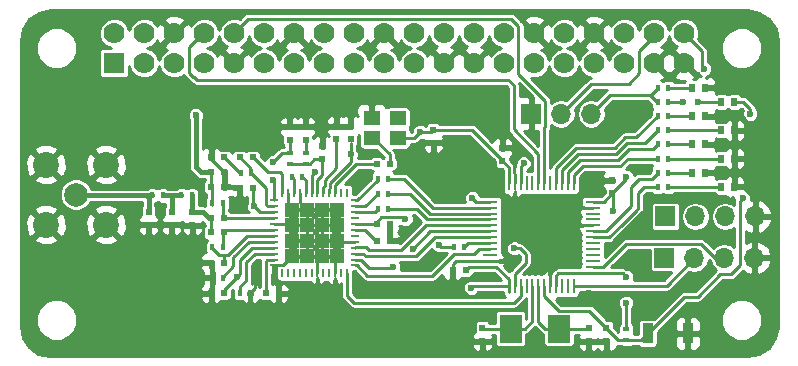
<source format=gtl>
G04 #@! TF.FileFunction,Copper,L1,Top,Signal*
%FSLAX46Y46*%
G04 Gerber Fmt 4.6, Leading zero omitted, Abs format (unit mm)*
G04 Created by KiCad (PCBNEW 4.0.6) date 2017 October 18, Wednesday 08:02:58*
%MOMM*%
%LPD*%
G01*
G04 APERTURE LIST*
%ADD10C,0.100000*%
%ADD11C,0.600000*%
%ADD12R,0.500000X0.600000*%
%ADD13R,0.600000X0.500000*%
%ADD14R,0.600000X0.700000*%
%ADD15R,0.400000X0.600000*%
%ADD16R,1.700000X1.700000*%
%ADD17O,1.700000X1.700000*%
%ADD18C,2.200000*%
%ADD19C,2.000000*%
%ADD20R,0.600000X0.400000*%
%ADD21R,0.900000X1.700000*%
%ADD22R,0.700000X0.250000*%
%ADD23R,0.250000X0.700000*%
%ADD24R,1.287500X1.287500*%
%ADD25R,0.250000X1.300000*%
%ADD26R,1.300000X0.250000*%
%ADD27R,1.400000X1.200000*%
%ADD28R,1.900000X2.400000*%
%ADD29R,1.778000X1.778000*%
%ADD30C,1.778000*%
%ADD31C,0.250000*%
%ADD32C,0.400000*%
%ADD33C,0.254000*%
G04 APERTURE END LIST*
D10*
D11*
X173863000Y-116306600D03*
X170129200Y-120573800D03*
X165023800Y-120611900D03*
X166052500Y-120599200D03*
X167068500Y-120586500D03*
X168084500Y-120561100D03*
X169100500Y-120573800D03*
X165442900Y-123850400D03*
X165519100Y-124866400D03*
X165785800Y-125844300D03*
X166801800Y-125857000D03*
X167817800Y-125857000D03*
X169875200Y-125882400D03*
X170916600Y-125933200D03*
X170891200Y-126949200D03*
X170878500Y-127965200D03*
X164509400Y-122669800D03*
D12*
X170459400Y-123122600D03*
X170459400Y-124222600D03*
D11*
X194000000Y-132600000D03*
X168846500Y-125882400D03*
X185000000Y-118250000D03*
X198000000Y-117750000D03*
X174250000Y-122500000D03*
X170878500Y-128981200D03*
X170878500Y-130009900D03*
X175800000Y-127800000D03*
X184500000Y-129250000D03*
X191750000Y-129000000D03*
X194000000Y-135000000D03*
X203250000Y-135000000D03*
X204000000Y-130000000D03*
X204250000Y-120000000D03*
X218000000Y-117250000D03*
X201250000Y-118000000D03*
X196250000Y-116500000D03*
X177750000Y-115250000D03*
X185500000Y-113750000D03*
X192500000Y-121000000D03*
X207500000Y-115000000D03*
X191150000Y-118800000D03*
X197600000Y-127450000D03*
X202450000Y-127200000D03*
X202400000Y-123000000D03*
X197650000Y-123100000D03*
X184750000Y-120150000D03*
X202600000Y-112950000D03*
X196300000Y-112800000D03*
X181500000Y-115250000D03*
X176600000Y-116700000D03*
X165500000Y-123000000D03*
X180700000Y-129800000D03*
X190600000Y-127750000D03*
X208850000Y-119650000D03*
X212550000Y-129350000D03*
X207050000Y-127550000D03*
X207550000Y-124900000D03*
X199950000Y-125250000D03*
X182600000Y-126250000D03*
X180900000Y-126200000D03*
X179100000Y-126200000D03*
X182550000Y-124850000D03*
X180900000Y-124850000D03*
X179150000Y-124850000D03*
X182450000Y-123450000D03*
X180850000Y-123450000D03*
D12*
X168706800Y-123097200D03*
X168706800Y-124197200D03*
D13*
X172050000Y-121000000D03*
X173150000Y-121000000D03*
X172050000Y-119750000D03*
X173150000Y-119750000D03*
X173150000Y-123650000D03*
X172050000Y-123650000D03*
X173150000Y-124850000D03*
X172050000Y-124850000D03*
X173150000Y-127400000D03*
X172050000Y-127400000D03*
X173150000Y-130000000D03*
X172050000Y-130000000D03*
X173150000Y-118500000D03*
X172050000Y-118500000D03*
X175550000Y-121050000D03*
X174450000Y-121050000D03*
X176650000Y-130000000D03*
X177750000Y-130000000D03*
X175550000Y-118500000D03*
X174450000Y-118500000D03*
D12*
X178700000Y-117000000D03*
X178700000Y-115900000D03*
X180050000Y-117000000D03*
X180050000Y-115900000D03*
X181457600Y-118634600D03*
X181457600Y-117534600D03*
X182650000Y-115850000D03*
X182650000Y-116950000D03*
X205500000Y-132950000D03*
X205500000Y-134050000D03*
X183850000Y-116950000D03*
X183850000Y-115850000D03*
D13*
X187150000Y-119050000D03*
X186050000Y-119050000D03*
D12*
X190850000Y-116150000D03*
X190850000Y-117250000D03*
D13*
X187150000Y-125550000D03*
X186050000Y-125550000D03*
D12*
X195000000Y-134050000D03*
X195000000Y-132950000D03*
D13*
X187150000Y-124150000D03*
X186050000Y-124150000D03*
D12*
X204000000Y-134050000D03*
X204000000Y-132950000D03*
D13*
X193590000Y-128050000D03*
X192490000Y-128050000D03*
D12*
X206000000Y-121550000D03*
X206000000Y-120450000D03*
X196700000Y-118800000D03*
X196700000Y-117700000D03*
D14*
X216350000Y-113800000D03*
X215250000Y-113800000D03*
X212750000Y-112600000D03*
X213850000Y-112600000D03*
X212750000Y-115000000D03*
X213850000Y-115000000D03*
X215250000Y-116200000D03*
X216350000Y-116200000D03*
X212750000Y-117400000D03*
X213850000Y-117400000D03*
X215250000Y-118600000D03*
X216350000Y-118600000D03*
X212750000Y-119800000D03*
X213850000Y-119800000D03*
D15*
X167063000Y-121716800D03*
X167963000Y-121716800D03*
X169526800Y-121716800D03*
X170426800Y-121716800D03*
X173050000Y-122350000D03*
X172150000Y-122350000D03*
X172150000Y-126100000D03*
X173050000Y-126100000D03*
D16*
X199136000Y-114808000D03*
D17*
X201676000Y-114808000D03*
X204216000Y-114808000D03*
D16*
X210420000Y-127000000D03*
D17*
X212960000Y-127000000D03*
X215500000Y-127000000D03*
X218040000Y-127000000D03*
D18*
X158060000Y-124190000D03*
X158060000Y-119110000D03*
X163140000Y-119110000D03*
X163140000Y-124190000D03*
D19*
X160600000Y-121650000D03*
D16*
X210500000Y-123500000D03*
D17*
X213040000Y-123500000D03*
X215580000Y-123500000D03*
X218120000Y-123500000D03*
D15*
X193490000Y-126050000D03*
X192590000Y-126050000D03*
X173050000Y-128700000D03*
X172150000Y-128700000D03*
D20*
X178714400Y-119042600D03*
X178714400Y-118142600D03*
X180035200Y-119042600D03*
X180035200Y-118142600D03*
X207200000Y-133950000D03*
X207200000Y-133050000D03*
D15*
X187050000Y-120300000D03*
X186150000Y-120300000D03*
X187050000Y-121600000D03*
X186150000Y-121600000D03*
X187050000Y-122900000D03*
X186150000Y-122900000D03*
X210750000Y-112600000D03*
X209850000Y-112600000D03*
X210750000Y-115000000D03*
X209850000Y-115000000D03*
X210750000Y-116200000D03*
X209850000Y-116200000D03*
X210750000Y-117400000D03*
X209850000Y-117400000D03*
X210750000Y-118600000D03*
X209850000Y-118600000D03*
X210750000Y-119800000D03*
X209850000Y-119800000D03*
X210750000Y-121000000D03*
X209850000Y-121000000D03*
X209850000Y-113800000D03*
X210750000Y-113800000D03*
D21*
X209000000Y-133400000D03*
X212400000Y-133400000D03*
D22*
X177393750Y-122143750D03*
X177393750Y-122643750D03*
X177393750Y-123143750D03*
X177393750Y-123643750D03*
X177393750Y-124143750D03*
X177393750Y-124643750D03*
X177393750Y-125143750D03*
X177393750Y-125643750D03*
X177393750Y-126143750D03*
X177393750Y-126643750D03*
X177393750Y-127143750D03*
X177393750Y-127643750D03*
D23*
X178043750Y-128293750D03*
X178543750Y-128293750D03*
X179043750Y-128293750D03*
X179543750Y-128293750D03*
X180043750Y-128293750D03*
X180543750Y-128293750D03*
X181043750Y-128293750D03*
X181543750Y-128293750D03*
X182043750Y-128293750D03*
X182543750Y-128293750D03*
X183043750Y-128293750D03*
X183543750Y-128293750D03*
D22*
X184193750Y-127643750D03*
X184193750Y-127143750D03*
X184193750Y-126643750D03*
X184193750Y-126143750D03*
X184193750Y-125643750D03*
X184193750Y-125143750D03*
X184193750Y-124643750D03*
X184193750Y-124143750D03*
X184193750Y-123643750D03*
X184193750Y-123143750D03*
X184193750Y-122643750D03*
X184193750Y-122143750D03*
D23*
X183543750Y-121493750D03*
X183043750Y-121493750D03*
X182543750Y-121493750D03*
X182043750Y-121493750D03*
X181543750Y-121493750D03*
X181043750Y-121493750D03*
X180543750Y-121493750D03*
X180043750Y-121493750D03*
X179543750Y-121493750D03*
X179043750Y-121493750D03*
X178543750Y-121493750D03*
X178043750Y-121493750D03*
D24*
X182725000Y-126825000D03*
X182725000Y-125537500D03*
X182725000Y-124250000D03*
X182725000Y-122962500D03*
X181437500Y-126825000D03*
X181437500Y-125537500D03*
X181437500Y-124250000D03*
X181437500Y-122962500D03*
X180150000Y-126825000D03*
X180150000Y-125537500D03*
X180150000Y-124250000D03*
X180150000Y-122962500D03*
X178862500Y-126825000D03*
X178862500Y-125537500D03*
X178862500Y-124250000D03*
X178862500Y-122962500D03*
D25*
X197250000Y-129350000D03*
X197750000Y-129350000D03*
X198250000Y-129350000D03*
X198750000Y-129350000D03*
X199250000Y-129350000D03*
X199750000Y-129350000D03*
X200250000Y-129350000D03*
X200750000Y-129350000D03*
X201250000Y-129350000D03*
X201750000Y-129350000D03*
X202250000Y-129350000D03*
X202750000Y-129350000D03*
D26*
X204350000Y-127750000D03*
X204350000Y-127250000D03*
X204350000Y-126750000D03*
X204350000Y-126250000D03*
X204350000Y-125750000D03*
X204350000Y-125250000D03*
X204350000Y-124750000D03*
X204350000Y-124250000D03*
X204350000Y-123750000D03*
X204350000Y-123250000D03*
X204350000Y-122750000D03*
X204350000Y-122250000D03*
D25*
X202750000Y-120650000D03*
X202250000Y-120650000D03*
X201750000Y-120650000D03*
X201250000Y-120650000D03*
X200750000Y-120650000D03*
X200250000Y-120650000D03*
X199750000Y-120650000D03*
X199250000Y-120650000D03*
X198750000Y-120650000D03*
X198250000Y-120650000D03*
X197750000Y-120650000D03*
X197250000Y-120650000D03*
D26*
X195650000Y-122250000D03*
X195650000Y-122750000D03*
X195650000Y-123250000D03*
X195650000Y-123750000D03*
X195650000Y-124250000D03*
X195650000Y-124750000D03*
X195650000Y-125250000D03*
X195650000Y-125750000D03*
X195650000Y-126250000D03*
X195650000Y-126750000D03*
X195650000Y-127250000D03*
X195650000Y-127750000D03*
D27*
X187850000Y-115150000D03*
X185650000Y-115150000D03*
X185650000Y-116850000D03*
X187850000Y-116850000D03*
D28*
X197400000Y-133000000D03*
X201500000Y-133000000D03*
D11*
X179150000Y-123450000D03*
D14*
X215250000Y-121000000D03*
X216350000Y-121000000D03*
D15*
X174450000Y-130000000D03*
X175350000Y-130000000D03*
X175450000Y-119800000D03*
X174550000Y-119800000D03*
X178874000Y-120142000D03*
X179774000Y-120142000D03*
D12*
X166751000Y-123097200D03*
X166751000Y-124197200D03*
D29*
X163830000Y-110520480D03*
D30*
X163830000Y-107980480D03*
X166370000Y-110520480D03*
X166370000Y-107980480D03*
X168910000Y-110520480D03*
X168910000Y-107980480D03*
X171450000Y-110520480D03*
X171450000Y-107980480D03*
X173990000Y-110520480D03*
X173990000Y-107980480D03*
X176530000Y-110520480D03*
X176530000Y-107980480D03*
X179070000Y-110520480D03*
X179070000Y-107980480D03*
X181610000Y-110520480D03*
X181610000Y-107980480D03*
X184150000Y-110520480D03*
X184150000Y-107980480D03*
X186690000Y-110520480D03*
X186690000Y-107980480D03*
X189230000Y-110520480D03*
X189230000Y-107980480D03*
X191770000Y-110520480D03*
X191770000Y-107980480D03*
X194310000Y-110520480D03*
X194310000Y-107980480D03*
X196850000Y-110520480D03*
X196850000Y-107980480D03*
X199390000Y-110520480D03*
X199390000Y-107980480D03*
X201930000Y-110520480D03*
X201930000Y-107980480D03*
X204470000Y-110520480D03*
X204470000Y-107980480D03*
X207010000Y-110520480D03*
X207010000Y-107980480D03*
X209550000Y-110520480D03*
X209550000Y-107980480D03*
X212090000Y-110520480D03*
X212090000Y-107980480D03*
D11*
X188087000Y-125476000D03*
X207200000Y-120150000D03*
X174256700Y-128600200D03*
X170738800Y-114922300D03*
X180797200Y-119710200D03*
X207190000Y-130800000D03*
X188500000Y-123750000D03*
X207190000Y-128610000D03*
X194056000Y-129540000D03*
X175700000Y-122650000D03*
X183850000Y-118250000D03*
X206100000Y-123000000D03*
X189750000Y-116350000D03*
X217043000Y-121920000D03*
X213800000Y-111000000D03*
X198500000Y-119000000D03*
X187452000Y-127762000D03*
X189103000Y-126238000D03*
X177241200Y-118922800D03*
X177241200Y-120396000D03*
X191350000Y-125950000D03*
X194150000Y-121950000D03*
X213300000Y-113800000D03*
X197700000Y-126200000D03*
X212000000Y-113800000D03*
X217700000Y-114800000D03*
D31*
X181457600Y-117534600D02*
X181457600Y-115292400D01*
X181457600Y-115292400D02*
X181457600Y-116103400D01*
X175800000Y-127800000D02*
X175800000Y-129550000D01*
X175800000Y-129550000D02*
X175350000Y-130000000D01*
X196750000Y-127250000D02*
X197000000Y-127500000D01*
X195650000Y-127250000D02*
X196750000Y-127250000D01*
X195650000Y-127250000D02*
X192790000Y-127250000D01*
X192790000Y-127250000D02*
X192490000Y-127550000D01*
X192490000Y-127550000D02*
X192490000Y-128050000D01*
X200750000Y-129350000D02*
X200750000Y-127450000D01*
X200750000Y-127450000D02*
X200900000Y-127300000D01*
X204350000Y-122750000D02*
X203386000Y-122750000D01*
X203371000Y-124250000D02*
X204350000Y-124250000D01*
X203073000Y-123952000D02*
X203371000Y-124250000D01*
X203073000Y-123063000D02*
X203073000Y-123952000D01*
X203386000Y-122750000D02*
X203073000Y-123063000D01*
D32*
X187150000Y-125550000D02*
X188013000Y-125550000D01*
X188013000Y-125550000D02*
X188087000Y-125476000D01*
D31*
X187150000Y-125550000D02*
X187150000Y-124150000D01*
X172050000Y-118500000D02*
X172050000Y-118650000D01*
X172050000Y-118650000D02*
X173150000Y-119750000D01*
X181043750Y-128293750D02*
X181043750Y-127218750D01*
X181043750Y-127218750D02*
X181437500Y-126825000D01*
X197750000Y-120650000D02*
X197750000Y-119900000D01*
X197750000Y-119900000D02*
X197700010Y-119850010D01*
X204350000Y-122750000D02*
X203450000Y-122750000D01*
X203450000Y-122750000D02*
X203374999Y-122674999D01*
X203374999Y-122674999D02*
X203374999Y-121864999D01*
X205500000Y-120450000D02*
X206000000Y-120450000D01*
X184193750Y-125643750D02*
X182831250Y-125643750D01*
X182831250Y-125643750D02*
X182725000Y-125537500D01*
X182543750Y-128293750D02*
X182543750Y-127006250D01*
X182543750Y-127006250D02*
X182725000Y-126825000D01*
X178543750Y-121493750D02*
X178543750Y-122643750D01*
X178543750Y-122643750D02*
X178862500Y-122962500D01*
X179543750Y-121493750D02*
X179543750Y-122356250D01*
X179543750Y-122356250D02*
X180150000Y-122962500D01*
X177393750Y-127643750D02*
X177756250Y-127643750D01*
X177756250Y-127643750D02*
X177806249Y-127593751D01*
X177806249Y-127593751D02*
X178093749Y-127593751D01*
X178093749Y-127593751D02*
X178862500Y-126825000D01*
X177393750Y-124143750D02*
X178756250Y-124143750D01*
X178856250Y-124443750D02*
X178962500Y-124550000D01*
X197700010Y-117900010D02*
X197500000Y-117700000D01*
X197700010Y-119850010D02*
X197700010Y-117900010D01*
X197500000Y-117700000D02*
X196700000Y-117700000D01*
X204789998Y-120450000D02*
X205500000Y-120450000D01*
X203374999Y-121864999D02*
X204789998Y-120450000D01*
X173050000Y-122350000D02*
X173050000Y-123550000D01*
X173050000Y-123550000D02*
X173150000Y-123650000D01*
X177393750Y-123643750D02*
X173156250Y-123643750D01*
X173156250Y-123643750D02*
X173150000Y-123650000D01*
X207200000Y-120150000D02*
X207200000Y-120350000D01*
X174428150Y-128428750D02*
X174440850Y-128428750D01*
X174256700Y-128600200D02*
X174428150Y-128428750D01*
X177393750Y-126143750D02*
X175506650Y-126143750D01*
X175506650Y-126143750D02*
X174485300Y-127165100D01*
X174485300Y-127165100D02*
X174485300Y-128384300D01*
X174485300Y-128384300D02*
X174440850Y-128428750D01*
X173150000Y-129719600D02*
X173150000Y-130000000D01*
X174440850Y-128428750D02*
X173150000Y-129719600D01*
D32*
X172050000Y-119750000D02*
X171159600Y-119750000D01*
X170738800Y-119329200D02*
X170738800Y-114922300D01*
X171159600Y-119750000D02*
X170738800Y-119329200D01*
D31*
X180543750Y-121493750D02*
X180543750Y-119989050D01*
X180797200Y-119735600D02*
X180797200Y-119710200D01*
X180543750Y-119989050D02*
X180797200Y-119735600D01*
X207200000Y-132800000D02*
X207200000Y-130810000D01*
X207200000Y-132950000D02*
X207200000Y-132800000D01*
X207200000Y-132800000D02*
X207200000Y-133050000D01*
X207200000Y-130810000D02*
X207190000Y-130800000D01*
X173200000Y-130000000D02*
X173150000Y-130000000D01*
X186436000Y-123571000D02*
X188321000Y-123571000D01*
X188321000Y-123571000D02*
X188500000Y-123750000D01*
X186050000Y-123957000D02*
X186436000Y-123571000D01*
X186050000Y-124150000D02*
X186050000Y-123957000D01*
X204216000Y-114808000D02*
X205846300Y-113177700D01*
X201250000Y-129350000D02*
X201250000Y-128520000D01*
X206900000Y-128320000D02*
X207190000Y-128610000D01*
X201450000Y-128320000D02*
X206900000Y-128320000D01*
X201250000Y-128520000D02*
X201450000Y-128320000D01*
X197250000Y-129350000D02*
X194246000Y-129350000D01*
X194246000Y-129350000D02*
X194056000Y-129540000D01*
X175550000Y-121050000D02*
X175550000Y-122500000D01*
X175550000Y-122500000D02*
X175700000Y-122650000D01*
X177393750Y-123143750D02*
X176193750Y-123143750D01*
X176193750Y-123143750D02*
X175700000Y-122650000D01*
X177393750Y-123143750D02*
X176900000Y-123143750D01*
X183850000Y-118900000D02*
X183850000Y-118250000D01*
X183850000Y-118250000D02*
X183850000Y-117250000D01*
X195650000Y-127750000D02*
X193890000Y-127750000D01*
X193890000Y-127750000D02*
X193590000Y-128050000D01*
X197250000Y-129350000D02*
X197250000Y-129875000D01*
X190850000Y-116150000D02*
X194100000Y-116150000D01*
X182093740Y-120656260D02*
X183850000Y-118900000D01*
X182043750Y-121493750D02*
X182043750Y-121156250D01*
X182043750Y-121156250D02*
X182093740Y-121106260D01*
X182093740Y-121106260D02*
X182093740Y-120656260D01*
X189750000Y-116350000D02*
X190650000Y-116350000D01*
X190650000Y-116350000D02*
X190850000Y-116150000D01*
X172050000Y-121000000D02*
X172050000Y-119750000D01*
X172150000Y-122350000D02*
X172150000Y-121100000D01*
X172150000Y-121100000D02*
X172050000Y-121000000D01*
X172150000Y-122350000D02*
X172150000Y-122535002D01*
X207200000Y-120350000D02*
X206000000Y-121550000D01*
X206100000Y-123000000D02*
X206100000Y-121650000D01*
X206100000Y-121650000D02*
X206000000Y-121550000D01*
X195650000Y-127750000D02*
X196175000Y-127750000D01*
X196175000Y-127750000D02*
X197250000Y-128825000D01*
X197250000Y-128825000D02*
X197250000Y-129350000D01*
X187850000Y-116850000D02*
X189250000Y-116850000D01*
X189250000Y-116850000D02*
X189750000Y-116350000D01*
X184193750Y-124143750D02*
X186043750Y-124143750D01*
X186043750Y-124143750D02*
X186050000Y-124150000D01*
X204350000Y-122250000D02*
X205300000Y-122250000D01*
X205300000Y-122250000D02*
X206000000Y-121550000D01*
X197250000Y-120650000D02*
X197250000Y-119350000D01*
X205846300Y-113177700D02*
X209177700Y-113177700D01*
X209177700Y-113177700D02*
X209272300Y-113177700D01*
X209272300Y-113177700D02*
X209850000Y-112600000D01*
X209850000Y-113800000D02*
X209800000Y-113800000D01*
X209800000Y-113800000D02*
X209177700Y-113177700D01*
X194100000Y-116150000D02*
X196700000Y-118750000D01*
X196700000Y-118750000D02*
X196700000Y-118800000D01*
X197250000Y-119350000D02*
X196700000Y-118800000D01*
X174400000Y-119750000D02*
X173150000Y-118500000D01*
X174550000Y-119750000D02*
X174400000Y-119750000D01*
X178043750Y-121493750D02*
X178043750Y-119943750D01*
X178043750Y-119943750D02*
X177850000Y-119750000D01*
X177850000Y-119750000D02*
X176850000Y-119750000D01*
X176850000Y-119750000D02*
X175600000Y-118500000D01*
X175600000Y-118500000D02*
X175550000Y-118500000D01*
X205500000Y-132950000D02*
X206500000Y-133950000D01*
X206500000Y-133950000D02*
X207200000Y-133950000D01*
X209000000Y-133400000D02*
X208450000Y-133950000D01*
X208450000Y-133950000D02*
X207200000Y-133950000D01*
X212090000Y-130302000D02*
X209000000Y-133392000D01*
X212090000Y-130302000D02*
X213233000Y-130302000D01*
X213233000Y-130302000D02*
X215138000Y-128397000D01*
X215138000Y-128397000D02*
X216027000Y-128397000D01*
X216027000Y-128397000D02*
X216789000Y-127635000D01*
X216789000Y-127635000D02*
X216789000Y-122174000D01*
X216789000Y-122174000D02*
X217043000Y-121920000D01*
X209000000Y-133400000D02*
X209000000Y-133392000D01*
X200250000Y-129350000D02*
X200250000Y-130250000D01*
X200250000Y-130250000D02*
X201474999Y-131474999D01*
X201474999Y-131474999D02*
X204074999Y-131474999D01*
X204074999Y-131474999D02*
X205500000Y-132900000D01*
X205500000Y-132900000D02*
X205500000Y-132950000D01*
X205600000Y-133050000D02*
X205500000Y-132950000D01*
X213611440Y-109488561D02*
X213611440Y-110811440D01*
X213611440Y-110811440D02*
X213800000Y-111000000D01*
X213614000Y-109491121D02*
X213611440Y-109488561D01*
X213611440Y-109488561D02*
X212090000Y-107967121D01*
X185650000Y-116850000D02*
X185750000Y-116850000D01*
X185750000Y-116850000D02*
X187150000Y-118250000D01*
X187150000Y-118250000D02*
X187150000Y-118550000D01*
X187150000Y-118550000D02*
X187150000Y-119050000D01*
X186050000Y-119050000D02*
X184350000Y-119050000D01*
X184350000Y-119050000D02*
X182543750Y-120856250D01*
X182543750Y-121493750D02*
X182543750Y-120856250D01*
X201250000Y-120650000D02*
X201250000Y-119413602D01*
X201250000Y-119413602D02*
X202963602Y-117700000D01*
X208050000Y-116800000D02*
X209850000Y-115000000D01*
X207127204Y-116800000D02*
X208050000Y-116800000D01*
X202963602Y-117700000D02*
X206227204Y-117700000D01*
X206227204Y-117700000D02*
X207127204Y-116800000D01*
X206363602Y-118200000D02*
X207263602Y-117300000D01*
X201750000Y-119550000D02*
X203100000Y-118200000D01*
X203100000Y-118200000D02*
X206363602Y-118200000D01*
X201750000Y-120650000D02*
X201750000Y-119550000D01*
X207263602Y-117300000D02*
X208750000Y-117300000D01*
X208750000Y-117300000D02*
X209850000Y-116200000D01*
X203300000Y-118700000D02*
X206500000Y-118700000D01*
X206500000Y-118700000D02*
X207400000Y-117800000D01*
X202250000Y-119750000D02*
X203300000Y-118700000D01*
X202250000Y-120650000D02*
X202250000Y-119750000D01*
X207400000Y-117800000D02*
X209450000Y-117800000D01*
X209450000Y-117800000D02*
X209850000Y-117400000D01*
X202750000Y-119950000D02*
X203500000Y-119200000D01*
X203500000Y-119200000D02*
X206700000Y-119200000D01*
X202750000Y-119950000D02*
X202750000Y-120650000D01*
X206700000Y-119200000D02*
X207300000Y-118600000D01*
X209850000Y-118600000D02*
X207300000Y-118600000D01*
X204350000Y-125250000D02*
X205750000Y-125250000D01*
X205750000Y-125250000D02*
X206800000Y-124200000D01*
X206800000Y-124200000D02*
X208000000Y-123000000D01*
X208000000Y-123000000D02*
X208200000Y-122800000D01*
X208200000Y-122800000D02*
X208200000Y-121500000D01*
X208200000Y-121500000D02*
X208700000Y-121000000D01*
X208700000Y-121000000D02*
X209850000Y-121000000D01*
X204350000Y-124750000D02*
X205450000Y-124750000D01*
X205450000Y-124750000D02*
X207600000Y-122600000D01*
X207600000Y-122600000D02*
X207600000Y-121000000D01*
X209350000Y-120300000D02*
X209850000Y-119800000D01*
X208300000Y-120300000D02*
X209350000Y-120300000D01*
X207600000Y-121000000D02*
X208300000Y-120300000D01*
X198500000Y-119000000D02*
X198250000Y-119250000D01*
X198250000Y-119250000D02*
X198250000Y-120650000D01*
X200350000Y-115879002D02*
X200250000Y-115979002D01*
X200250000Y-115979002D02*
X200250000Y-119750000D01*
X200350000Y-113736998D02*
X200350000Y-115879002D01*
X198064001Y-111450999D02*
X200350000Y-113736998D01*
X198064001Y-107384400D02*
X198064001Y-111450999D01*
X200250000Y-119750000D02*
X200250000Y-120650000D01*
X173990000Y-107967121D02*
X175204001Y-106753120D01*
X197432721Y-106753120D02*
X198064001Y-107384400D01*
X175204001Y-106753120D02*
X197432721Y-106753120D01*
X197650000Y-112394900D02*
X197650000Y-112763300D01*
X197650000Y-112763300D02*
X197650000Y-116113590D01*
X170541950Y-111690150D02*
X170567350Y-111690150D01*
X197218300Y-111963200D02*
X197650000Y-112394900D01*
X170840400Y-111963200D02*
X197218300Y-111963200D01*
X170567350Y-111690150D02*
X170840400Y-111963200D01*
X171437300Y-107993180D02*
X171356020Y-107993180D01*
X171356020Y-107993180D02*
X170167300Y-109181900D01*
X170167300Y-109181900D02*
X170167300Y-111315500D01*
X170167300Y-111315500D02*
X170541950Y-111690150D01*
X170541950Y-111690150D02*
X170572922Y-111721122D01*
X199750000Y-119750000D02*
X199750000Y-120650000D01*
X199750000Y-118213590D02*
X199750000Y-119750000D01*
X197650000Y-116113590D02*
X199750000Y-118213590D01*
X202750000Y-129350000D02*
X210610000Y-129350000D01*
X210610000Y-129350000D02*
X212960000Y-127000000D01*
X215500000Y-127000000D02*
X214699002Y-127000000D01*
X214699002Y-127000000D02*
X213524001Y-125824999D01*
X213524001Y-125824999D02*
X207175001Y-125824999D01*
X207175001Y-125824999D02*
X205250000Y-127750000D01*
X205250000Y-127750000D02*
X204350000Y-127750000D01*
X193490000Y-126050000D02*
X193790000Y-125750000D01*
X193790000Y-125750000D02*
X195650000Y-125750000D01*
X195630000Y-125730000D02*
X195650000Y-125750000D01*
X195650000Y-122750000D02*
X190822000Y-122750000D01*
X190822000Y-122750000D02*
X188372000Y-120300000D01*
X188372000Y-120300000D02*
X187050000Y-120300000D01*
X187050000Y-120400000D02*
X187050000Y-120300000D01*
X195650000Y-123250000D02*
X190560000Y-123250000D01*
X190560000Y-123250000D02*
X188910000Y-121600000D01*
X188910000Y-121600000D02*
X187050000Y-121600000D01*
X187050000Y-121700000D02*
X187050000Y-121600000D01*
X195650000Y-123750000D02*
X191550000Y-123750000D01*
X194750000Y-123750000D02*
X195650000Y-123750000D01*
X191550000Y-123750000D02*
X190298000Y-123750000D01*
X190298000Y-123750000D02*
X189448000Y-122900000D01*
X189448000Y-122900000D02*
X187050000Y-122900000D01*
X185275000Y-128500000D02*
X190775002Y-128500000D01*
X190775002Y-128500000D02*
X192600001Y-126675001D01*
X192600001Y-126675001D02*
X194324999Y-126675001D01*
X184418750Y-127643750D02*
X185275000Y-128500000D01*
X194324999Y-126675001D02*
X194750000Y-126250000D01*
X194750000Y-126250000D02*
X195650000Y-126250000D01*
X184193750Y-127643750D02*
X184418750Y-127643750D01*
X195650000Y-124750000D02*
X190591000Y-124750000D01*
X184724748Y-127193748D02*
X184193750Y-127193748D01*
X185420000Y-127889000D02*
X184724748Y-127193748D01*
X187325000Y-127889000D02*
X185420000Y-127889000D01*
X187452000Y-127762000D02*
X187325000Y-127889000D01*
X190591000Y-124750000D02*
X189103000Y-126238000D01*
X184193750Y-127193748D02*
X184193750Y-127143750D01*
X185293000Y-126873000D02*
X185420000Y-126873000D01*
X190881000Y-125349000D02*
X190881000Y-125327002D01*
X190881000Y-125349000D02*
X189357000Y-126873000D01*
X185293000Y-126873000D02*
X189357000Y-126873000D01*
X190958002Y-125250000D02*
X195650000Y-125250000D01*
X190881000Y-125327002D02*
X190958002Y-125250000D01*
X184193750Y-126643750D02*
X184936750Y-126643750D01*
X185166000Y-126873000D02*
X185293000Y-126873000D01*
X184936750Y-126643750D02*
X185166000Y-126873000D01*
X195650000Y-124250000D02*
X190202000Y-124250000D01*
X185166000Y-126111000D02*
X184226500Y-126111000D01*
X185420000Y-126365000D02*
X185166000Y-126111000D01*
X188087000Y-126365000D02*
X185420000Y-126365000D01*
X190202000Y-124250000D02*
X188087000Y-126365000D01*
X184226500Y-126111000D02*
X184193750Y-126143750D01*
D32*
X168706800Y-121716800D02*
X168681400Y-121716800D01*
X168706800Y-123097200D02*
X168706800Y-121716800D01*
X168681400Y-121716800D02*
X167963000Y-121716800D01*
X169526800Y-121716800D02*
X168681400Y-121716800D01*
D31*
X177393750Y-124643750D02*
X173356250Y-124643750D01*
X173356250Y-124643750D02*
X173150000Y-124850000D01*
X173050000Y-126100000D02*
X173050000Y-124950000D01*
X173050000Y-124950000D02*
X173150000Y-124850000D01*
X173510001Y-126725001D02*
X173150000Y-126725001D01*
X173150000Y-126725001D02*
X172675001Y-126725001D01*
X173150000Y-127400000D02*
X173150000Y-126900000D01*
X173150000Y-126900000D02*
X173150000Y-126725001D01*
X177393750Y-125143750D02*
X175091252Y-125143750D01*
X175091252Y-125143750D02*
X173510001Y-126725001D01*
X172675001Y-126725001D02*
X172150000Y-126200000D01*
X172150000Y-126200000D02*
X172150000Y-126100000D01*
X176793750Y-127143750D02*
X176650000Y-127287500D01*
X176650000Y-127287500D02*
X176650000Y-130000000D01*
X176793750Y-127143750D02*
X177393750Y-127143750D01*
X175450000Y-119500000D02*
X174450000Y-118500000D01*
X177393750Y-122643750D02*
X176843750Y-122643750D01*
X176718749Y-122518749D02*
X176843750Y-122643750D01*
X176718749Y-121118749D02*
X176718749Y-122518749D01*
X175450000Y-119750000D02*
X175450000Y-119850000D01*
X175450000Y-119850000D02*
X176718749Y-121118749D01*
X175450000Y-119750000D02*
X175450000Y-119500000D01*
X177393750Y-122143750D02*
X177393750Y-120548550D01*
X178021400Y-118142600D02*
X178714400Y-118142600D01*
X177241200Y-118922800D02*
X178021400Y-118142600D01*
X177393750Y-120548550D02*
X177241200Y-120396000D01*
X178714400Y-118142600D02*
X178714400Y-117014400D01*
X178714400Y-117014400D02*
X178700000Y-117000000D01*
X180035200Y-118142600D02*
X180035200Y-117014800D01*
X180035200Y-117014800D02*
X180050000Y-117000000D01*
X178714400Y-119042600D02*
X180035200Y-119042600D01*
X180035200Y-119042600D02*
X180053400Y-119024400D01*
X180053400Y-119024400D02*
X180390800Y-119024400D01*
X180390800Y-119024400D02*
X180780600Y-118634600D01*
X180780600Y-118634600D02*
X181457600Y-118634600D01*
X181043750Y-121493750D02*
X181043750Y-120369852D01*
X181457600Y-119956002D02*
X181457600Y-118634600D01*
X181043750Y-120369852D02*
X181457600Y-119956002D01*
X182650000Y-117500000D02*
X182650000Y-117250000D01*
X182650000Y-119400000D02*
X182650000Y-117500000D01*
X182650000Y-117500000D02*
X182650000Y-116950000D01*
X181643730Y-120406270D02*
X182650000Y-119400000D01*
X181543750Y-121493750D02*
X181543750Y-121006250D01*
X181543750Y-121006250D02*
X181643730Y-120906270D01*
X181643730Y-120906270D02*
X181643730Y-120406270D01*
X184193750Y-124643750D02*
X185093750Y-124643750D01*
X185093750Y-124643750D02*
X186000000Y-125550000D01*
X186000000Y-125550000D02*
X186050000Y-125550000D01*
X197400000Y-133000000D02*
X195050000Y-133000000D01*
X195050000Y-133000000D02*
X195000000Y-132950000D01*
X199250000Y-129350000D02*
X199250000Y-132350000D01*
X199250000Y-132350000D02*
X198600000Y-133000000D01*
X198600000Y-133000000D02*
X197400000Y-133000000D01*
X197400000Y-133000000D02*
X197400000Y-132060002D01*
X201500000Y-133000000D02*
X203950000Y-133000000D01*
X203950000Y-133000000D02*
X204000000Y-132950000D01*
X199750000Y-129350000D02*
X199750000Y-132450000D01*
X199750000Y-132450000D02*
X200300000Y-133000000D01*
X200300000Y-133000000D02*
X201500000Y-133000000D01*
X201500000Y-133000000D02*
X201500000Y-132750000D01*
X177393750Y-125643750D02*
X175227662Y-125643750D01*
X175227662Y-125643750D02*
X173935706Y-126935706D01*
X173935706Y-126935706D02*
X173935706Y-127714294D01*
X173935706Y-127714294D02*
X173050000Y-128600000D01*
X173050000Y-128600000D02*
X173050000Y-128700000D01*
X185906250Y-123143750D02*
X186150000Y-122900000D01*
X184193750Y-123143750D02*
X185906250Y-123143750D01*
X209550000Y-107967121D02*
X209550000Y-108204000D01*
X209550000Y-108204000D02*
X208280000Y-109474000D01*
X208280000Y-109474000D02*
X208280000Y-111379000D01*
X208280000Y-111379000D02*
X207391000Y-112268000D01*
X207391000Y-112268000D02*
X204216000Y-112268000D01*
X204216000Y-112268000D02*
X201676000Y-114808000D01*
X192590000Y-126050000D02*
X191450000Y-126050000D01*
X191450000Y-126050000D02*
X191350000Y-125950000D01*
X198250000Y-129350000D02*
X198250000Y-130250000D01*
X198250000Y-130250000D02*
X197690000Y-130810000D01*
X197690000Y-130810000D02*
X184150000Y-130810000D01*
X183543750Y-130203750D02*
X184150000Y-130810000D01*
X183543750Y-128293750D02*
X183543750Y-130203750D01*
X194120000Y-121920000D02*
X194150000Y-121950000D01*
X195650000Y-122250000D02*
X194450000Y-122250000D01*
X194450000Y-122250000D02*
X194150000Y-121950000D01*
X215250000Y-113800000D02*
X213300000Y-113800000D01*
X197750000Y-128350000D02*
X198700000Y-127400000D01*
X198700000Y-127400000D02*
X198700000Y-126700000D01*
X198700000Y-126700000D02*
X198200000Y-126200000D01*
X198200000Y-126200000D02*
X197700000Y-126200000D01*
X197750000Y-129350000D02*
X197750000Y-128350000D01*
X216350000Y-113800000D02*
X217100000Y-113800000D01*
X212000000Y-113800000D02*
X210750000Y-113800000D01*
X217700000Y-114400000D02*
X217700000Y-114800000D01*
X217100000Y-113800000D02*
X217700000Y-114400000D01*
X216350000Y-113800000D02*
X216375000Y-113800000D01*
X177393750Y-126643750D02*
X175756250Y-126643750D01*
X175756250Y-126643750D02*
X175025001Y-127374999D01*
X174450000Y-129450000D02*
X174450000Y-130000000D01*
X175025001Y-127374999D02*
X175025001Y-128874999D01*
X175025001Y-128874999D02*
X174450000Y-129450000D01*
X186150000Y-120412500D02*
X186150000Y-120300000D01*
X184193750Y-122143750D02*
X184418750Y-122143750D01*
X184418750Y-122143750D02*
X186150000Y-120412500D01*
X185106250Y-122643750D02*
X186150000Y-121600000D01*
X184193750Y-122643750D02*
X185106250Y-122643750D01*
X210750000Y-112600000D02*
X212750000Y-112600000D01*
X210750000Y-115000000D02*
X212750000Y-115000000D01*
X210750000Y-116200000D02*
X215250000Y-116200000D01*
X210750000Y-117400000D02*
X212750000Y-117400000D01*
X210750000Y-118600000D02*
X215250000Y-118600000D01*
X210750000Y-119800000D02*
X212750000Y-119800000D01*
X210750000Y-121000000D02*
X215250000Y-121000000D01*
D32*
X170426800Y-123090000D02*
X170426800Y-121716800D01*
X170459400Y-123122600D02*
X170426800Y-123090000D01*
X171331800Y-123122600D02*
X170459400Y-123122600D01*
X171859200Y-123650000D02*
X171331800Y-123122600D01*
X172050000Y-123650000D02*
X171859200Y-123650000D01*
D31*
X172050000Y-123650000D02*
X172050000Y-124850000D01*
D32*
X166751000Y-121970800D02*
X166497000Y-121716800D01*
X166751000Y-123097200D02*
X166751000Y-121970800D01*
X166497000Y-121716800D02*
X160666800Y-121716800D01*
X160666800Y-121716800D02*
X160600000Y-121650000D01*
X167063000Y-121716800D02*
X166497000Y-121716800D01*
D31*
X179043750Y-121493750D02*
X179043750Y-120311750D01*
X179043750Y-120311750D02*
X178874000Y-120142000D01*
X180043750Y-121493750D02*
X180043750Y-120411750D01*
X180043750Y-120411750D02*
X179774000Y-120142000D01*
D33*
G36*
X218470128Y-106257904D02*
X219292562Y-106807438D01*
X219842096Y-107629872D01*
X220044000Y-108644911D01*
X220044000Y-132847275D01*
X219813908Y-133828931D01*
X219247822Y-134616969D01*
X218419854Y-135130502D01*
X217518327Y-135294000D01*
X158344911Y-135294000D01*
X157387276Y-135103515D01*
X156613503Y-134586496D01*
X156445960Y-134335750D01*
X194115000Y-134335750D01*
X194115000Y-134476309D01*
X194211673Y-134709698D01*
X194390301Y-134888327D01*
X194623690Y-134985000D01*
X194716250Y-134985000D01*
X194875000Y-134826250D01*
X194875000Y-134177000D01*
X195125000Y-134177000D01*
X195125000Y-134826250D01*
X195283750Y-134985000D01*
X195376310Y-134985000D01*
X195609699Y-134888327D01*
X195788327Y-134709698D01*
X195885000Y-134476309D01*
X195885000Y-134335750D01*
X195726250Y-134177000D01*
X195125000Y-134177000D01*
X194875000Y-134177000D01*
X194273750Y-134177000D01*
X194115000Y-134335750D01*
X156445960Y-134335750D01*
X156096486Y-133812726D01*
X155906000Y-132855089D01*
X155906000Y-132600307D01*
X157202836Y-132600307D01*
X157469477Y-133245628D01*
X157962775Y-133739787D01*
X158607629Y-134007554D01*
X159305867Y-134008164D01*
X159951188Y-133741523D01*
X160445347Y-133248225D01*
X160713114Y-132603371D01*
X160713724Y-131905133D01*
X160447083Y-131259812D01*
X159953785Y-130765653D01*
X159308931Y-130497886D01*
X158610693Y-130497276D01*
X157965372Y-130763917D01*
X157471213Y-131257215D01*
X157203446Y-131902069D01*
X157202836Y-132600307D01*
X155906000Y-132600307D01*
X155906000Y-130283750D01*
X171115000Y-130283750D01*
X171115000Y-130376310D01*
X171211673Y-130609699D01*
X171390302Y-130788327D01*
X171623691Y-130885000D01*
X171764250Y-130885000D01*
X171923000Y-130726250D01*
X171923000Y-130125000D01*
X171273750Y-130125000D01*
X171115000Y-130283750D01*
X155906000Y-130283750D01*
X155906000Y-129623690D01*
X171115000Y-129623690D01*
X171115000Y-129716250D01*
X171273750Y-129875000D01*
X171923000Y-129875000D01*
X171923000Y-129603250D01*
X172050000Y-129476250D01*
X172050000Y-128827000D01*
X171473750Y-128827000D01*
X171315000Y-128985750D01*
X171315000Y-129126310D01*
X171362058Y-129239917D01*
X171211673Y-129390301D01*
X171115000Y-129623690D01*
X155906000Y-129623690D01*
X155906000Y-127683750D01*
X171115000Y-127683750D01*
X171115000Y-127776310D01*
X171211673Y-128009699D01*
X171362058Y-128160083D01*
X171315000Y-128273690D01*
X171315000Y-128414250D01*
X171473750Y-128573000D01*
X172050000Y-128573000D01*
X172050000Y-127923750D01*
X171923000Y-127796750D01*
X171923000Y-127525000D01*
X171273750Y-127525000D01*
X171115000Y-127683750D01*
X155906000Y-127683750D01*
X155906000Y-125414868D01*
X157014737Y-125414868D01*
X157125641Y-125692099D01*
X157771593Y-125935323D01*
X158461453Y-125912836D01*
X158994359Y-125692099D01*
X159105263Y-125414868D01*
X162094737Y-125414868D01*
X162205641Y-125692099D01*
X162851593Y-125935323D01*
X163541453Y-125912836D01*
X164074359Y-125692099D01*
X164185263Y-125414868D01*
X163140000Y-124369605D01*
X162094737Y-125414868D01*
X159105263Y-125414868D01*
X158060000Y-124369605D01*
X157014737Y-125414868D01*
X155906000Y-125414868D01*
X155906000Y-123901593D01*
X156314677Y-123901593D01*
X156337164Y-124591453D01*
X156557901Y-125124359D01*
X156835132Y-125235263D01*
X157880395Y-124190000D01*
X158239605Y-124190000D01*
X159284868Y-125235263D01*
X159562099Y-125124359D01*
X159805323Y-124478407D01*
X159786521Y-123901593D01*
X161394677Y-123901593D01*
X161417164Y-124591453D01*
X161637901Y-125124359D01*
X161915132Y-125235263D01*
X162960395Y-124190000D01*
X163319605Y-124190000D01*
X164364868Y-125235263D01*
X164642099Y-125124359D01*
X164883612Y-124482950D01*
X165866000Y-124482950D01*
X165866000Y-124623509D01*
X165962673Y-124856898D01*
X166141301Y-125035527D01*
X166374690Y-125132200D01*
X166467250Y-125132200D01*
X166626000Y-124973450D01*
X166626000Y-124324200D01*
X166876000Y-124324200D01*
X166876000Y-124973450D01*
X167034750Y-125132200D01*
X167127310Y-125132200D01*
X167360699Y-125035527D01*
X167539327Y-124856898D01*
X167636000Y-124623509D01*
X167636000Y-124482950D01*
X167821800Y-124482950D01*
X167821800Y-124623509D01*
X167918473Y-124856898D01*
X168097101Y-125035527D01*
X168330490Y-125132200D01*
X168423050Y-125132200D01*
X168581800Y-124973450D01*
X168581800Y-124324200D01*
X168831800Y-124324200D01*
X168831800Y-124973450D01*
X168990550Y-125132200D01*
X169083110Y-125132200D01*
X169316499Y-125035527D01*
X169495127Y-124856898D01*
X169577839Y-124657213D01*
X169671073Y-124882298D01*
X169849701Y-125060927D01*
X170083090Y-125157600D01*
X170175650Y-125157600D01*
X170334400Y-124998850D01*
X170334400Y-124349600D01*
X170584400Y-124349600D01*
X170584400Y-124998850D01*
X170743150Y-125157600D01*
X170835710Y-125157600D01*
X171069099Y-125060927D01*
X171247727Y-124882298D01*
X171344400Y-124648909D01*
X171344400Y-124508350D01*
X171185650Y-124349600D01*
X170584400Y-124349600D01*
X170334400Y-124349600D01*
X169733150Y-124349600D01*
X169591800Y-124490950D01*
X169591800Y-124482950D01*
X169433050Y-124324200D01*
X168831800Y-124324200D01*
X168581800Y-124324200D01*
X167980550Y-124324200D01*
X167821800Y-124482950D01*
X167636000Y-124482950D01*
X167477250Y-124324200D01*
X166876000Y-124324200D01*
X166626000Y-124324200D01*
X166024750Y-124324200D01*
X165866000Y-124482950D01*
X164883612Y-124482950D01*
X164885323Y-124478407D01*
X164862836Y-123788547D01*
X164642099Y-123255641D01*
X164364868Y-123144737D01*
X163319605Y-124190000D01*
X162960395Y-124190000D01*
X161915132Y-123144737D01*
X161637901Y-123255641D01*
X161394677Y-123901593D01*
X159786521Y-123901593D01*
X159782836Y-123788547D01*
X159562099Y-123255641D01*
X159284868Y-123144737D01*
X158239605Y-124190000D01*
X157880395Y-124190000D01*
X156835132Y-123144737D01*
X156557901Y-123255641D01*
X156314677Y-123901593D01*
X155906000Y-123901593D01*
X155906000Y-122965132D01*
X157014737Y-122965132D01*
X158060000Y-124010395D01*
X159105263Y-122965132D01*
X158994359Y-122687901D01*
X158348407Y-122444677D01*
X157658547Y-122467164D01*
X157125641Y-122687901D01*
X157014737Y-122965132D01*
X155906000Y-122965132D01*
X155906000Y-121923493D01*
X159218761Y-121923493D01*
X159428563Y-122431251D01*
X159816705Y-122820072D01*
X160324097Y-123030759D01*
X160873493Y-123031239D01*
X161033483Y-122965132D01*
X162094737Y-122965132D01*
X163140000Y-124010395D01*
X164185263Y-122965132D01*
X164074359Y-122687901D01*
X163428407Y-122444677D01*
X162738547Y-122467164D01*
X162205641Y-122687901D01*
X162094737Y-122965132D01*
X161033483Y-122965132D01*
X161381251Y-122821437D01*
X161770072Y-122433295D01*
X161826334Y-122297800D01*
X166170000Y-122297800D01*
X166170000Y-122606757D01*
X166143141Y-122646066D01*
X166112536Y-122797200D01*
X166112536Y-123387638D01*
X165962673Y-123537502D01*
X165866000Y-123770891D01*
X165866000Y-123911450D01*
X166024750Y-124070200D01*
X166626000Y-124070200D01*
X166626000Y-124050200D01*
X166876000Y-124050200D01*
X166876000Y-124070200D01*
X167477250Y-124070200D01*
X167636000Y-123911450D01*
X167636000Y-123770891D01*
X167539327Y-123537502D01*
X167389464Y-123387638D01*
X167389464Y-122797200D01*
X167362897Y-122656010D01*
X167332000Y-122607994D01*
X167332000Y-122392281D01*
X167404190Y-122378697D01*
X167514186Y-122307917D01*
X167611866Y-122374659D01*
X167763000Y-122405264D01*
X168125800Y-122405264D01*
X168125800Y-122606757D01*
X168098941Y-122646066D01*
X168068336Y-122797200D01*
X168068336Y-123387638D01*
X167918473Y-123537502D01*
X167821800Y-123770891D01*
X167821800Y-123911450D01*
X167980550Y-124070200D01*
X168581800Y-124070200D01*
X168581800Y-124050200D01*
X168831800Y-124050200D01*
X168831800Y-124070200D01*
X169433050Y-124070200D01*
X169574400Y-123928850D01*
X169574400Y-123936850D01*
X169733150Y-124095600D01*
X170334400Y-124095600D01*
X170334400Y-124075600D01*
X170584400Y-124075600D01*
X170584400Y-124095600D01*
X171185650Y-124095600D01*
X171334396Y-123946854D01*
X171378686Y-123991144D01*
X171388103Y-124041190D01*
X171471546Y-124170865D01*
X171544000Y-124220371D01*
X171544000Y-124279807D01*
X171479135Y-124321546D01*
X171392141Y-124448866D01*
X171361536Y-124600000D01*
X171361536Y-125100000D01*
X171388103Y-125241190D01*
X171471546Y-125370865D01*
X171598866Y-125457859D01*
X171735203Y-125485468D01*
X171679135Y-125521546D01*
X171592141Y-125648866D01*
X171561536Y-125800000D01*
X171561536Y-126400000D01*
X171586104Y-126530569D01*
X171390302Y-126611673D01*
X171211673Y-126790301D01*
X171115000Y-127023690D01*
X171115000Y-127116250D01*
X171273750Y-127275000D01*
X171923000Y-127275000D01*
X171923000Y-127253000D01*
X172177000Y-127253000D01*
X172177000Y-127275000D01*
X172197000Y-127275000D01*
X172197000Y-127525000D01*
X172177000Y-127525000D01*
X172177000Y-128126250D01*
X172250000Y-128199250D01*
X172250000Y-128573000D01*
X172297000Y-128573000D01*
X172297000Y-128827000D01*
X172250000Y-128827000D01*
X172250000Y-129200750D01*
X172177000Y-129273750D01*
X172177000Y-129875000D01*
X172197000Y-129875000D01*
X172197000Y-130125000D01*
X172177000Y-130125000D01*
X172177000Y-130726250D01*
X172335750Y-130885000D01*
X172476309Y-130885000D01*
X172709698Y-130788327D01*
X172859562Y-130638464D01*
X173450000Y-130638464D01*
X173591190Y-130611897D01*
X173720865Y-130528454D01*
X173807859Y-130401134D01*
X173838464Y-130250000D01*
X173838464Y-129750000D01*
X173837946Y-129747246D01*
X173861536Y-129723656D01*
X173861536Y-130300000D01*
X173888103Y-130441190D01*
X173971546Y-130570865D01*
X174098866Y-130657859D01*
X174250000Y-130688464D01*
X174640438Y-130688464D01*
X174790302Y-130838327D01*
X175023691Y-130935000D01*
X175091250Y-130935000D01*
X175250000Y-130776250D01*
X175250000Y-130127000D01*
X175203000Y-130127000D01*
X175203000Y-129873000D01*
X175250000Y-129873000D01*
X175250000Y-129853000D01*
X175450000Y-129853000D01*
X175450000Y-129873000D01*
X175497000Y-129873000D01*
X175497000Y-130127000D01*
X175450000Y-130127000D01*
X175450000Y-130776250D01*
X175608750Y-130935000D01*
X175676309Y-130935000D01*
X175909698Y-130838327D01*
X176088327Y-130659699D01*
X176129447Y-130560427D01*
X176198866Y-130607859D01*
X176350000Y-130638464D01*
X176940438Y-130638464D01*
X177090302Y-130788327D01*
X177323691Y-130885000D01*
X177464250Y-130885000D01*
X177623000Y-130726250D01*
X177623000Y-130125000D01*
X177877000Y-130125000D01*
X177877000Y-130726250D01*
X178035750Y-130885000D01*
X178176309Y-130885000D01*
X178409698Y-130788327D01*
X178588327Y-130609699D01*
X178685000Y-130376310D01*
X178685000Y-130283750D01*
X178526250Y-130125000D01*
X177877000Y-130125000D01*
X177623000Y-130125000D01*
X177603000Y-130125000D01*
X177603000Y-129875000D01*
X177623000Y-129875000D01*
X177623000Y-129273750D01*
X177877000Y-129273750D01*
X177877000Y-129875000D01*
X178526250Y-129875000D01*
X178685000Y-129716250D01*
X178685000Y-129623690D01*
X178588327Y-129390301D01*
X178409698Y-129211673D01*
X178176309Y-129115000D01*
X178035750Y-129115000D01*
X177877000Y-129273750D01*
X177623000Y-129273750D01*
X177464250Y-129115000D01*
X177323691Y-129115000D01*
X177156000Y-129184460D01*
X177156000Y-128355750D01*
X177266750Y-128245000D01*
X177266750Y-127706250D01*
X177246750Y-127706250D01*
X177246750Y-127657214D01*
X177540750Y-127657214D01*
X177540750Y-127706250D01*
X177520750Y-127706250D01*
X177520750Y-128245000D01*
X177530286Y-128254536D01*
X177530286Y-128643750D01*
X177556853Y-128784940D01*
X177640296Y-128914615D01*
X177767616Y-129001609D01*
X177918750Y-129032214D01*
X178168750Y-129032214D01*
X178298338Y-129007830D01*
X178418750Y-129032214D01*
X178668750Y-129032214D01*
X178798338Y-129007830D01*
X178918750Y-129032214D01*
X179168750Y-129032214D01*
X179298338Y-129007830D01*
X179418750Y-129032214D01*
X179668750Y-129032214D01*
X179798338Y-129007830D01*
X179918750Y-129032214D01*
X180168750Y-129032214D01*
X180298338Y-129007830D01*
X180406761Y-129029786D01*
X180559051Y-129182077D01*
X180792440Y-129278750D01*
X180822500Y-129278750D01*
X180981250Y-129120000D01*
X180981250Y-128861269D01*
X181026609Y-128794884D01*
X181043256Y-128712678D01*
X181056853Y-128784940D01*
X181106250Y-128861706D01*
X181106250Y-129120000D01*
X181265000Y-129278750D01*
X181295060Y-129278750D01*
X181528449Y-129182077D01*
X181680527Y-129029998D01*
X181798338Y-129007830D01*
X181906761Y-129029786D01*
X182059051Y-129182077D01*
X182292440Y-129278750D01*
X182322500Y-129278750D01*
X182481250Y-129120000D01*
X182481250Y-128861269D01*
X182526609Y-128794884D01*
X182543256Y-128712678D01*
X182556853Y-128784940D01*
X182606250Y-128861706D01*
X182606250Y-129120000D01*
X182765000Y-129278750D01*
X182795060Y-129278750D01*
X183028449Y-129182077D01*
X183037750Y-129172776D01*
X183037750Y-130203750D01*
X183076267Y-130397388D01*
X183185954Y-130561546D01*
X183792204Y-131167796D01*
X183956362Y-131277483D01*
X184150000Y-131316000D01*
X197690000Y-131316000D01*
X197883638Y-131277483D01*
X198047796Y-131167796D01*
X198607796Y-130607796D01*
X198627402Y-130578454D01*
X198717483Y-130443638D01*
X198728458Y-130388464D01*
X198744000Y-130388464D01*
X198744000Y-132140408D01*
X198738464Y-132145944D01*
X198738464Y-131800000D01*
X198711897Y-131658810D01*
X198628454Y-131529135D01*
X198501134Y-131442141D01*
X198350000Y-131411536D01*
X196450000Y-131411536D01*
X196308810Y-131438103D01*
X196179135Y-131521546D01*
X196092141Y-131648866D01*
X196061536Y-131800000D01*
X196061536Y-132494000D01*
X195602367Y-132494000D01*
X195528454Y-132379135D01*
X195401134Y-132292141D01*
X195250000Y-132261536D01*
X194750000Y-132261536D01*
X194608810Y-132288103D01*
X194479135Y-132371546D01*
X194392141Y-132498866D01*
X194361536Y-132650000D01*
X194361536Y-133240438D01*
X194211673Y-133390302D01*
X194115000Y-133623691D01*
X194115000Y-133764250D01*
X194273750Y-133923000D01*
X194875000Y-133923000D01*
X194875000Y-133903000D01*
X195125000Y-133903000D01*
X195125000Y-133923000D01*
X195726250Y-133923000D01*
X195885000Y-133764250D01*
X195885000Y-133623691D01*
X195836251Y-133506000D01*
X196061536Y-133506000D01*
X196061536Y-134200000D01*
X196088103Y-134341190D01*
X196171546Y-134470865D01*
X196298866Y-134557859D01*
X196450000Y-134588464D01*
X198350000Y-134588464D01*
X198491190Y-134561897D01*
X198620865Y-134478454D01*
X198707859Y-134351134D01*
X198738464Y-134200000D01*
X198738464Y-133478458D01*
X198793638Y-133467483D01*
X198957796Y-133357796D01*
X199450000Y-132865592D01*
X199942204Y-133357796D01*
X200106362Y-133467483D01*
X200161536Y-133478458D01*
X200161536Y-134200000D01*
X200188103Y-134341190D01*
X200271546Y-134470865D01*
X200398866Y-134557859D01*
X200550000Y-134588464D01*
X202450000Y-134588464D01*
X202591190Y-134561897D01*
X202720865Y-134478454D01*
X202807859Y-134351134D01*
X202810974Y-134335750D01*
X203115000Y-134335750D01*
X203115000Y-134476309D01*
X203211673Y-134709698D01*
X203390301Y-134888327D01*
X203623690Y-134985000D01*
X203716250Y-134985000D01*
X203875000Y-134826250D01*
X203875000Y-134177000D01*
X204125000Y-134177000D01*
X204125000Y-134826250D01*
X204283750Y-134985000D01*
X204376310Y-134985000D01*
X204609699Y-134888327D01*
X204750000Y-134748025D01*
X204890301Y-134888327D01*
X205123690Y-134985000D01*
X205216250Y-134985000D01*
X205375000Y-134826250D01*
X205375000Y-134177000D01*
X204773750Y-134177000D01*
X204750000Y-134200750D01*
X204726250Y-134177000D01*
X204125000Y-134177000D01*
X203875000Y-134177000D01*
X203273750Y-134177000D01*
X203115000Y-134335750D01*
X202810974Y-134335750D01*
X202838464Y-134200000D01*
X202838464Y-133506000D01*
X203163749Y-133506000D01*
X203115000Y-133623691D01*
X203115000Y-133764250D01*
X203273750Y-133923000D01*
X203875000Y-133923000D01*
X203875000Y-133903000D01*
X204125000Y-133903000D01*
X204125000Y-133923000D01*
X204726250Y-133923000D01*
X204750000Y-133899250D01*
X204773750Y-133923000D01*
X205375000Y-133923000D01*
X205375000Y-133903000D01*
X205625000Y-133903000D01*
X205625000Y-133923000D01*
X205647000Y-133923000D01*
X205647000Y-134177000D01*
X205625000Y-134177000D01*
X205625000Y-134826250D01*
X205783750Y-134985000D01*
X205876310Y-134985000D01*
X206109699Y-134888327D01*
X206288327Y-134709698D01*
X206385000Y-134476309D01*
X206385000Y-134433125D01*
X206500000Y-134456000D01*
X206672968Y-134456000D01*
X206748866Y-134507859D01*
X206900000Y-134538464D01*
X207500000Y-134538464D01*
X207641190Y-134511897D01*
X207728057Y-134456000D01*
X208229807Y-134456000D01*
X208271546Y-134520865D01*
X208398866Y-134607859D01*
X208550000Y-134638464D01*
X209450000Y-134638464D01*
X209591190Y-134611897D01*
X209720865Y-134528454D01*
X209807859Y-134401134D01*
X209838464Y-134250000D01*
X209838464Y-133685750D01*
X211315000Y-133685750D01*
X211315000Y-134376310D01*
X211411673Y-134609699D01*
X211590302Y-134788327D01*
X211823691Y-134885000D01*
X212114250Y-134885000D01*
X212273000Y-134726250D01*
X212273000Y-133527000D01*
X212527000Y-133527000D01*
X212527000Y-134726250D01*
X212685750Y-134885000D01*
X212976309Y-134885000D01*
X213209698Y-134788327D01*
X213388327Y-134609699D01*
X213485000Y-134376310D01*
X213485000Y-133685750D01*
X213326250Y-133527000D01*
X212527000Y-133527000D01*
X212273000Y-133527000D01*
X211473750Y-133527000D01*
X211315000Y-133685750D01*
X209838464Y-133685750D01*
X209838464Y-133269128D01*
X210683902Y-132423690D01*
X211315000Y-132423690D01*
X211315000Y-133114250D01*
X211473750Y-133273000D01*
X212273000Y-133273000D01*
X212273000Y-132073750D01*
X212527000Y-132073750D01*
X212527000Y-133273000D01*
X213326250Y-133273000D01*
X213485000Y-133114250D01*
X213485000Y-132600307D01*
X215203736Y-132600307D01*
X215470377Y-133245628D01*
X215963675Y-133739787D01*
X216608529Y-134007554D01*
X217306767Y-134008164D01*
X217952088Y-133741523D01*
X218446247Y-133248225D01*
X218714014Y-132603371D01*
X218714624Y-131905133D01*
X218447983Y-131259812D01*
X217954685Y-130765653D01*
X217309831Y-130497886D01*
X216611593Y-130497276D01*
X215966272Y-130763917D01*
X215472113Y-131257215D01*
X215204346Y-131902069D01*
X215203736Y-132600307D01*
X213485000Y-132600307D01*
X213485000Y-132423690D01*
X213388327Y-132190301D01*
X213209698Y-132011673D01*
X212976309Y-131915000D01*
X212685750Y-131915000D01*
X212527000Y-132073750D01*
X212273000Y-132073750D01*
X212114250Y-131915000D01*
X211823691Y-131915000D01*
X211590302Y-132011673D01*
X211411673Y-132190301D01*
X211315000Y-132423690D01*
X210683902Y-132423690D01*
X212299592Y-130808000D01*
X213233000Y-130808000D01*
X213426638Y-130769483D01*
X213590796Y-130659796D01*
X215347592Y-128903000D01*
X216027000Y-128903000D01*
X216220638Y-128864483D01*
X216384796Y-128754796D01*
X217061115Y-128078477D01*
X217273076Y-128271645D01*
X217683110Y-128441476D01*
X217913000Y-128320155D01*
X217913000Y-127127000D01*
X218167000Y-127127000D01*
X218167000Y-128320155D01*
X218396890Y-128441476D01*
X218806924Y-128271645D01*
X219235183Y-127881358D01*
X219481486Y-127356892D01*
X219360819Y-127127000D01*
X218167000Y-127127000D01*
X217913000Y-127127000D01*
X217893000Y-127127000D01*
X217893000Y-126873000D01*
X217913000Y-126873000D01*
X217913000Y-125679845D01*
X218167000Y-125679845D01*
X218167000Y-126873000D01*
X219360819Y-126873000D01*
X219481486Y-126643108D01*
X219235183Y-126118642D01*
X218806924Y-125728355D01*
X218396890Y-125558524D01*
X218167000Y-125679845D01*
X217913000Y-125679845D01*
X217683110Y-125558524D01*
X217295000Y-125719274D01*
X217295000Y-124718718D01*
X217353076Y-124771645D01*
X217763110Y-124941476D01*
X217993000Y-124820155D01*
X217993000Y-123627000D01*
X218247000Y-123627000D01*
X218247000Y-124820155D01*
X218476890Y-124941476D01*
X218886924Y-124771645D01*
X219315183Y-124381358D01*
X219561486Y-123856892D01*
X219440819Y-123627000D01*
X218247000Y-123627000D01*
X217993000Y-123627000D01*
X217973000Y-123627000D01*
X217973000Y-123373000D01*
X217993000Y-123373000D01*
X217993000Y-122179845D01*
X218247000Y-122179845D01*
X218247000Y-123373000D01*
X219440819Y-123373000D01*
X219561486Y-123143108D01*
X219315183Y-122618642D01*
X218886924Y-122228355D01*
X218476890Y-122058524D01*
X218247000Y-122179845D01*
X217993000Y-122179845D01*
X217763110Y-122058524D01*
X217714495Y-122078660D01*
X217723882Y-122056054D01*
X217724118Y-121785135D01*
X217620661Y-121534748D01*
X217429259Y-121343013D01*
X217280487Y-121281237D01*
X217126250Y-121127000D01*
X216477000Y-121127000D01*
X216477000Y-121147000D01*
X216223000Y-121147000D01*
X216223000Y-121127000D01*
X216203000Y-121127000D01*
X216203000Y-120873000D01*
X216223000Y-120873000D01*
X216223000Y-120173750D01*
X216477000Y-120173750D01*
X216477000Y-120873000D01*
X217126250Y-120873000D01*
X217285000Y-120714250D01*
X217285000Y-120523690D01*
X217188327Y-120290301D01*
X217009698Y-120111673D01*
X216776309Y-120015000D01*
X216635750Y-120015000D01*
X216477000Y-120173750D01*
X216223000Y-120173750D01*
X216064250Y-120015000D01*
X215923691Y-120015000D01*
X215690302Y-120111673D01*
X215540438Y-120261536D01*
X214950000Y-120261536D01*
X214808810Y-120288103D01*
X214769688Y-120313277D01*
X214785000Y-120276310D01*
X214785000Y-120085750D01*
X214626250Y-119927000D01*
X213977000Y-119927000D01*
X213977000Y-119947000D01*
X213723000Y-119947000D01*
X213723000Y-119927000D01*
X213703000Y-119927000D01*
X213703000Y-119673000D01*
X213723000Y-119673000D01*
X213723000Y-119653000D01*
X213977000Y-119653000D01*
X213977000Y-119673000D01*
X214626250Y-119673000D01*
X214785000Y-119514250D01*
X214785000Y-119323690D01*
X214770381Y-119288396D01*
X214798866Y-119307859D01*
X214950000Y-119338464D01*
X215540438Y-119338464D01*
X215690302Y-119488327D01*
X215923691Y-119585000D01*
X216064250Y-119585000D01*
X216223000Y-119426250D01*
X216223000Y-118727000D01*
X216477000Y-118727000D01*
X216477000Y-119426250D01*
X216635750Y-119585000D01*
X216776309Y-119585000D01*
X217009698Y-119488327D01*
X217188327Y-119309699D01*
X217285000Y-119076310D01*
X217285000Y-118885750D01*
X217126250Y-118727000D01*
X216477000Y-118727000D01*
X216223000Y-118727000D01*
X216203000Y-118727000D01*
X216203000Y-118473000D01*
X216223000Y-118473000D01*
X216223000Y-117773750D01*
X216477000Y-117773750D01*
X216477000Y-118473000D01*
X217126250Y-118473000D01*
X217285000Y-118314250D01*
X217285000Y-118123690D01*
X217188327Y-117890301D01*
X217009698Y-117711673D01*
X216776309Y-117615000D01*
X216635750Y-117615000D01*
X216477000Y-117773750D01*
X216223000Y-117773750D01*
X216064250Y-117615000D01*
X215923691Y-117615000D01*
X215690302Y-117711673D01*
X215540438Y-117861536D01*
X214950000Y-117861536D01*
X214808810Y-117888103D01*
X214769688Y-117913277D01*
X214785000Y-117876310D01*
X214785000Y-117685750D01*
X214626250Y-117527000D01*
X213977000Y-117527000D01*
X213977000Y-117547000D01*
X213723000Y-117547000D01*
X213723000Y-117527000D01*
X213703000Y-117527000D01*
X213703000Y-117273000D01*
X213723000Y-117273000D01*
X213723000Y-117253000D01*
X213977000Y-117253000D01*
X213977000Y-117273000D01*
X214626250Y-117273000D01*
X214785000Y-117114250D01*
X214785000Y-116923690D01*
X214770381Y-116888396D01*
X214798866Y-116907859D01*
X214950000Y-116938464D01*
X215540438Y-116938464D01*
X215690302Y-117088327D01*
X215923691Y-117185000D01*
X216064250Y-117185000D01*
X216223000Y-117026250D01*
X216223000Y-116327000D01*
X216477000Y-116327000D01*
X216477000Y-117026250D01*
X216635750Y-117185000D01*
X216776309Y-117185000D01*
X217009698Y-117088327D01*
X217188327Y-116909699D01*
X217285000Y-116676310D01*
X217285000Y-116485750D01*
X217126250Y-116327000D01*
X216477000Y-116327000D01*
X216223000Y-116327000D01*
X216203000Y-116327000D01*
X216203000Y-116073000D01*
X216223000Y-116073000D01*
X216223000Y-115373750D01*
X216477000Y-115373750D01*
X216477000Y-116073000D01*
X217126250Y-116073000D01*
X217285000Y-115914250D01*
X217285000Y-115723690D01*
X217188327Y-115490301D01*
X217009698Y-115311673D01*
X216776309Y-115215000D01*
X216635750Y-115215000D01*
X216477000Y-115373750D01*
X216223000Y-115373750D01*
X216064250Y-115215000D01*
X215923691Y-115215000D01*
X215690302Y-115311673D01*
X215540438Y-115461536D01*
X214950000Y-115461536D01*
X214808810Y-115488103D01*
X214769688Y-115513277D01*
X214785000Y-115476310D01*
X214785000Y-115285750D01*
X214626250Y-115127000D01*
X213977000Y-115127000D01*
X213977000Y-115147000D01*
X213723000Y-115147000D01*
X213723000Y-115127000D01*
X213703000Y-115127000D01*
X213703000Y-114873000D01*
X213723000Y-114873000D01*
X213723000Y-114853000D01*
X213977000Y-114853000D01*
X213977000Y-114873000D01*
X214626250Y-114873000D01*
X214785000Y-114714250D01*
X214785000Y-114523690D01*
X214770381Y-114488396D01*
X214798866Y-114507859D01*
X214950000Y-114538464D01*
X215550000Y-114538464D01*
X215691190Y-114511897D01*
X215801186Y-114441117D01*
X215898866Y-114507859D01*
X216050000Y-114538464D01*
X216650000Y-114538464D01*
X216791190Y-114511897D01*
X216920865Y-114428454D01*
X216958208Y-114373800D01*
X217086377Y-114501969D01*
X217019118Y-114663946D01*
X217018882Y-114934865D01*
X217122339Y-115185252D01*
X217313741Y-115376987D01*
X217563946Y-115480882D01*
X217834865Y-115481118D01*
X218085252Y-115377661D01*
X218276987Y-115186259D01*
X218380882Y-114936054D01*
X218381118Y-114665135D01*
X218277661Y-114414748D01*
X218191831Y-114328769D01*
X218167483Y-114206362D01*
X218057796Y-114042204D01*
X217457796Y-113442204D01*
X217293638Y-113332517D01*
X217100000Y-113294000D01*
X217002367Y-113294000D01*
X216928454Y-113179135D01*
X216801134Y-113092141D01*
X216650000Y-113061536D01*
X216050000Y-113061536D01*
X215908810Y-113088103D01*
X215798814Y-113158883D01*
X215701134Y-113092141D01*
X215550000Y-113061536D01*
X214950000Y-113061536D01*
X214808810Y-113088103D01*
X214769688Y-113113277D01*
X214785000Y-113076310D01*
X214785000Y-112885750D01*
X214626250Y-112727000D01*
X213977000Y-112727000D01*
X213977000Y-112747000D01*
X213723000Y-112747000D01*
X213723000Y-112727000D01*
X213703000Y-112727000D01*
X213703000Y-112473000D01*
X213723000Y-112473000D01*
X213723000Y-112453000D01*
X213977000Y-112453000D01*
X213977000Y-112473000D01*
X214626250Y-112473000D01*
X214785000Y-112314250D01*
X214785000Y-112123690D01*
X214688327Y-111890301D01*
X214509698Y-111711673D01*
X214276309Y-111615000D01*
X214135750Y-111615000D01*
X213977002Y-111773748D01*
X213977002Y-111663707D01*
X214185252Y-111577661D01*
X214376987Y-111386259D01*
X214480882Y-111136054D01*
X214481118Y-110865135D01*
X214377661Y-110614748D01*
X214186259Y-110423013D01*
X214117440Y-110394437D01*
X214117440Y-109598067D01*
X215203736Y-109598067D01*
X215470377Y-110243388D01*
X215963675Y-110737547D01*
X216608529Y-111005314D01*
X217306767Y-111005924D01*
X217952088Y-110739283D01*
X218446247Y-110245985D01*
X218714014Y-109601131D01*
X218714624Y-108902893D01*
X218447983Y-108257572D01*
X217954685Y-107763413D01*
X217309831Y-107495646D01*
X216611593Y-107495036D01*
X215966272Y-107761677D01*
X215472113Y-108254975D01*
X215204346Y-108899829D01*
X215203736Y-109598067D01*
X214117440Y-109598067D01*
X214117440Y-109503991D01*
X214120000Y-109491121D01*
X214081483Y-109297483D01*
X213971796Y-109133325D01*
X213275542Y-108437071D01*
X213359779Y-108234207D01*
X213360220Y-107728970D01*
X213167282Y-107262022D01*
X212810337Y-106904454D01*
X212343727Y-106710701D01*
X211838490Y-106710260D01*
X211371542Y-106903198D01*
X211013974Y-107260143D01*
X210820221Y-107726753D01*
X210820219Y-107728968D01*
X210627282Y-107262022D01*
X210270337Y-106904454D01*
X209803727Y-106710701D01*
X209298490Y-106710260D01*
X208831542Y-106903198D01*
X208473974Y-107260143D01*
X208280221Y-107726753D01*
X208280219Y-107728968D01*
X208087282Y-107262022D01*
X207730337Y-106904454D01*
X207263727Y-106710701D01*
X206758490Y-106710260D01*
X206291542Y-106903198D01*
X205933974Y-107260143D01*
X205883753Y-107381088D01*
X205797539Y-107172947D01*
X205542196Y-107087889D01*
X204649605Y-107980480D01*
X205542196Y-108873071D01*
X205797539Y-108788013D01*
X205878229Y-108567063D01*
X205932718Y-108698938D01*
X206289663Y-109056506D01*
X206756273Y-109250259D01*
X206758488Y-109250261D01*
X206291542Y-109443198D01*
X205933974Y-109800143D01*
X205740221Y-110266753D01*
X205740219Y-110268968D01*
X205547282Y-109802022D01*
X205190337Y-109444454D01*
X205069392Y-109394233D01*
X205277533Y-109308019D01*
X205362591Y-109052676D01*
X204470000Y-108160085D01*
X203577409Y-109052676D01*
X203662467Y-109308019D01*
X203883417Y-109388709D01*
X203751542Y-109443198D01*
X203393974Y-109800143D01*
X203200221Y-110266753D01*
X203200219Y-110268968D01*
X203007282Y-109802022D01*
X202650337Y-109444454D01*
X202183727Y-109250701D01*
X202181512Y-109250699D01*
X202648458Y-109057762D01*
X203006026Y-108700817D01*
X203056247Y-108579872D01*
X203142461Y-108788013D01*
X203397804Y-108873071D01*
X204290395Y-107980480D01*
X203397804Y-107087889D01*
X203142461Y-107172947D01*
X203061771Y-107393897D01*
X203007282Y-107262022D01*
X202654161Y-106908284D01*
X203577409Y-106908284D01*
X204470000Y-107800875D01*
X205362591Y-106908284D01*
X205277533Y-106652941D01*
X204708035Y-106444964D01*
X204102300Y-106470757D01*
X203662467Y-106652941D01*
X203577409Y-106908284D01*
X202654161Y-106908284D01*
X202650337Y-106904454D01*
X202183727Y-106710701D01*
X201678490Y-106710260D01*
X201211542Y-106903198D01*
X200853974Y-107260143D01*
X200803753Y-107381088D01*
X200717539Y-107172947D01*
X200462196Y-107087889D01*
X199569605Y-107980480D01*
X200462196Y-108873071D01*
X200717539Y-108788013D01*
X200798229Y-108567063D01*
X200852718Y-108698938D01*
X201209663Y-109056506D01*
X201676273Y-109250259D01*
X201678488Y-109250261D01*
X201211542Y-109443198D01*
X200853974Y-109800143D01*
X200660221Y-110266753D01*
X200660219Y-110268968D01*
X200467282Y-109802022D01*
X200110337Y-109444454D01*
X199989392Y-109394233D01*
X200197533Y-109308019D01*
X200282591Y-109052676D01*
X199390000Y-108160085D01*
X199375858Y-108174228D01*
X199196253Y-107994623D01*
X199210395Y-107980480D01*
X198558998Y-107329083D01*
X198531484Y-107190762D01*
X198421797Y-107026604D01*
X198303477Y-106908284D01*
X198497409Y-106908284D01*
X199390000Y-107800875D01*
X200282591Y-106908284D01*
X200197533Y-106652941D01*
X199628035Y-106444964D01*
X199022300Y-106470757D01*
X198582467Y-106652941D01*
X198497409Y-106908284D01*
X198303477Y-106908284D01*
X197790517Y-106395324D01*
X197626359Y-106285637D01*
X197432721Y-106247120D01*
X175204001Y-106247120D01*
X175010363Y-106285637D01*
X174846205Y-106395324D01*
X174446591Y-106794938D01*
X174243727Y-106710701D01*
X173738490Y-106710260D01*
X173271542Y-106903198D01*
X172913974Y-107260143D01*
X172720221Y-107726753D01*
X172720219Y-107728968D01*
X172527282Y-107262022D01*
X172170337Y-106904454D01*
X171703727Y-106710701D01*
X171198490Y-106710260D01*
X170731542Y-106903198D01*
X170373974Y-107260143D01*
X170323753Y-107381088D01*
X170237539Y-107172947D01*
X169982196Y-107087889D01*
X169089605Y-107980480D01*
X169103748Y-107994623D01*
X168924143Y-108174228D01*
X168910000Y-108160085D01*
X168017409Y-109052676D01*
X168102467Y-109308019D01*
X168323417Y-109388709D01*
X168191542Y-109443198D01*
X167833974Y-109800143D01*
X167640221Y-110266753D01*
X167640219Y-110268968D01*
X167447282Y-109802022D01*
X167090337Y-109444454D01*
X166623727Y-109250701D01*
X166621512Y-109250699D01*
X167088458Y-109057762D01*
X167446026Y-108700817D01*
X167496247Y-108579872D01*
X167582461Y-108788013D01*
X167837804Y-108873071D01*
X168730395Y-107980480D01*
X167837804Y-107087889D01*
X167582461Y-107172947D01*
X167501771Y-107393897D01*
X167447282Y-107262022D01*
X167094161Y-106908284D01*
X168017409Y-106908284D01*
X168910000Y-107800875D01*
X169802591Y-106908284D01*
X169717533Y-106652941D01*
X169148035Y-106444964D01*
X168542300Y-106470757D01*
X168102467Y-106652941D01*
X168017409Y-106908284D01*
X167094161Y-106908284D01*
X167090337Y-106904454D01*
X166623727Y-106710701D01*
X166118490Y-106710260D01*
X165651542Y-106903198D01*
X165293974Y-107260143D01*
X165100221Y-107726753D01*
X165100219Y-107728968D01*
X164907282Y-107262022D01*
X164550337Y-106904454D01*
X164083727Y-106710701D01*
X163578490Y-106710260D01*
X163111542Y-106903198D01*
X162753974Y-107260143D01*
X162560221Y-107726753D01*
X162559780Y-108231990D01*
X162752718Y-108698938D01*
X163109663Y-109056506D01*
X163558830Y-109243016D01*
X162941000Y-109243016D01*
X162799810Y-109269583D01*
X162670135Y-109353026D01*
X162583141Y-109480346D01*
X162552536Y-109631480D01*
X162552536Y-111409480D01*
X162579103Y-111550670D01*
X162662546Y-111680345D01*
X162789866Y-111767339D01*
X162941000Y-111797944D01*
X164719000Y-111797944D01*
X164860190Y-111771377D01*
X164989865Y-111687934D01*
X165076859Y-111560614D01*
X165107464Y-111409480D01*
X165107464Y-110790587D01*
X165292718Y-111238938D01*
X165649663Y-111596506D01*
X166116273Y-111790259D01*
X166621510Y-111790700D01*
X167088458Y-111597762D01*
X167446026Y-111240817D01*
X167639779Y-110774207D01*
X167639781Y-110771992D01*
X167832718Y-111238938D01*
X168189663Y-111596506D01*
X168656273Y-111790259D01*
X169161510Y-111790700D01*
X169628458Y-111597762D01*
X169706787Y-111519569D01*
X169809504Y-111673296D01*
X170215126Y-112078918D01*
X170291673Y-112130065D01*
X170482604Y-112320996D01*
X170646762Y-112430683D01*
X170840400Y-112469200D01*
X197008708Y-112469200D01*
X197144000Y-112604492D01*
X197144000Y-116113590D01*
X197182517Y-116307228D01*
X197292204Y-116471386D01*
X199244000Y-118423182D01*
X199244000Y-119611536D01*
X199125000Y-119611536D01*
X198995412Y-119635920D01*
X198875000Y-119611536D01*
X198803268Y-119611536D01*
X198885252Y-119577661D01*
X199076987Y-119386259D01*
X199180882Y-119136054D01*
X199181118Y-118865135D01*
X199077661Y-118614748D01*
X198886259Y-118423013D01*
X198636054Y-118319118D01*
X198365135Y-118318882D01*
X198114748Y-118422339D01*
X197923013Y-118613741D01*
X197819118Y-118863946D01*
X197818998Y-119001764D01*
X197782517Y-119056362D01*
X197744000Y-119250000D01*
X197744000Y-119289672D01*
X197717483Y-119156362D01*
X197607796Y-118992204D01*
X197338464Y-118722872D01*
X197338464Y-118509562D01*
X197488327Y-118359698D01*
X197585000Y-118126309D01*
X197585000Y-117985750D01*
X197426250Y-117827000D01*
X196825000Y-117827000D01*
X196825000Y-117847000D01*
X196575000Y-117847000D01*
X196575000Y-117827000D01*
X196553000Y-117827000D01*
X196553000Y-117573000D01*
X196575000Y-117573000D01*
X196575000Y-116923750D01*
X196825000Y-116923750D01*
X196825000Y-117573000D01*
X197426250Y-117573000D01*
X197585000Y-117414250D01*
X197585000Y-117273691D01*
X197488327Y-117040302D01*
X197309699Y-116861673D01*
X197076310Y-116765000D01*
X196983750Y-116765000D01*
X196825000Y-116923750D01*
X196575000Y-116923750D01*
X196416250Y-116765000D01*
X196323690Y-116765000D01*
X196090301Y-116861673D01*
X195911673Y-117040302D01*
X195851402Y-117185810D01*
X194457796Y-115792204D01*
X194293638Y-115682517D01*
X194100000Y-115644000D01*
X191420193Y-115644000D01*
X191378454Y-115579135D01*
X191251134Y-115492141D01*
X191100000Y-115461536D01*
X190600000Y-115461536D01*
X190458810Y-115488103D01*
X190329135Y-115571546D01*
X190242141Y-115698866D01*
X190212751Y-115844000D01*
X190207123Y-115844000D01*
X190136259Y-115773013D01*
X189886054Y-115669118D01*
X189615135Y-115668882D01*
X189364748Y-115772339D01*
X189173013Y-115963741D01*
X189069118Y-116213946D01*
X189069030Y-116315378D01*
X189040408Y-116344000D01*
X188938464Y-116344000D01*
X188938464Y-116250000D01*
X188911897Y-116108810D01*
X188841117Y-115998814D01*
X188907859Y-115901134D01*
X188938464Y-115750000D01*
X188938464Y-114550000D01*
X188911897Y-114408810D01*
X188828454Y-114279135D01*
X188701134Y-114192141D01*
X188550000Y-114161536D01*
X187150000Y-114161536D01*
X187008810Y-114188103D01*
X186912963Y-114249778D01*
X186888327Y-114190301D01*
X186709698Y-114011673D01*
X186476309Y-113915000D01*
X185935750Y-113915000D01*
X185777000Y-114073750D01*
X185777000Y-115023000D01*
X185797000Y-115023000D01*
X185797000Y-115277000D01*
X185777000Y-115277000D01*
X185777000Y-115297000D01*
X185523000Y-115297000D01*
X185523000Y-115277000D01*
X185503000Y-115277000D01*
X185503000Y-115023000D01*
X185523000Y-115023000D01*
X185523000Y-114073750D01*
X185364250Y-113915000D01*
X184823691Y-113915000D01*
X184590302Y-114011673D01*
X184411673Y-114190301D01*
X184315000Y-114423690D01*
X184315000Y-114864250D01*
X184473748Y-115022998D01*
X184471024Y-115022998D01*
X184459699Y-115011673D01*
X184226310Y-114915000D01*
X184133750Y-114915000D01*
X183975000Y-115073750D01*
X183975000Y-115723000D01*
X183997000Y-115723000D01*
X183997000Y-115977000D01*
X183975000Y-115977000D01*
X183975000Y-115997000D01*
X183725000Y-115997000D01*
X183725000Y-115977000D01*
X182775000Y-115977000D01*
X182775000Y-115997000D01*
X182525000Y-115997000D01*
X182525000Y-115977000D01*
X181923750Y-115977000D01*
X181765000Y-116135750D01*
X181765000Y-116276309D01*
X181861673Y-116509698D01*
X182011536Y-116659562D01*
X182011536Y-116673175D01*
X181833910Y-116599600D01*
X181741350Y-116599600D01*
X181582600Y-116758350D01*
X181582600Y-117407600D01*
X181604600Y-117407600D01*
X181604600Y-117661600D01*
X181582600Y-117661600D01*
X181582600Y-117681600D01*
X181332600Y-117681600D01*
X181332600Y-117661600D01*
X181310600Y-117661600D01*
X181310600Y-117407600D01*
X181332600Y-117407600D01*
X181332600Y-116758350D01*
X181173850Y-116599600D01*
X181081290Y-116599600D01*
X180847901Y-116696273D01*
X180688464Y-116855711D01*
X180688464Y-116709562D01*
X180838327Y-116559698D01*
X180935000Y-116326309D01*
X180935000Y-116185750D01*
X180776250Y-116027000D01*
X180175000Y-116027000D01*
X180175000Y-116047000D01*
X179925000Y-116047000D01*
X179925000Y-116027000D01*
X178825000Y-116027000D01*
X178825000Y-116047000D01*
X178575000Y-116047000D01*
X178575000Y-116027000D01*
X177973750Y-116027000D01*
X177815000Y-116185750D01*
X177815000Y-116326309D01*
X177911673Y-116559698D01*
X178061536Y-116709562D01*
X178061536Y-117300000D01*
X178088103Y-117441190D01*
X178171546Y-117570865D01*
X178208400Y-117596046D01*
X178208400Y-117622407D01*
X178186343Y-117636600D01*
X178021400Y-117636600D01*
X177827762Y-117675117D01*
X177663604Y-117784804D01*
X177206639Y-118241769D01*
X177106335Y-118241682D01*
X176855948Y-118345139D01*
X176664213Y-118536541D01*
X176572647Y-118757055D01*
X176238464Y-118422872D01*
X176238464Y-118250000D01*
X176211897Y-118108810D01*
X176128454Y-117979135D01*
X176001134Y-117892141D01*
X175850000Y-117861536D01*
X175250000Y-117861536D01*
X175108810Y-117888103D01*
X174998814Y-117958883D01*
X174901134Y-117892141D01*
X174750000Y-117861536D01*
X174150000Y-117861536D01*
X174008810Y-117888103D01*
X173879135Y-117971546D01*
X173799020Y-118088798D01*
X173728454Y-117979135D01*
X173601134Y-117892141D01*
X173450000Y-117861536D01*
X172859562Y-117861536D01*
X172709698Y-117711673D01*
X172476309Y-117615000D01*
X172335750Y-117615000D01*
X172177000Y-117773750D01*
X172177000Y-118375000D01*
X172197000Y-118375000D01*
X172197000Y-118625000D01*
X172177000Y-118625000D01*
X172177000Y-118647000D01*
X171923000Y-118647000D01*
X171923000Y-118625000D01*
X171903000Y-118625000D01*
X171903000Y-118375000D01*
X171923000Y-118375000D01*
X171923000Y-117773750D01*
X171764250Y-117615000D01*
X171623691Y-117615000D01*
X171390302Y-117711673D01*
X171319800Y-117782175D01*
X171319800Y-115473691D01*
X177815000Y-115473691D01*
X177815000Y-115614250D01*
X177973750Y-115773000D01*
X178575000Y-115773000D01*
X178575000Y-115123750D01*
X178825000Y-115123750D01*
X178825000Y-115773000D01*
X179925000Y-115773000D01*
X179925000Y-115123750D01*
X180175000Y-115123750D01*
X180175000Y-115773000D01*
X180776250Y-115773000D01*
X180935000Y-115614250D01*
X180935000Y-115473691D01*
X180914290Y-115423691D01*
X181765000Y-115423691D01*
X181765000Y-115564250D01*
X181923750Y-115723000D01*
X182525000Y-115723000D01*
X182525000Y-115073750D01*
X182775000Y-115073750D01*
X182775000Y-115723000D01*
X183725000Y-115723000D01*
X183725000Y-115073750D01*
X183566250Y-114915000D01*
X183473690Y-114915000D01*
X183250000Y-115007656D01*
X183026310Y-114915000D01*
X182933750Y-114915000D01*
X182775000Y-115073750D01*
X182525000Y-115073750D01*
X182366250Y-114915000D01*
X182273690Y-114915000D01*
X182040301Y-115011673D01*
X181861673Y-115190302D01*
X181765000Y-115423691D01*
X180914290Y-115423691D01*
X180838327Y-115240302D01*
X180659699Y-115061673D01*
X180426310Y-114965000D01*
X180333750Y-114965000D01*
X180175000Y-115123750D01*
X179925000Y-115123750D01*
X179766250Y-114965000D01*
X179673690Y-114965000D01*
X179440301Y-115061673D01*
X179375000Y-115126974D01*
X179309699Y-115061673D01*
X179076310Y-114965000D01*
X178983750Y-114965000D01*
X178825000Y-115123750D01*
X178575000Y-115123750D01*
X178416250Y-114965000D01*
X178323690Y-114965000D01*
X178090301Y-115061673D01*
X177911673Y-115240302D01*
X177815000Y-115473691D01*
X171319800Y-115473691D01*
X171319800Y-115298895D01*
X171419682Y-115058354D01*
X171419918Y-114787435D01*
X171316461Y-114537048D01*
X171125059Y-114345313D01*
X170874854Y-114241418D01*
X170603935Y-114241182D01*
X170353548Y-114344639D01*
X170161813Y-114536041D01*
X170057918Y-114786246D01*
X170057682Y-115057165D01*
X170157800Y-115299471D01*
X170157800Y-119329200D01*
X170202026Y-119551539D01*
X170327971Y-119740029D01*
X170748771Y-120160829D01*
X170937261Y-120286774D01*
X171159600Y-120331000D01*
X171544000Y-120331000D01*
X171544000Y-120429807D01*
X171479135Y-120471546D01*
X171392141Y-120598866D01*
X171361536Y-120750000D01*
X171361536Y-121250000D01*
X171388103Y-121391190D01*
X171471546Y-121520865D01*
X171598866Y-121607859D01*
X171644000Y-121616999D01*
X171644000Y-121822968D01*
X171592141Y-121898866D01*
X171561536Y-122050000D01*
X171561536Y-122590769D01*
X171554139Y-122585826D01*
X171331800Y-122541600D01*
X171007800Y-122541600D01*
X171007800Y-122053659D01*
X171015264Y-122016800D01*
X171015264Y-121416800D01*
X170988697Y-121275610D01*
X170905254Y-121145935D01*
X170777934Y-121058941D01*
X170626800Y-121028336D01*
X170226800Y-121028336D01*
X170085610Y-121054903D01*
X169975614Y-121125683D01*
X169877934Y-121058941D01*
X169726800Y-121028336D01*
X169326800Y-121028336D01*
X169185610Y-121054903D01*
X169059892Y-121135800D01*
X168426621Y-121135800D01*
X168314134Y-121058941D01*
X168163000Y-121028336D01*
X167763000Y-121028336D01*
X167621810Y-121054903D01*
X167511814Y-121125683D01*
X167414134Y-121058941D01*
X167263000Y-121028336D01*
X166863000Y-121028336D01*
X166721810Y-121054903D01*
X166596092Y-121135800D01*
X161881781Y-121135800D01*
X161771437Y-120868749D01*
X161383295Y-120479928D01*
X161033951Y-120334868D01*
X162094737Y-120334868D01*
X162205641Y-120612099D01*
X162851593Y-120855323D01*
X163541453Y-120832836D01*
X164074359Y-120612099D01*
X164185263Y-120334868D01*
X163140000Y-119289605D01*
X162094737Y-120334868D01*
X161033951Y-120334868D01*
X160875903Y-120269241D01*
X160326507Y-120268761D01*
X159818749Y-120478563D01*
X159429928Y-120866705D01*
X159219241Y-121374097D01*
X159218761Y-121923493D01*
X155906000Y-121923493D01*
X155906000Y-120334868D01*
X157014737Y-120334868D01*
X157125641Y-120612099D01*
X157771593Y-120855323D01*
X158461453Y-120832836D01*
X158994359Y-120612099D01*
X159105263Y-120334868D01*
X158060000Y-119289605D01*
X157014737Y-120334868D01*
X155906000Y-120334868D01*
X155906000Y-118821593D01*
X156314677Y-118821593D01*
X156337164Y-119511453D01*
X156557901Y-120044359D01*
X156835132Y-120155263D01*
X157880395Y-119110000D01*
X158239605Y-119110000D01*
X159284868Y-120155263D01*
X159562099Y-120044359D01*
X159805323Y-119398407D01*
X159786521Y-118821593D01*
X161394677Y-118821593D01*
X161417164Y-119511453D01*
X161637901Y-120044359D01*
X161915132Y-120155263D01*
X162960395Y-119110000D01*
X163319605Y-119110000D01*
X164364868Y-120155263D01*
X164642099Y-120044359D01*
X164885323Y-119398407D01*
X164862836Y-118708547D01*
X164642099Y-118175641D01*
X164364868Y-118064737D01*
X163319605Y-119110000D01*
X162960395Y-119110000D01*
X161915132Y-118064737D01*
X161637901Y-118175641D01*
X161394677Y-118821593D01*
X159786521Y-118821593D01*
X159782836Y-118708547D01*
X159562099Y-118175641D01*
X159284868Y-118064737D01*
X158239605Y-119110000D01*
X157880395Y-119110000D01*
X156835132Y-118064737D01*
X156557901Y-118175641D01*
X156314677Y-118821593D01*
X155906000Y-118821593D01*
X155906000Y-117885132D01*
X157014737Y-117885132D01*
X158060000Y-118930395D01*
X159105263Y-117885132D01*
X162094737Y-117885132D01*
X163140000Y-118930395D01*
X164185263Y-117885132D01*
X164074359Y-117607901D01*
X163428407Y-117364677D01*
X162738547Y-117387164D01*
X162205641Y-117607901D01*
X162094737Y-117885132D01*
X159105263Y-117885132D01*
X158994359Y-117607901D01*
X158348407Y-117364677D01*
X157658547Y-117387164D01*
X157125641Y-117607901D01*
X157014737Y-117885132D01*
X155906000Y-117885132D01*
X155906000Y-109598067D01*
X157202836Y-109598067D01*
X157469477Y-110243388D01*
X157962775Y-110737547D01*
X158607629Y-111005314D01*
X159305867Y-111005924D01*
X159951188Y-110739283D01*
X160445347Y-110245985D01*
X160713114Y-109601131D01*
X160713724Y-108902893D01*
X160447083Y-108257572D01*
X159953785Y-107763413D01*
X159308931Y-107495646D01*
X158610693Y-107495036D01*
X157965372Y-107761677D01*
X157471213Y-108254975D01*
X157203446Y-108899829D01*
X157202836Y-109598067D01*
X155906000Y-109598067D01*
X155906000Y-108594911D01*
X156104098Y-107599006D01*
X156642793Y-106792793D01*
X157449006Y-106254098D01*
X158444911Y-106056000D01*
X217455089Y-106056000D01*
X218470128Y-106257904D01*
X218470128Y-106257904D01*
G37*
X218470128Y-106257904D02*
X219292562Y-106807438D01*
X219842096Y-107629872D01*
X220044000Y-108644911D01*
X220044000Y-132847275D01*
X219813908Y-133828931D01*
X219247822Y-134616969D01*
X218419854Y-135130502D01*
X217518327Y-135294000D01*
X158344911Y-135294000D01*
X157387276Y-135103515D01*
X156613503Y-134586496D01*
X156445960Y-134335750D01*
X194115000Y-134335750D01*
X194115000Y-134476309D01*
X194211673Y-134709698D01*
X194390301Y-134888327D01*
X194623690Y-134985000D01*
X194716250Y-134985000D01*
X194875000Y-134826250D01*
X194875000Y-134177000D01*
X195125000Y-134177000D01*
X195125000Y-134826250D01*
X195283750Y-134985000D01*
X195376310Y-134985000D01*
X195609699Y-134888327D01*
X195788327Y-134709698D01*
X195885000Y-134476309D01*
X195885000Y-134335750D01*
X195726250Y-134177000D01*
X195125000Y-134177000D01*
X194875000Y-134177000D01*
X194273750Y-134177000D01*
X194115000Y-134335750D01*
X156445960Y-134335750D01*
X156096486Y-133812726D01*
X155906000Y-132855089D01*
X155906000Y-132600307D01*
X157202836Y-132600307D01*
X157469477Y-133245628D01*
X157962775Y-133739787D01*
X158607629Y-134007554D01*
X159305867Y-134008164D01*
X159951188Y-133741523D01*
X160445347Y-133248225D01*
X160713114Y-132603371D01*
X160713724Y-131905133D01*
X160447083Y-131259812D01*
X159953785Y-130765653D01*
X159308931Y-130497886D01*
X158610693Y-130497276D01*
X157965372Y-130763917D01*
X157471213Y-131257215D01*
X157203446Y-131902069D01*
X157202836Y-132600307D01*
X155906000Y-132600307D01*
X155906000Y-130283750D01*
X171115000Y-130283750D01*
X171115000Y-130376310D01*
X171211673Y-130609699D01*
X171390302Y-130788327D01*
X171623691Y-130885000D01*
X171764250Y-130885000D01*
X171923000Y-130726250D01*
X171923000Y-130125000D01*
X171273750Y-130125000D01*
X171115000Y-130283750D01*
X155906000Y-130283750D01*
X155906000Y-129623690D01*
X171115000Y-129623690D01*
X171115000Y-129716250D01*
X171273750Y-129875000D01*
X171923000Y-129875000D01*
X171923000Y-129603250D01*
X172050000Y-129476250D01*
X172050000Y-128827000D01*
X171473750Y-128827000D01*
X171315000Y-128985750D01*
X171315000Y-129126310D01*
X171362058Y-129239917D01*
X171211673Y-129390301D01*
X171115000Y-129623690D01*
X155906000Y-129623690D01*
X155906000Y-127683750D01*
X171115000Y-127683750D01*
X171115000Y-127776310D01*
X171211673Y-128009699D01*
X171362058Y-128160083D01*
X171315000Y-128273690D01*
X171315000Y-128414250D01*
X171473750Y-128573000D01*
X172050000Y-128573000D01*
X172050000Y-127923750D01*
X171923000Y-127796750D01*
X171923000Y-127525000D01*
X171273750Y-127525000D01*
X171115000Y-127683750D01*
X155906000Y-127683750D01*
X155906000Y-125414868D01*
X157014737Y-125414868D01*
X157125641Y-125692099D01*
X157771593Y-125935323D01*
X158461453Y-125912836D01*
X158994359Y-125692099D01*
X159105263Y-125414868D01*
X162094737Y-125414868D01*
X162205641Y-125692099D01*
X162851593Y-125935323D01*
X163541453Y-125912836D01*
X164074359Y-125692099D01*
X164185263Y-125414868D01*
X163140000Y-124369605D01*
X162094737Y-125414868D01*
X159105263Y-125414868D01*
X158060000Y-124369605D01*
X157014737Y-125414868D01*
X155906000Y-125414868D01*
X155906000Y-123901593D01*
X156314677Y-123901593D01*
X156337164Y-124591453D01*
X156557901Y-125124359D01*
X156835132Y-125235263D01*
X157880395Y-124190000D01*
X158239605Y-124190000D01*
X159284868Y-125235263D01*
X159562099Y-125124359D01*
X159805323Y-124478407D01*
X159786521Y-123901593D01*
X161394677Y-123901593D01*
X161417164Y-124591453D01*
X161637901Y-125124359D01*
X161915132Y-125235263D01*
X162960395Y-124190000D01*
X163319605Y-124190000D01*
X164364868Y-125235263D01*
X164642099Y-125124359D01*
X164883612Y-124482950D01*
X165866000Y-124482950D01*
X165866000Y-124623509D01*
X165962673Y-124856898D01*
X166141301Y-125035527D01*
X166374690Y-125132200D01*
X166467250Y-125132200D01*
X166626000Y-124973450D01*
X166626000Y-124324200D01*
X166876000Y-124324200D01*
X166876000Y-124973450D01*
X167034750Y-125132200D01*
X167127310Y-125132200D01*
X167360699Y-125035527D01*
X167539327Y-124856898D01*
X167636000Y-124623509D01*
X167636000Y-124482950D01*
X167821800Y-124482950D01*
X167821800Y-124623509D01*
X167918473Y-124856898D01*
X168097101Y-125035527D01*
X168330490Y-125132200D01*
X168423050Y-125132200D01*
X168581800Y-124973450D01*
X168581800Y-124324200D01*
X168831800Y-124324200D01*
X168831800Y-124973450D01*
X168990550Y-125132200D01*
X169083110Y-125132200D01*
X169316499Y-125035527D01*
X169495127Y-124856898D01*
X169577839Y-124657213D01*
X169671073Y-124882298D01*
X169849701Y-125060927D01*
X170083090Y-125157600D01*
X170175650Y-125157600D01*
X170334400Y-124998850D01*
X170334400Y-124349600D01*
X170584400Y-124349600D01*
X170584400Y-124998850D01*
X170743150Y-125157600D01*
X170835710Y-125157600D01*
X171069099Y-125060927D01*
X171247727Y-124882298D01*
X171344400Y-124648909D01*
X171344400Y-124508350D01*
X171185650Y-124349600D01*
X170584400Y-124349600D01*
X170334400Y-124349600D01*
X169733150Y-124349600D01*
X169591800Y-124490950D01*
X169591800Y-124482950D01*
X169433050Y-124324200D01*
X168831800Y-124324200D01*
X168581800Y-124324200D01*
X167980550Y-124324200D01*
X167821800Y-124482950D01*
X167636000Y-124482950D01*
X167477250Y-124324200D01*
X166876000Y-124324200D01*
X166626000Y-124324200D01*
X166024750Y-124324200D01*
X165866000Y-124482950D01*
X164883612Y-124482950D01*
X164885323Y-124478407D01*
X164862836Y-123788547D01*
X164642099Y-123255641D01*
X164364868Y-123144737D01*
X163319605Y-124190000D01*
X162960395Y-124190000D01*
X161915132Y-123144737D01*
X161637901Y-123255641D01*
X161394677Y-123901593D01*
X159786521Y-123901593D01*
X159782836Y-123788547D01*
X159562099Y-123255641D01*
X159284868Y-123144737D01*
X158239605Y-124190000D01*
X157880395Y-124190000D01*
X156835132Y-123144737D01*
X156557901Y-123255641D01*
X156314677Y-123901593D01*
X155906000Y-123901593D01*
X155906000Y-122965132D01*
X157014737Y-122965132D01*
X158060000Y-124010395D01*
X159105263Y-122965132D01*
X158994359Y-122687901D01*
X158348407Y-122444677D01*
X157658547Y-122467164D01*
X157125641Y-122687901D01*
X157014737Y-122965132D01*
X155906000Y-122965132D01*
X155906000Y-121923493D01*
X159218761Y-121923493D01*
X159428563Y-122431251D01*
X159816705Y-122820072D01*
X160324097Y-123030759D01*
X160873493Y-123031239D01*
X161033483Y-122965132D01*
X162094737Y-122965132D01*
X163140000Y-124010395D01*
X164185263Y-122965132D01*
X164074359Y-122687901D01*
X163428407Y-122444677D01*
X162738547Y-122467164D01*
X162205641Y-122687901D01*
X162094737Y-122965132D01*
X161033483Y-122965132D01*
X161381251Y-122821437D01*
X161770072Y-122433295D01*
X161826334Y-122297800D01*
X166170000Y-122297800D01*
X166170000Y-122606757D01*
X166143141Y-122646066D01*
X166112536Y-122797200D01*
X166112536Y-123387638D01*
X165962673Y-123537502D01*
X165866000Y-123770891D01*
X165866000Y-123911450D01*
X166024750Y-124070200D01*
X166626000Y-124070200D01*
X166626000Y-124050200D01*
X166876000Y-124050200D01*
X166876000Y-124070200D01*
X167477250Y-124070200D01*
X167636000Y-123911450D01*
X167636000Y-123770891D01*
X167539327Y-123537502D01*
X167389464Y-123387638D01*
X167389464Y-122797200D01*
X167362897Y-122656010D01*
X167332000Y-122607994D01*
X167332000Y-122392281D01*
X167404190Y-122378697D01*
X167514186Y-122307917D01*
X167611866Y-122374659D01*
X167763000Y-122405264D01*
X168125800Y-122405264D01*
X168125800Y-122606757D01*
X168098941Y-122646066D01*
X168068336Y-122797200D01*
X168068336Y-123387638D01*
X167918473Y-123537502D01*
X167821800Y-123770891D01*
X167821800Y-123911450D01*
X167980550Y-124070200D01*
X168581800Y-124070200D01*
X168581800Y-124050200D01*
X168831800Y-124050200D01*
X168831800Y-124070200D01*
X169433050Y-124070200D01*
X169574400Y-123928850D01*
X169574400Y-123936850D01*
X169733150Y-124095600D01*
X170334400Y-124095600D01*
X170334400Y-124075600D01*
X170584400Y-124075600D01*
X170584400Y-124095600D01*
X171185650Y-124095600D01*
X171334396Y-123946854D01*
X171378686Y-123991144D01*
X171388103Y-124041190D01*
X171471546Y-124170865D01*
X171544000Y-124220371D01*
X171544000Y-124279807D01*
X171479135Y-124321546D01*
X171392141Y-124448866D01*
X171361536Y-124600000D01*
X171361536Y-125100000D01*
X171388103Y-125241190D01*
X171471546Y-125370865D01*
X171598866Y-125457859D01*
X171735203Y-125485468D01*
X171679135Y-125521546D01*
X171592141Y-125648866D01*
X171561536Y-125800000D01*
X171561536Y-126400000D01*
X171586104Y-126530569D01*
X171390302Y-126611673D01*
X171211673Y-126790301D01*
X171115000Y-127023690D01*
X171115000Y-127116250D01*
X171273750Y-127275000D01*
X171923000Y-127275000D01*
X171923000Y-127253000D01*
X172177000Y-127253000D01*
X172177000Y-127275000D01*
X172197000Y-127275000D01*
X172197000Y-127525000D01*
X172177000Y-127525000D01*
X172177000Y-128126250D01*
X172250000Y-128199250D01*
X172250000Y-128573000D01*
X172297000Y-128573000D01*
X172297000Y-128827000D01*
X172250000Y-128827000D01*
X172250000Y-129200750D01*
X172177000Y-129273750D01*
X172177000Y-129875000D01*
X172197000Y-129875000D01*
X172197000Y-130125000D01*
X172177000Y-130125000D01*
X172177000Y-130726250D01*
X172335750Y-130885000D01*
X172476309Y-130885000D01*
X172709698Y-130788327D01*
X172859562Y-130638464D01*
X173450000Y-130638464D01*
X173591190Y-130611897D01*
X173720865Y-130528454D01*
X173807859Y-130401134D01*
X173838464Y-130250000D01*
X173838464Y-129750000D01*
X173837946Y-129747246D01*
X173861536Y-129723656D01*
X173861536Y-130300000D01*
X173888103Y-130441190D01*
X173971546Y-130570865D01*
X174098866Y-130657859D01*
X174250000Y-130688464D01*
X174640438Y-130688464D01*
X174790302Y-130838327D01*
X175023691Y-130935000D01*
X175091250Y-130935000D01*
X175250000Y-130776250D01*
X175250000Y-130127000D01*
X175203000Y-130127000D01*
X175203000Y-129873000D01*
X175250000Y-129873000D01*
X175250000Y-129853000D01*
X175450000Y-129853000D01*
X175450000Y-129873000D01*
X175497000Y-129873000D01*
X175497000Y-130127000D01*
X175450000Y-130127000D01*
X175450000Y-130776250D01*
X175608750Y-130935000D01*
X175676309Y-130935000D01*
X175909698Y-130838327D01*
X176088327Y-130659699D01*
X176129447Y-130560427D01*
X176198866Y-130607859D01*
X176350000Y-130638464D01*
X176940438Y-130638464D01*
X177090302Y-130788327D01*
X177323691Y-130885000D01*
X177464250Y-130885000D01*
X177623000Y-130726250D01*
X177623000Y-130125000D01*
X177877000Y-130125000D01*
X177877000Y-130726250D01*
X178035750Y-130885000D01*
X178176309Y-130885000D01*
X178409698Y-130788327D01*
X178588327Y-130609699D01*
X178685000Y-130376310D01*
X178685000Y-130283750D01*
X178526250Y-130125000D01*
X177877000Y-130125000D01*
X177623000Y-130125000D01*
X177603000Y-130125000D01*
X177603000Y-129875000D01*
X177623000Y-129875000D01*
X177623000Y-129273750D01*
X177877000Y-129273750D01*
X177877000Y-129875000D01*
X178526250Y-129875000D01*
X178685000Y-129716250D01*
X178685000Y-129623690D01*
X178588327Y-129390301D01*
X178409698Y-129211673D01*
X178176309Y-129115000D01*
X178035750Y-129115000D01*
X177877000Y-129273750D01*
X177623000Y-129273750D01*
X177464250Y-129115000D01*
X177323691Y-129115000D01*
X177156000Y-129184460D01*
X177156000Y-128355750D01*
X177266750Y-128245000D01*
X177266750Y-127706250D01*
X177246750Y-127706250D01*
X177246750Y-127657214D01*
X177540750Y-127657214D01*
X177540750Y-127706250D01*
X177520750Y-127706250D01*
X177520750Y-128245000D01*
X177530286Y-128254536D01*
X177530286Y-128643750D01*
X177556853Y-128784940D01*
X177640296Y-128914615D01*
X177767616Y-129001609D01*
X177918750Y-129032214D01*
X178168750Y-129032214D01*
X178298338Y-129007830D01*
X178418750Y-129032214D01*
X178668750Y-129032214D01*
X178798338Y-129007830D01*
X178918750Y-129032214D01*
X179168750Y-129032214D01*
X179298338Y-129007830D01*
X179418750Y-129032214D01*
X179668750Y-129032214D01*
X179798338Y-129007830D01*
X179918750Y-129032214D01*
X180168750Y-129032214D01*
X180298338Y-129007830D01*
X180406761Y-129029786D01*
X180559051Y-129182077D01*
X180792440Y-129278750D01*
X180822500Y-129278750D01*
X180981250Y-129120000D01*
X180981250Y-128861269D01*
X181026609Y-128794884D01*
X181043256Y-128712678D01*
X181056853Y-128784940D01*
X181106250Y-128861706D01*
X181106250Y-129120000D01*
X181265000Y-129278750D01*
X181295060Y-129278750D01*
X181528449Y-129182077D01*
X181680527Y-129029998D01*
X181798338Y-129007830D01*
X181906761Y-129029786D01*
X182059051Y-129182077D01*
X182292440Y-129278750D01*
X182322500Y-129278750D01*
X182481250Y-129120000D01*
X182481250Y-128861269D01*
X182526609Y-128794884D01*
X182543256Y-128712678D01*
X182556853Y-128784940D01*
X182606250Y-128861706D01*
X182606250Y-129120000D01*
X182765000Y-129278750D01*
X182795060Y-129278750D01*
X183028449Y-129182077D01*
X183037750Y-129172776D01*
X183037750Y-130203750D01*
X183076267Y-130397388D01*
X183185954Y-130561546D01*
X183792204Y-131167796D01*
X183956362Y-131277483D01*
X184150000Y-131316000D01*
X197690000Y-131316000D01*
X197883638Y-131277483D01*
X198047796Y-131167796D01*
X198607796Y-130607796D01*
X198627402Y-130578454D01*
X198717483Y-130443638D01*
X198728458Y-130388464D01*
X198744000Y-130388464D01*
X198744000Y-132140408D01*
X198738464Y-132145944D01*
X198738464Y-131800000D01*
X198711897Y-131658810D01*
X198628454Y-131529135D01*
X198501134Y-131442141D01*
X198350000Y-131411536D01*
X196450000Y-131411536D01*
X196308810Y-131438103D01*
X196179135Y-131521546D01*
X196092141Y-131648866D01*
X196061536Y-131800000D01*
X196061536Y-132494000D01*
X195602367Y-132494000D01*
X195528454Y-132379135D01*
X195401134Y-132292141D01*
X195250000Y-132261536D01*
X194750000Y-132261536D01*
X194608810Y-132288103D01*
X194479135Y-132371546D01*
X194392141Y-132498866D01*
X194361536Y-132650000D01*
X194361536Y-133240438D01*
X194211673Y-133390302D01*
X194115000Y-133623691D01*
X194115000Y-133764250D01*
X194273750Y-133923000D01*
X194875000Y-133923000D01*
X194875000Y-133903000D01*
X195125000Y-133903000D01*
X195125000Y-133923000D01*
X195726250Y-133923000D01*
X195885000Y-133764250D01*
X195885000Y-133623691D01*
X195836251Y-133506000D01*
X196061536Y-133506000D01*
X196061536Y-134200000D01*
X196088103Y-134341190D01*
X196171546Y-134470865D01*
X196298866Y-134557859D01*
X196450000Y-134588464D01*
X198350000Y-134588464D01*
X198491190Y-134561897D01*
X198620865Y-134478454D01*
X198707859Y-134351134D01*
X198738464Y-134200000D01*
X198738464Y-133478458D01*
X198793638Y-133467483D01*
X198957796Y-133357796D01*
X199450000Y-132865592D01*
X199942204Y-133357796D01*
X200106362Y-133467483D01*
X200161536Y-133478458D01*
X200161536Y-134200000D01*
X200188103Y-134341190D01*
X200271546Y-134470865D01*
X200398866Y-134557859D01*
X200550000Y-134588464D01*
X202450000Y-134588464D01*
X202591190Y-134561897D01*
X202720865Y-134478454D01*
X202807859Y-134351134D01*
X202810974Y-134335750D01*
X203115000Y-134335750D01*
X203115000Y-134476309D01*
X203211673Y-134709698D01*
X203390301Y-134888327D01*
X203623690Y-134985000D01*
X203716250Y-134985000D01*
X203875000Y-134826250D01*
X203875000Y-134177000D01*
X204125000Y-134177000D01*
X204125000Y-134826250D01*
X204283750Y-134985000D01*
X204376310Y-134985000D01*
X204609699Y-134888327D01*
X204750000Y-134748025D01*
X204890301Y-134888327D01*
X205123690Y-134985000D01*
X205216250Y-134985000D01*
X205375000Y-134826250D01*
X205375000Y-134177000D01*
X204773750Y-134177000D01*
X204750000Y-134200750D01*
X204726250Y-134177000D01*
X204125000Y-134177000D01*
X203875000Y-134177000D01*
X203273750Y-134177000D01*
X203115000Y-134335750D01*
X202810974Y-134335750D01*
X202838464Y-134200000D01*
X202838464Y-133506000D01*
X203163749Y-133506000D01*
X203115000Y-133623691D01*
X203115000Y-133764250D01*
X203273750Y-133923000D01*
X203875000Y-133923000D01*
X203875000Y-133903000D01*
X204125000Y-133903000D01*
X204125000Y-133923000D01*
X204726250Y-133923000D01*
X204750000Y-133899250D01*
X204773750Y-133923000D01*
X205375000Y-133923000D01*
X205375000Y-133903000D01*
X205625000Y-133903000D01*
X205625000Y-133923000D01*
X205647000Y-133923000D01*
X205647000Y-134177000D01*
X205625000Y-134177000D01*
X205625000Y-134826250D01*
X205783750Y-134985000D01*
X205876310Y-134985000D01*
X206109699Y-134888327D01*
X206288327Y-134709698D01*
X206385000Y-134476309D01*
X206385000Y-134433125D01*
X206500000Y-134456000D01*
X206672968Y-134456000D01*
X206748866Y-134507859D01*
X206900000Y-134538464D01*
X207500000Y-134538464D01*
X207641190Y-134511897D01*
X207728057Y-134456000D01*
X208229807Y-134456000D01*
X208271546Y-134520865D01*
X208398866Y-134607859D01*
X208550000Y-134638464D01*
X209450000Y-134638464D01*
X209591190Y-134611897D01*
X209720865Y-134528454D01*
X209807859Y-134401134D01*
X209838464Y-134250000D01*
X209838464Y-133685750D01*
X211315000Y-133685750D01*
X211315000Y-134376310D01*
X211411673Y-134609699D01*
X211590302Y-134788327D01*
X211823691Y-134885000D01*
X212114250Y-134885000D01*
X212273000Y-134726250D01*
X212273000Y-133527000D01*
X212527000Y-133527000D01*
X212527000Y-134726250D01*
X212685750Y-134885000D01*
X212976309Y-134885000D01*
X213209698Y-134788327D01*
X213388327Y-134609699D01*
X213485000Y-134376310D01*
X213485000Y-133685750D01*
X213326250Y-133527000D01*
X212527000Y-133527000D01*
X212273000Y-133527000D01*
X211473750Y-133527000D01*
X211315000Y-133685750D01*
X209838464Y-133685750D01*
X209838464Y-133269128D01*
X210683902Y-132423690D01*
X211315000Y-132423690D01*
X211315000Y-133114250D01*
X211473750Y-133273000D01*
X212273000Y-133273000D01*
X212273000Y-132073750D01*
X212527000Y-132073750D01*
X212527000Y-133273000D01*
X213326250Y-133273000D01*
X213485000Y-133114250D01*
X213485000Y-132600307D01*
X215203736Y-132600307D01*
X215470377Y-133245628D01*
X215963675Y-133739787D01*
X216608529Y-134007554D01*
X217306767Y-134008164D01*
X217952088Y-133741523D01*
X218446247Y-133248225D01*
X218714014Y-132603371D01*
X218714624Y-131905133D01*
X218447983Y-131259812D01*
X217954685Y-130765653D01*
X217309831Y-130497886D01*
X216611593Y-130497276D01*
X215966272Y-130763917D01*
X215472113Y-131257215D01*
X215204346Y-131902069D01*
X215203736Y-132600307D01*
X213485000Y-132600307D01*
X213485000Y-132423690D01*
X213388327Y-132190301D01*
X213209698Y-132011673D01*
X212976309Y-131915000D01*
X212685750Y-131915000D01*
X212527000Y-132073750D01*
X212273000Y-132073750D01*
X212114250Y-131915000D01*
X211823691Y-131915000D01*
X211590302Y-132011673D01*
X211411673Y-132190301D01*
X211315000Y-132423690D01*
X210683902Y-132423690D01*
X212299592Y-130808000D01*
X213233000Y-130808000D01*
X213426638Y-130769483D01*
X213590796Y-130659796D01*
X215347592Y-128903000D01*
X216027000Y-128903000D01*
X216220638Y-128864483D01*
X216384796Y-128754796D01*
X217061115Y-128078477D01*
X217273076Y-128271645D01*
X217683110Y-128441476D01*
X217913000Y-128320155D01*
X217913000Y-127127000D01*
X218167000Y-127127000D01*
X218167000Y-128320155D01*
X218396890Y-128441476D01*
X218806924Y-128271645D01*
X219235183Y-127881358D01*
X219481486Y-127356892D01*
X219360819Y-127127000D01*
X218167000Y-127127000D01*
X217913000Y-127127000D01*
X217893000Y-127127000D01*
X217893000Y-126873000D01*
X217913000Y-126873000D01*
X217913000Y-125679845D01*
X218167000Y-125679845D01*
X218167000Y-126873000D01*
X219360819Y-126873000D01*
X219481486Y-126643108D01*
X219235183Y-126118642D01*
X218806924Y-125728355D01*
X218396890Y-125558524D01*
X218167000Y-125679845D01*
X217913000Y-125679845D01*
X217683110Y-125558524D01*
X217295000Y-125719274D01*
X217295000Y-124718718D01*
X217353076Y-124771645D01*
X217763110Y-124941476D01*
X217993000Y-124820155D01*
X217993000Y-123627000D01*
X218247000Y-123627000D01*
X218247000Y-124820155D01*
X218476890Y-124941476D01*
X218886924Y-124771645D01*
X219315183Y-124381358D01*
X219561486Y-123856892D01*
X219440819Y-123627000D01*
X218247000Y-123627000D01*
X217993000Y-123627000D01*
X217973000Y-123627000D01*
X217973000Y-123373000D01*
X217993000Y-123373000D01*
X217993000Y-122179845D01*
X218247000Y-122179845D01*
X218247000Y-123373000D01*
X219440819Y-123373000D01*
X219561486Y-123143108D01*
X219315183Y-122618642D01*
X218886924Y-122228355D01*
X218476890Y-122058524D01*
X218247000Y-122179845D01*
X217993000Y-122179845D01*
X217763110Y-122058524D01*
X217714495Y-122078660D01*
X217723882Y-122056054D01*
X217724118Y-121785135D01*
X217620661Y-121534748D01*
X217429259Y-121343013D01*
X217280487Y-121281237D01*
X217126250Y-121127000D01*
X216477000Y-121127000D01*
X216477000Y-121147000D01*
X216223000Y-121147000D01*
X216223000Y-121127000D01*
X216203000Y-121127000D01*
X216203000Y-120873000D01*
X216223000Y-120873000D01*
X216223000Y-120173750D01*
X216477000Y-120173750D01*
X216477000Y-120873000D01*
X217126250Y-120873000D01*
X217285000Y-120714250D01*
X217285000Y-120523690D01*
X217188327Y-120290301D01*
X217009698Y-120111673D01*
X216776309Y-120015000D01*
X216635750Y-120015000D01*
X216477000Y-120173750D01*
X216223000Y-120173750D01*
X216064250Y-120015000D01*
X215923691Y-120015000D01*
X215690302Y-120111673D01*
X215540438Y-120261536D01*
X214950000Y-120261536D01*
X214808810Y-120288103D01*
X214769688Y-120313277D01*
X214785000Y-120276310D01*
X214785000Y-120085750D01*
X214626250Y-119927000D01*
X213977000Y-119927000D01*
X213977000Y-119947000D01*
X213723000Y-119947000D01*
X213723000Y-119927000D01*
X213703000Y-119927000D01*
X213703000Y-119673000D01*
X213723000Y-119673000D01*
X213723000Y-119653000D01*
X213977000Y-119653000D01*
X213977000Y-119673000D01*
X214626250Y-119673000D01*
X214785000Y-119514250D01*
X214785000Y-119323690D01*
X214770381Y-119288396D01*
X214798866Y-119307859D01*
X214950000Y-119338464D01*
X215540438Y-119338464D01*
X215690302Y-119488327D01*
X215923691Y-119585000D01*
X216064250Y-119585000D01*
X216223000Y-119426250D01*
X216223000Y-118727000D01*
X216477000Y-118727000D01*
X216477000Y-119426250D01*
X216635750Y-119585000D01*
X216776309Y-119585000D01*
X217009698Y-119488327D01*
X217188327Y-119309699D01*
X217285000Y-119076310D01*
X217285000Y-118885750D01*
X217126250Y-118727000D01*
X216477000Y-118727000D01*
X216223000Y-118727000D01*
X216203000Y-118727000D01*
X216203000Y-118473000D01*
X216223000Y-118473000D01*
X216223000Y-117773750D01*
X216477000Y-117773750D01*
X216477000Y-118473000D01*
X217126250Y-118473000D01*
X217285000Y-118314250D01*
X217285000Y-118123690D01*
X217188327Y-117890301D01*
X217009698Y-117711673D01*
X216776309Y-117615000D01*
X216635750Y-117615000D01*
X216477000Y-117773750D01*
X216223000Y-117773750D01*
X216064250Y-117615000D01*
X215923691Y-117615000D01*
X215690302Y-117711673D01*
X215540438Y-117861536D01*
X214950000Y-117861536D01*
X214808810Y-117888103D01*
X214769688Y-117913277D01*
X214785000Y-117876310D01*
X214785000Y-117685750D01*
X214626250Y-117527000D01*
X213977000Y-117527000D01*
X213977000Y-117547000D01*
X213723000Y-117547000D01*
X213723000Y-117527000D01*
X213703000Y-117527000D01*
X213703000Y-117273000D01*
X213723000Y-117273000D01*
X213723000Y-117253000D01*
X213977000Y-117253000D01*
X213977000Y-117273000D01*
X214626250Y-117273000D01*
X214785000Y-117114250D01*
X214785000Y-116923690D01*
X214770381Y-116888396D01*
X214798866Y-116907859D01*
X214950000Y-116938464D01*
X215540438Y-116938464D01*
X215690302Y-117088327D01*
X215923691Y-117185000D01*
X216064250Y-117185000D01*
X216223000Y-117026250D01*
X216223000Y-116327000D01*
X216477000Y-116327000D01*
X216477000Y-117026250D01*
X216635750Y-117185000D01*
X216776309Y-117185000D01*
X217009698Y-117088327D01*
X217188327Y-116909699D01*
X217285000Y-116676310D01*
X217285000Y-116485750D01*
X217126250Y-116327000D01*
X216477000Y-116327000D01*
X216223000Y-116327000D01*
X216203000Y-116327000D01*
X216203000Y-116073000D01*
X216223000Y-116073000D01*
X216223000Y-115373750D01*
X216477000Y-115373750D01*
X216477000Y-116073000D01*
X217126250Y-116073000D01*
X217285000Y-115914250D01*
X217285000Y-115723690D01*
X217188327Y-115490301D01*
X217009698Y-115311673D01*
X216776309Y-115215000D01*
X216635750Y-115215000D01*
X216477000Y-115373750D01*
X216223000Y-115373750D01*
X216064250Y-115215000D01*
X215923691Y-115215000D01*
X215690302Y-115311673D01*
X215540438Y-115461536D01*
X214950000Y-115461536D01*
X214808810Y-115488103D01*
X214769688Y-115513277D01*
X214785000Y-115476310D01*
X214785000Y-115285750D01*
X214626250Y-115127000D01*
X213977000Y-115127000D01*
X213977000Y-115147000D01*
X213723000Y-115147000D01*
X213723000Y-115127000D01*
X213703000Y-115127000D01*
X213703000Y-114873000D01*
X213723000Y-114873000D01*
X213723000Y-114853000D01*
X213977000Y-114853000D01*
X213977000Y-114873000D01*
X214626250Y-114873000D01*
X214785000Y-114714250D01*
X214785000Y-114523690D01*
X214770381Y-114488396D01*
X214798866Y-114507859D01*
X214950000Y-114538464D01*
X215550000Y-114538464D01*
X215691190Y-114511897D01*
X215801186Y-114441117D01*
X215898866Y-114507859D01*
X216050000Y-114538464D01*
X216650000Y-114538464D01*
X216791190Y-114511897D01*
X216920865Y-114428454D01*
X216958208Y-114373800D01*
X217086377Y-114501969D01*
X217019118Y-114663946D01*
X217018882Y-114934865D01*
X217122339Y-115185252D01*
X217313741Y-115376987D01*
X217563946Y-115480882D01*
X217834865Y-115481118D01*
X218085252Y-115377661D01*
X218276987Y-115186259D01*
X218380882Y-114936054D01*
X218381118Y-114665135D01*
X218277661Y-114414748D01*
X218191831Y-114328769D01*
X218167483Y-114206362D01*
X218057796Y-114042204D01*
X217457796Y-113442204D01*
X217293638Y-113332517D01*
X217100000Y-113294000D01*
X217002367Y-113294000D01*
X216928454Y-113179135D01*
X216801134Y-113092141D01*
X216650000Y-113061536D01*
X216050000Y-113061536D01*
X215908810Y-113088103D01*
X215798814Y-113158883D01*
X215701134Y-113092141D01*
X215550000Y-113061536D01*
X214950000Y-113061536D01*
X214808810Y-113088103D01*
X214769688Y-113113277D01*
X214785000Y-113076310D01*
X214785000Y-112885750D01*
X214626250Y-112727000D01*
X213977000Y-112727000D01*
X213977000Y-112747000D01*
X213723000Y-112747000D01*
X213723000Y-112727000D01*
X213703000Y-112727000D01*
X213703000Y-112473000D01*
X213723000Y-112473000D01*
X213723000Y-112453000D01*
X213977000Y-112453000D01*
X213977000Y-112473000D01*
X214626250Y-112473000D01*
X214785000Y-112314250D01*
X214785000Y-112123690D01*
X214688327Y-111890301D01*
X214509698Y-111711673D01*
X214276309Y-111615000D01*
X214135750Y-111615000D01*
X213977002Y-111773748D01*
X213977002Y-111663707D01*
X214185252Y-111577661D01*
X214376987Y-111386259D01*
X214480882Y-111136054D01*
X214481118Y-110865135D01*
X214377661Y-110614748D01*
X214186259Y-110423013D01*
X214117440Y-110394437D01*
X214117440Y-109598067D01*
X215203736Y-109598067D01*
X215470377Y-110243388D01*
X215963675Y-110737547D01*
X216608529Y-111005314D01*
X217306767Y-111005924D01*
X217952088Y-110739283D01*
X218446247Y-110245985D01*
X218714014Y-109601131D01*
X218714624Y-108902893D01*
X218447983Y-108257572D01*
X217954685Y-107763413D01*
X217309831Y-107495646D01*
X216611593Y-107495036D01*
X215966272Y-107761677D01*
X215472113Y-108254975D01*
X215204346Y-108899829D01*
X215203736Y-109598067D01*
X214117440Y-109598067D01*
X214117440Y-109503991D01*
X214120000Y-109491121D01*
X214081483Y-109297483D01*
X213971796Y-109133325D01*
X213275542Y-108437071D01*
X213359779Y-108234207D01*
X213360220Y-107728970D01*
X213167282Y-107262022D01*
X212810337Y-106904454D01*
X212343727Y-106710701D01*
X211838490Y-106710260D01*
X211371542Y-106903198D01*
X211013974Y-107260143D01*
X210820221Y-107726753D01*
X210820219Y-107728968D01*
X210627282Y-107262022D01*
X210270337Y-106904454D01*
X209803727Y-106710701D01*
X209298490Y-106710260D01*
X208831542Y-106903198D01*
X208473974Y-107260143D01*
X208280221Y-107726753D01*
X208280219Y-107728968D01*
X208087282Y-107262022D01*
X207730337Y-106904454D01*
X207263727Y-106710701D01*
X206758490Y-106710260D01*
X206291542Y-106903198D01*
X205933974Y-107260143D01*
X205883753Y-107381088D01*
X205797539Y-107172947D01*
X205542196Y-107087889D01*
X204649605Y-107980480D01*
X205542196Y-108873071D01*
X205797539Y-108788013D01*
X205878229Y-108567063D01*
X205932718Y-108698938D01*
X206289663Y-109056506D01*
X206756273Y-109250259D01*
X206758488Y-109250261D01*
X206291542Y-109443198D01*
X205933974Y-109800143D01*
X205740221Y-110266753D01*
X205740219Y-110268968D01*
X205547282Y-109802022D01*
X205190337Y-109444454D01*
X205069392Y-109394233D01*
X205277533Y-109308019D01*
X205362591Y-109052676D01*
X204470000Y-108160085D01*
X203577409Y-109052676D01*
X203662467Y-109308019D01*
X203883417Y-109388709D01*
X203751542Y-109443198D01*
X203393974Y-109800143D01*
X203200221Y-110266753D01*
X203200219Y-110268968D01*
X203007282Y-109802022D01*
X202650337Y-109444454D01*
X202183727Y-109250701D01*
X202181512Y-109250699D01*
X202648458Y-109057762D01*
X203006026Y-108700817D01*
X203056247Y-108579872D01*
X203142461Y-108788013D01*
X203397804Y-108873071D01*
X204290395Y-107980480D01*
X203397804Y-107087889D01*
X203142461Y-107172947D01*
X203061771Y-107393897D01*
X203007282Y-107262022D01*
X202654161Y-106908284D01*
X203577409Y-106908284D01*
X204470000Y-107800875D01*
X205362591Y-106908284D01*
X205277533Y-106652941D01*
X204708035Y-106444964D01*
X204102300Y-106470757D01*
X203662467Y-106652941D01*
X203577409Y-106908284D01*
X202654161Y-106908284D01*
X202650337Y-106904454D01*
X202183727Y-106710701D01*
X201678490Y-106710260D01*
X201211542Y-106903198D01*
X200853974Y-107260143D01*
X200803753Y-107381088D01*
X200717539Y-107172947D01*
X200462196Y-107087889D01*
X199569605Y-107980480D01*
X200462196Y-108873071D01*
X200717539Y-108788013D01*
X200798229Y-108567063D01*
X200852718Y-108698938D01*
X201209663Y-109056506D01*
X201676273Y-109250259D01*
X201678488Y-109250261D01*
X201211542Y-109443198D01*
X200853974Y-109800143D01*
X200660221Y-110266753D01*
X200660219Y-110268968D01*
X200467282Y-109802022D01*
X200110337Y-109444454D01*
X199989392Y-109394233D01*
X200197533Y-109308019D01*
X200282591Y-109052676D01*
X199390000Y-108160085D01*
X199375858Y-108174228D01*
X199196253Y-107994623D01*
X199210395Y-107980480D01*
X198558998Y-107329083D01*
X198531484Y-107190762D01*
X198421797Y-107026604D01*
X198303477Y-106908284D01*
X198497409Y-106908284D01*
X199390000Y-107800875D01*
X200282591Y-106908284D01*
X200197533Y-106652941D01*
X199628035Y-106444964D01*
X199022300Y-106470757D01*
X198582467Y-106652941D01*
X198497409Y-106908284D01*
X198303477Y-106908284D01*
X197790517Y-106395324D01*
X197626359Y-106285637D01*
X197432721Y-106247120D01*
X175204001Y-106247120D01*
X175010363Y-106285637D01*
X174846205Y-106395324D01*
X174446591Y-106794938D01*
X174243727Y-106710701D01*
X173738490Y-106710260D01*
X173271542Y-106903198D01*
X172913974Y-107260143D01*
X172720221Y-107726753D01*
X172720219Y-107728968D01*
X172527282Y-107262022D01*
X172170337Y-106904454D01*
X171703727Y-106710701D01*
X171198490Y-106710260D01*
X170731542Y-106903198D01*
X170373974Y-107260143D01*
X170323753Y-107381088D01*
X170237539Y-107172947D01*
X169982196Y-107087889D01*
X169089605Y-107980480D01*
X169103748Y-107994623D01*
X168924143Y-108174228D01*
X168910000Y-108160085D01*
X168017409Y-109052676D01*
X168102467Y-109308019D01*
X168323417Y-109388709D01*
X168191542Y-109443198D01*
X167833974Y-109800143D01*
X167640221Y-110266753D01*
X167640219Y-110268968D01*
X167447282Y-109802022D01*
X167090337Y-109444454D01*
X166623727Y-109250701D01*
X166621512Y-109250699D01*
X167088458Y-109057762D01*
X167446026Y-108700817D01*
X167496247Y-108579872D01*
X167582461Y-108788013D01*
X167837804Y-108873071D01*
X168730395Y-107980480D01*
X167837804Y-107087889D01*
X167582461Y-107172947D01*
X167501771Y-107393897D01*
X167447282Y-107262022D01*
X167094161Y-106908284D01*
X168017409Y-106908284D01*
X168910000Y-107800875D01*
X169802591Y-106908284D01*
X169717533Y-106652941D01*
X169148035Y-106444964D01*
X168542300Y-106470757D01*
X168102467Y-106652941D01*
X168017409Y-106908284D01*
X167094161Y-106908284D01*
X167090337Y-106904454D01*
X166623727Y-106710701D01*
X166118490Y-106710260D01*
X165651542Y-106903198D01*
X165293974Y-107260143D01*
X165100221Y-107726753D01*
X165100219Y-107728968D01*
X164907282Y-107262022D01*
X164550337Y-106904454D01*
X164083727Y-106710701D01*
X163578490Y-106710260D01*
X163111542Y-106903198D01*
X162753974Y-107260143D01*
X162560221Y-107726753D01*
X162559780Y-108231990D01*
X162752718Y-108698938D01*
X163109663Y-109056506D01*
X163558830Y-109243016D01*
X162941000Y-109243016D01*
X162799810Y-109269583D01*
X162670135Y-109353026D01*
X162583141Y-109480346D01*
X162552536Y-109631480D01*
X162552536Y-111409480D01*
X162579103Y-111550670D01*
X162662546Y-111680345D01*
X162789866Y-111767339D01*
X162941000Y-111797944D01*
X164719000Y-111797944D01*
X164860190Y-111771377D01*
X164989865Y-111687934D01*
X165076859Y-111560614D01*
X165107464Y-111409480D01*
X165107464Y-110790587D01*
X165292718Y-111238938D01*
X165649663Y-111596506D01*
X166116273Y-111790259D01*
X166621510Y-111790700D01*
X167088458Y-111597762D01*
X167446026Y-111240817D01*
X167639779Y-110774207D01*
X167639781Y-110771992D01*
X167832718Y-111238938D01*
X168189663Y-111596506D01*
X168656273Y-111790259D01*
X169161510Y-111790700D01*
X169628458Y-111597762D01*
X169706787Y-111519569D01*
X169809504Y-111673296D01*
X170215126Y-112078918D01*
X170291673Y-112130065D01*
X170482604Y-112320996D01*
X170646762Y-112430683D01*
X170840400Y-112469200D01*
X197008708Y-112469200D01*
X197144000Y-112604492D01*
X197144000Y-116113590D01*
X197182517Y-116307228D01*
X197292204Y-116471386D01*
X199244000Y-118423182D01*
X199244000Y-119611536D01*
X199125000Y-119611536D01*
X198995412Y-119635920D01*
X198875000Y-119611536D01*
X198803268Y-119611536D01*
X198885252Y-119577661D01*
X199076987Y-119386259D01*
X199180882Y-119136054D01*
X199181118Y-118865135D01*
X199077661Y-118614748D01*
X198886259Y-118423013D01*
X198636054Y-118319118D01*
X198365135Y-118318882D01*
X198114748Y-118422339D01*
X197923013Y-118613741D01*
X197819118Y-118863946D01*
X197818998Y-119001764D01*
X197782517Y-119056362D01*
X197744000Y-119250000D01*
X197744000Y-119289672D01*
X197717483Y-119156362D01*
X197607796Y-118992204D01*
X197338464Y-118722872D01*
X197338464Y-118509562D01*
X197488327Y-118359698D01*
X197585000Y-118126309D01*
X197585000Y-117985750D01*
X197426250Y-117827000D01*
X196825000Y-117827000D01*
X196825000Y-117847000D01*
X196575000Y-117847000D01*
X196575000Y-117827000D01*
X196553000Y-117827000D01*
X196553000Y-117573000D01*
X196575000Y-117573000D01*
X196575000Y-116923750D01*
X196825000Y-116923750D01*
X196825000Y-117573000D01*
X197426250Y-117573000D01*
X197585000Y-117414250D01*
X197585000Y-117273691D01*
X197488327Y-117040302D01*
X197309699Y-116861673D01*
X197076310Y-116765000D01*
X196983750Y-116765000D01*
X196825000Y-116923750D01*
X196575000Y-116923750D01*
X196416250Y-116765000D01*
X196323690Y-116765000D01*
X196090301Y-116861673D01*
X195911673Y-117040302D01*
X195851402Y-117185810D01*
X194457796Y-115792204D01*
X194293638Y-115682517D01*
X194100000Y-115644000D01*
X191420193Y-115644000D01*
X191378454Y-115579135D01*
X191251134Y-115492141D01*
X191100000Y-115461536D01*
X190600000Y-115461536D01*
X190458810Y-115488103D01*
X190329135Y-115571546D01*
X190242141Y-115698866D01*
X190212751Y-115844000D01*
X190207123Y-115844000D01*
X190136259Y-115773013D01*
X189886054Y-115669118D01*
X189615135Y-115668882D01*
X189364748Y-115772339D01*
X189173013Y-115963741D01*
X189069118Y-116213946D01*
X189069030Y-116315378D01*
X189040408Y-116344000D01*
X188938464Y-116344000D01*
X188938464Y-116250000D01*
X188911897Y-116108810D01*
X188841117Y-115998814D01*
X188907859Y-115901134D01*
X188938464Y-115750000D01*
X188938464Y-114550000D01*
X188911897Y-114408810D01*
X188828454Y-114279135D01*
X188701134Y-114192141D01*
X188550000Y-114161536D01*
X187150000Y-114161536D01*
X187008810Y-114188103D01*
X186912963Y-114249778D01*
X186888327Y-114190301D01*
X186709698Y-114011673D01*
X186476309Y-113915000D01*
X185935750Y-113915000D01*
X185777000Y-114073750D01*
X185777000Y-115023000D01*
X185797000Y-115023000D01*
X185797000Y-115277000D01*
X185777000Y-115277000D01*
X185777000Y-115297000D01*
X185523000Y-115297000D01*
X185523000Y-115277000D01*
X185503000Y-115277000D01*
X185503000Y-115023000D01*
X185523000Y-115023000D01*
X185523000Y-114073750D01*
X185364250Y-113915000D01*
X184823691Y-113915000D01*
X184590302Y-114011673D01*
X184411673Y-114190301D01*
X184315000Y-114423690D01*
X184315000Y-114864250D01*
X184473748Y-115022998D01*
X184471024Y-115022998D01*
X184459699Y-115011673D01*
X184226310Y-114915000D01*
X184133750Y-114915000D01*
X183975000Y-115073750D01*
X183975000Y-115723000D01*
X183997000Y-115723000D01*
X183997000Y-115977000D01*
X183975000Y-115977000D01*
X183975000Y-115997000D01*
X183725000Y-115997000D01*
X183725000Y-115977000D01*
X182775000Y-115977000D01*
X182775000Y-115997000D01*
X182525000Y-115997000D01*
X182525000Y-115977000D01*
X181923750Y-115977000D01*
X181765000Y-116135750D01*
X181765000Y-116276309D01*
X181861673Y-116509698D01*
X182011536Y-116659562D01*
X182011536Y-116673175D01*
X181833910Y-116599600D01*
X181741350Y-116599600D01*
X181582600Y-116758350D01*
X181582600Y-117407600D01*
X181604600Y-117407600D01*
X181604600Y-117661600D01*
X181582600Y-117661600D01*
X181582600Y-117681600D01*
X181332600Y-117681600D01*
X181332600Y-117661600D01*
X181310600Y-117661600D01*
X181310600Y-117407600D01*
X181332600Y-117407600D01*
X181332600Y-116758350D01*
X181173850Y-116599600D01*
X181081290Y-116599600D01*
X180847901Y-116696273D01*
X180688464Y-116855711D01*
X180688464Y-116709562D01*
X180838327Y-116559698D01*
X180935000Y-116326309D01*
X180935000Y-116185750D01*
X180776250Y-116027000D01*
X180175000Y-116027000D01*
X180175000Y-116047000D01*
X179925000Y-116047000D01*
X179925000Y-116027000D01*
X178825000Y-116027000D01*
X178825000Y-116047000D01*
X178575000Y-116047000D01*
X178575000Y-116027000D01*
X177973750Y-116027000D01*
X177815000Y-116185750D01*
X177815000Y-116326309D01*
X177911673Y-116559698D01*
X178061536Y-116709562D01*
X178061536Y-117300000D01*
X178088103Y-117441190D01*
X178171546Y-117570865D01*
X178208400Y-117596046D01*
X178208400Y-117622407D01*
X178186343Y-117636600D01*
X178021400Y-117636600D01*
X177827762Y-117675117D01*
X177663604Y-117784804D01*
X177206639Y-118241769D01*
X177106335Y-118241682D01*
X176855948Y-118345139D01*
X176664213Y-118536541D01*
X176572647Y-118757055D01*
X176238464Y-118422872D01*
X176238464Y-118250000D01*
X176211897Y-118108810D01*
X176128454Y-117979135D01*
X176001134Y-117892141D01*
X175850000Y-117861536D01*
X175250000Y-117861536D01*
X175108810Y-117888103D01*
X174998814Y-117958883D01*
X174901134Y-117892141D01*
X174750000Y-117861536D01*
X174150000Y-117861536D01*
X174008810Y-117888103D01*
X173879135Y-117971546D01*
X173799020Y-118088798D01*
X173728454Y-117979135D01*
X173601134Y-117892141D01*
X173450000Y-117861536D01*
X172859562Y-117861536D01*
X172709698Y-117711673D01*
X172476309Y-117615000D01*
X172335750Y-117615000D01*
X172177000Y-117773750D01*
X172177000Y-118375000D01*
X172197000Y-118375000D01*
X172197000Y-118625000D01*
X172177000Y-118625000D01*
X172177000Y-118647000D01*
X171923000Y-118647000D01*
X171923000Y-118625000D01*
X171903000Y-118625000D01*
X171903000Y-118375000D01*
X171923000Y-118375000D01*
X171923000Y-117773750D01*
X171764250Y-117615000D01*
X171623691Y-117615000D01*
X171390302Y-117711673D01*
X171319800Y-117782175D01*
X171319800Y-115473691D01*
X177815000Y-115473691D01*
X177815000Y-115614250D01*
X177973750Y-115773000D01*
X178575000Y-115773000D01*
X178575000Y-115123750D01*
X178825000Y-115123750D01*
X178825000Y-115773000D01*
X179925000Y-115773000D01*
X179925000Y-115123750D01*
X180175000Y-115123750D01*
X180175000Y-115773000D01*
X180776250Y-115773000D01*
X180935000Y-115614250D01*
X180935000Y-115473691D01*
X180914290Y-115423691D01*
X181765000Y-115423691D01*
X181765000Y-115564250D01*
X181923750Y-115723000D01*
X182525000Y-115723000D01*
X182525000Y-115073750D01*
X182775000Y-115073750D01*
X182775000Y-115723000D01*
X183725000Y-115723000D01*
X183725000Y-115073750D01*
X183566250Y-114915000D01*
X183473690Y-114915000D01*
X183250000Y-115007656D01*
X183026310Y-114915000D01*
X182933750Y-114915000D01*
X182775000Y-115073750D01*
X182525000Y-115073750D01*
X182366250Y-114915000D01*
X182273690Y-114915000D01*
X182040301Y-115011673D01*
X181861673Y-115190302D01*
X181765000Y-115423691D01*
X180914290Y-115423691D01*
X180838327Y-115240302D01*
X180659699Y-115061673D01*
X180426310Y-114965000D01*
X180333750Y-114965000D01*
X180175000Y-115123750D01*
X179925000Y-115123750D01*
X179766250Y-114965000D01*
X179673690Y-114965000D01*
X179440301Y-115061673D01*
X179375000Y-115126974D01*
X179309699Y-115061673D01*
X179076310Y-114965000D01*
X178983750Y-114965000D01*
X178825000Y-115123750D01*
X178575000Y-115123750D01*
X178416250Y-114965000D01*
X178323690Y-114965000D01*
X178090301Y-115061673D01*
X177911673Y-115240302D01*
X177815000Y-115473691D01*
X171319800Y-115473691D01*
X171319800Y-115298895D01*
X171419682Y-115058354D01*
X171419918Y-114787435D01*
X171316461Y-114537048D01*
X171125059Y-114345313D01*
X170874854Y-114241418D01*
X170603935Y-114241182D01*
X170353548Y-114344639D01*
X170161813Y-114536041D01*
X170057918Y-114786246D01*
X170057682Y-115057165D01*
X170157800Y-115299471D01*
X170157800Y-119329200D01*
X170202026Y-119551539D01*
X170327971Y-119740029D01*
X170748771Y-120160829D01*
X170937261Y-120286774D01*
X171159600Y-120331000D01*
X171544000Y-120331000D01*
X171544000Y-120429807D01*
X171479135Y-120471546D01*
X171392141Y-120598866D01*
X171361536Y-120750000D01*
X171361536Y-121250000D01*
X171388103Y-121391190D01*
X171471546Y-121520865D01*
X171598866Y-121607859D01*
X171644000Y-121616999D01*
X171644000Y-121822968D01*
X171592141Y-121898866D01*
X171561536Y-122050000D01*
X171561536Y-122590769D01*
X171554139Y-122585826D01*
X171331800Y-122541600D01*
X171007800Y-122541600D01*
X171007800Y-122053659D01*
X171015264Y-122016800D01*
X171015264Y-121416800D01*
X170988697Y-121275610D01*
X170905254Y-121145935D01*
X170777934Y-121058941D01*
X170626800Y-121028336D01*
X170226800Y-121028336D01*
X170085610Y-121054903D01*
X169975614Y-121125683D01*
X169877934Y-121058941D01*
X169726800Y-121028336D01*
X169326800Y-121028336D01*
X169185610Y-121054903D01*
X169059892Y-121135800D01*
X168426621Y-121135800D01*
X168314134Y-121058941D01*
X168163000Y-121028336D01*
X167763000Y-121028336D01*
X167621810Y-121054903D01*
X167511814Y-121125683D01*
X167414134Y-121058941D01*
X167263000Y-121028336D01*
X166863000Y-121028336D01*
X166721810Y-121054903D01*
X166596092Y-121135800D01*
X161881781Y-121135800D01*
X161771437Y-120868749D01*
X161383295Y-120479928D01*
X161033951Y-120334868D01*
X162094737Y-120334868D01*
X162205641Y-120612099D01*
X162851593Y-120855323D01*
X163541453Y-120832836D01*
X164074359Y-120612099D01*
X164185263Y-120334868D01*
X163140000Y-119289605D01*
X162094737Y-120334868D01*
X161033951Y-120334868D01*
X160875903Y-120269241D01*
X160326507Y-120268761D01*
X159818749Y-120478563D01*
X159429928Y-120866705D01*
X159219241Y-121374097D01*
X159218761Y-121923493D01*
X155906000Y-121923493D01*
X155906000Y-120334868D01*
X157014737Y-120334868D01*
X157125641Y-120612099D01*
X157771593Y-120855323D01*
X158461453Y-120832836D01*
X158994359Y-120612099D01*
X159105263Y-120334868D01*
X158060000Y-119289605D01*
X157014737Y-120334868D01*
X155906000Y-120334868D01*
X155906000Y-118821593D01*
X156314677Y-118821593D01*
X156337164Y-119511453D01*
X156557901Y-120044359D01*
X156835132Y-120155263D01*
X157880395Y-119110000D01*
X158239605Y-119110000D01*
X159284868Y-120155263D01*
X159562099Y-120044359D01*
X159805323Y-119398407D01*
X159786521Y-118821593D01*
X161394677Y-118821593D01*
X161417164Y-119511453D01*
X161637901Y-120044359D01*
X161915132Y-120155263D01*
X162960395Y-119110000D01*
X163319605Y-119110000D01*
X164364868Y-120155263D01*
X164642099Y-120044359D01*
X164885323Y-119398407D01*
X164862836Y-118708547D01*
X164642099Y-118175641D01*
X164364868Y-118064737D01*
X163319605Y-119110000D01*
X162960395Y-119110000D01*
X161915132Y-118064737D01*
X161637901Y-118175641D01*
X161394677Y-118821593D01*
X159786521Y-118821593D01*
X159782836Y-118708547D01*
X159562099Y-118175641D01*
X159284868Y-118064737D01*
X158239605Y-119110000D01*
X157880395Y-119110000D01*
X156835132Y-118064737D01*
X156557901Y-118175641D01*
X156314677Y-118821593D01*
X155906000Y-118821593D01*
X155906000Y-117885132D01*
X157014737Y-117885132D01*
X158060000Y-118930395D01*
X159105263Y-117885132D01*
X162094737Y-117885132D01*
X163140000Y-118930395D01*
X164185263Y-117885132D01*
X164074359Y-117607901D01*
X163428407Y-117364677D01*
X162738547Y-117387164D01*
X162205641Y-117607901D01*
X162094737Y-117885132D01*
X159105263Y-117885132D01*
X158994359Y-117607901D01*
X158348407Y-117364677D01*
X157658547Y-117387164D01*
X157125641Y-117607901D01*
X157014737Y-117885132D01*
X155906000Y-117885132D01*
X155906000Y-109598067D01*
X157202836Y-109598067D01*
X157469477Y-110243388D01*
X157962775Y-110737547D01*
X158607629Y-111005314D01*
X159305867Y-111005924D01*
X159951188Y-110739283D01*
X160445347Y-110245985D01*
X160713114Y-109601131D01*
X160713724Y-108902893D01*
X160447083Y-108257572D01*
X159953785Y-107763413D01*
X159308931Y-107495646D01*
X158610693Y-107495036D01*
X157965372Y-107761677D01*
X157471213Y-108254975D01*
X157203446Y-108899829D01*
X157202836Y-109598067D01*
X155906000Y-109598067D01*
X155906000Y-108594911D01*
X156104098Y-107599006D01*
X156642793Y-106792793D01*
X157449006Y-106254098D01*
X158444911Y-106056000D01*
X217455089Y-106056000D01*
X218470128Y-106257904D01*
G36*
X214333924Y-127350514D02*
X214362704Y-127495200D01*
X214629552Y-127894565D01*
X214813111Y-128017216D01*
X214780204Y-128039204D01*
X213023408Y-129796000D01*
X212090000Y-129796000D01*
X211896362Y-129834517D01*
X211732204Y-129944204D01*
X209503948Y-132172460D01*
X209450000Y-132161536D01*
X208550000Y-132161536D01*
X208408810Y-132188103D01*
X208279135Y-132271546D01*
X208192141Y-132398866D01*
X208161536Y-132550000D01*
X208161536Y-133444000D01*
X207828570Y-133444000D01*
X207857859Y-133401134D01*
X207888464Y-133250000D01*
X207888464Y-132850000D01*
X207861897Y-132708810D01*
X207778454Y-132579135D01*
X207706000Y-132529629D01*
X207706000Y-131247140D01*
X207766987Y-131186259D01*
X207870882Y-130936054D01*
X207871118Y-130665135D01*
X207767661Y-130414748D01*
X207576259Y-130223013D01*
X207326054Y-130119118D01*
X207055135Y-130118882D01*
X206804748Y-130222339D01*
X206613013Y-130413741D01*
X206509118Y-130663946D01*
X206508882Y-130934865D01*
X206612339Y-131185252D01*
X206694000Y-131267055D01*
X206694000Y-132529807D01*
X206629135Y-132571546D01*
X206542141Y-132698866D01*
X206511536Y-132850000D01*
X206511536Y-133245944D01*
X206138464Y-132872872D01*
X206138464Y-132650000D01*
X206111897Y-132508810D01*
X206028454Y-132379135D01*
X205901134Y-132292141D01*
X205750000Y-132261536D01*
X205577128Y-132261536D01*
X204432795Y-131117203D01*
X204268637Y-131007516D01*
X204074999Y-130968999D01*
X201684591Y-130968999D01*
X201244309Y-130528717D01*
X201386777Y-130386248D01*
X201504588Y-130364080D01*
X201625000Y-130388464D01*
X201875000Y-130388464D01*
X202004588Y-130364080D01*
X202125000Y-130388464D01*
X202375000Y-130388464D01*
X202504588Y-130364080D01*
X202625000Y-130388464D01*
X202875000Y-130388464D01*
X203016190Y-130361897D01*
X203145865Y-130278454D01*
X203232859Y-130151134D01*
X203263464Y-130000000D01*
X203263464Y-129856000D01*
X210610000Y-129856000D01*
X210803638Y-129817483D01*
X210967796Y-129707796D01*
X212509988Y-128165604D01*
X212960000Y-128255117D01*
X213431083Y-128161413D01*
X213830448Y-127894565D01*
X214097296Y-127495200D01*
X214160560Y-127177150D01*
X214333924Y-127350514D01*
X214333924Y-127350514D01*
G37*
X214333924Y-127350514D02*
X214362704Y-127495200D01*
X214629552Y-127894565D01*
X214813111Y-128017216D01*
X214780204Y-128039204D01*
X213023408Y-129796000D01*
X212090000Y-129796000D01*
X211896362Y-129834517D01*
X211732204Y-129944204D01*
X209503948Y-132172460D01*
X209450000Y-132161536D01*
X208550000Y-132161536D01*
X208408810Y-132188103D01*
X208279135Y-132271546D01*
X208192141Y-132398866D01*
X208161536Y-132550000D01*
X208161536Y-133444000D01*
X207828570Y-133444000D01*
X207857859Y-133401134D01*
X207888464Y-133250000D01*
X207888464Y-132850000D01*
X207861897Y-132708810D01*
X207778454Y-132579135D01*
X207706000Y-132529629D01*
X207706000Y-131247140D01*
X207766987Y-131186259D01*
X207870882Y-130936054D01*
X207871118Y-130665135D01*
X207767661Y-130414748D01*
X207576259Y-130223013D01*
X207326054Y-130119118D01*
X207055135Y-130118882D01*
X206804748Y-130222339D01*
X206613013Y-130413741D01*
X206509118Y-130663946D01*
X206508882Y-130934865D01*
X206612339Y-131185252D01*
X206694000Y-131267055D01*
X206694000Y-132529807D01*
X206629135Y-132571546D01*
X206542141Y-132698866D01*
X206511536Y-132850000D01*
X206511536Y-133245944D01*
X206138464Y-132872872D01*
X206138464Y-132650000D01*
X206111897Y-132508810D01*
X206028454Y-132379135D01*
X205901134Y-132292141D01*
X205750000Y-132261536D01*
X205577128Y-132261536D01*
X204432795Y-131117203D01*
X204268637Y-131007516D01*
X204074999Y-130968999D01*
X201684591Y-130968999D01*
X201244309Y-130528717D01*
X201386777Y-130386248D01*
X201504588Y-130364080D01*
X201625000Y-130388464D01*
X201875000Y-130388464D01*
X202004588Y-130364080D01*
X202125000Y-130388464D01*
X202375000Y-130388464D01*
X202504588Y-130364080D01*
X202625000Y-130388464D01*
X202875000Y-130388464D01*
X203016190Y-130361897D01*
X203145865Y-130278454D01*
X203232859Y-130151134D01*
X203263464Y-130000000D01*
X203263464Y-129856000D01*
X210610000Y-129856000D01*
X210803638Y-129817483D01*
X210967796Y-129707796D01*
X212509988Y-128165604D01*
X212960000Y-128255117D01*
X213431083Y-128161413D01*
X213830448Y-127894565D01*
X214097296Y-127495200D01*
X214160560Y-127177150D01*
X214333924Y-127350514D01*
G36*
X192617000Y-127925000D02*
X192637000Y-127925000D01*
X192637000Y-128175000D01*
X192617000Y-128175000D01*
X192617000Y-128776250D01*
X192775750Y-128935000D01*
X192916309Y-128935000D01*
X193149698Y-128838327D01*
X193299562Y-128688464D01*
X193890000Y-128688464D01*
X194031190Y-128661897D01*
X194160865Y-128578454D01*
X194247859Y-128451134D01*
X194278464Y-128300000D01*
X194278464Y-128256000D01*
X194963141Y-128256000D01*
X195000000Y-128263464D01*
X195972872Y-128263464D01*
X196553408Y-128844000D01*
X194246000Y-128844000D01*
X194170093Y-128859099D01*
X193921135Y-128858882D01*
X193670748Y-128962339D01*
X193479013Y-129153741D01*
X193375118Y-129403946D01*
X193374882Y-129674865D01*
X193478339Y-129925252D01*
X193669741Y-130116987D01*
X193919946Y-130220882D01*
X194190865Y-130221118D01*
X194441252Y-130117661D01*
X194632987Y-129926259D01*
X194662161Y-129856000D01*
X196736536Y-129856000D01*
X196736536Y-130000000D01*
X196763103Y-130141190D01*
X196846546Y-130270865D01*
X196895041Y-130304000D01*
X184359592Y-130304000D01*
X184049750Y-129994158D01*
X184049750Y-128680609D01*
X184057214Y-128643750D01*
X184057214Y-128157214D01*
X184216622Y-128157214D01*
X184917204Y-128857796D01*
X185081362Y-128967483D01*
X185275000Y-129006000D01*
X190775002Y-129006000D01*
X190968640Y-128967483D01*
X191132798Y-128857796D01*
X191557719Y-128432875D01*
X191651673Y-128659699D01*
X191830302Y-128838327D01*
X192063691Y-128935000D01*
X192204250Y-128935000D01*
X192363000Y-128776250D01*
X192363000Y-128175000D01*
X192343000Y-128175000D01*
X192343000Y-127925000D01*
X192363000Y-127925000D01*
X192363000Y-127903000D01*
X192617000Y-127903000D01*
X192617000Y-127925000D01*
X192617000Y-127925000D01*
G37*
X192617000Y-127925000D02*
X192637000Y-127925000D01*
X192637000Y-128175000D01*
X192617000Y-128175000D01*
X192617000Y-128776250D01*
X192775750Y-128935000D01*
X192916309Y-128935000D01*
X193149698Y-128838327D01*
X193299562Y-128688464D01*
X193890000Y-128688464D01*
X194031190Y-128661897D01*
X194160865Y-128578454D01*
X194247859Y-128451134D01*
X194278464Y-128300000D01*
X194278464Y-128256000D01*
X194963141Y-128256000D01*
X195000000Y-128263464D01*
X195972872Y-128263464D01*
X196553408Y-128844000D01*
X194246000Y-128844000D01*
X194170093Y-128859099D01*
X193921135Y-128858882D01*
X193670748Y-128962339D01*
X193479013Y-129153741D01*
X193375118Y-129403946D01*
X193374882Y-129674865D01*
X193478339Y-129925252D01*
X193669741Y-130116987D01*
X193919946Y-130220882D01*
X194190865Y-130221118D01*
X194441252Y-130117661D01*
X194632987Y-129926259D01*
X194662161Y-129856000D01*
X196736536Y-129856000D01*
X196736536Y-130000000D01*
X196763103Y-130141190D01*
X196846546Y-130270865D01*
X196895041Y-130304000D01*
X184359592Y-130304000D01*
X184049750Y-129994158D01*
X184049750Y-128680609D01*
X184057214Y-128643750D01*
X184057214Y-128157214D01*
X184216622Y-128157214D01*
X184917204Y-128857796D01*
X185081362Y-128967483D01*
X185275000Y-129006000D01*
X190775002Y-129006000D01*
X190968640Y-128967483D01*
X191132798Y-128857796D01*
X191557719Y-128432875D01*
X191651673Y-128659699D01*
X191830302Y-128838327D01*
X192063691Y-128935000D01*
X192204250Y-128935000D01*
X192363000Y-128776250D01*
X192363000Y-128175000D01*
X192343000Y-128175000D01*
X192343000Y-127925000D01*
X192363000Y-127925000D01*
X192363000Y-127903000D01*
X192617000Y-127903000D01*
X192617000Y-127925000D01*
G36*
X176144000Y-127287500D02*
X176144000Y-129429807D01*
X176129316Y-129439256D01*
X176088327Y-129340301D01*
X175909698Y-129161673D01*
X175676309Y-129065000D01*
X175608750Y-129065000D01*
X175477002Y-129196748D01*
X175477002Y-129091807D01*
X175492484Y-129068637D01*
X175531001Y-128874999D01*
X175531001Y-127584591D01*
X175965842Y-127149750D01*
X176171400Y-127149750D01*
X176144000Y-127287500D01*
X176144000Y-127287500D01*
G37*
X176144000Y-127287500D02*
X176144000Y-129429807D01*
X176129316Y-129439256D01*
X176088327Y-129340301D01*
X175909698Y-129161673D01*
X175676309Y-129065000D01*
X175608750Y-129065000D01*
X175477002Y-129196748D01*
X175477002Y-129091807D01*
X175492484Y-129068637D01*
X175531001Y-128874999D01*
X175531001Y-127584591D01*
X175965842Y-127149750D01*
X176171400Y-127149750D01*
X176144000Y-127287500D01*
G36*
X209181536Y-127850000D02*
X209208103Y-127991190D01*
X209291546Y-128120865D01*
X209418866Y-128207859D01*
X209570000Y-128238464D01*
X211005944Y-128238464D01*
X210400408Y-128844000D01*
X207830211Y-128844000D01*
X207870882Y-128746054D01*
X207871118Y-128475135D01*
X207767661Y-128224748D01*
X207576259Y-128033013D01*
X207326054Y-127929118D01*
X207208126Y-127929015D01*
X207093638Y-127852517D01*
X206900000Y-127814000D01*
X205901592Y-127814000D01*
X207384593Y-126330999D01*
X209181536Y-126330999D01*
X209181536Y-127850000D01*
X209181536Y-127850000D01*
G37*
X209181536Y-127850000D02*
X209208103Y-127991190D01*
X209291546Y-128120865D01*
X209418866Y-128207859D01*
X209570000Y-128238464D01*
X211005944Y-128238464D01*
X210400408Y-128844000D01*
X207830211Y-128844000D01*
X207870882Y-128746054D01*
X207871118Y-128475135D01*
X207767661Y-128224748D01*
X207576259Y-128033013D01*
X207326054Y-127929118D01*
X207208126Y-127929015D01*
X207093638Y-127852517D01*
X206900000Y-127814000D01*
X205901592Y-127814000D01*
X207384593Y-126330999D01*
X209181536Y-126330999D01*
X209181536Y-127850000D01*
G36*
X196061536Y-118827128D02*
X196061536Y-119100000D01*
X196088103Y-119241190D01*
X196171546Y-119370865D01*
X196298866Y-119457859D01*
X196450000Y-119488464D01*
X196672872Y-119488464D01*
X196744000Y-119559592D01*
X196744000Y-119963141D01*
X196736536Y-120000000D01*
X196736536Y-121300000D01*
X196763103Y-121441190D01*
X196846546Y-121570865D01*
X196973866Y-121657859D01*
X197113011Y-121686036D01*
X197265301Y-121838327D01*
X197498690Y-121935000D01*
X197528750Y-121935000D01*
X197687500Y-121776250D01*
X197687500Y-121517519D01*
X197732859Y-121451134D01*
X197749506Y-121368928D01*
X197763103Y-121441190D01*
X197812500Y-121517956D01*
X197812500Y-121776250D01*
X197971250Y-121935000D01*
X198001310Y-121935000D01*
X198234699Y-121838327D01*
X198386777Y-121686248D01*
X198504588Y-121664080D01*
X198625000Y-121688464D01*
X198875000Y-121688464D01*
X199004588Y-121664080D01*
X199125000Y-121688464D01*
X199375000Y-121688464D01*
X199504588Y-121664080D01*
X199625000Y-121688464D01*
X199875000Y-121688464D01*
X200004588Y-121664080D01*
X200125000Y-121688464D01*
X200375000Y-121688464D01*
X200504588Y-121664080D01*
X200625000Y-121688464D01*
X200875000Y-121688464D01*
X201004588Y-121664080D01*
X201125000Y-121688464D01*
X201375000Y-121688464D01*
X201504588Y-121664080D01*
X201625000Y-121688464D01*
X201875000Y-121688464D01*
X202004588Y-121664080D01*
X202125000Y-121688464D01*
X202375000Y-121688464D01*
X202504588Y-121664080D01*
X202625000Y-121688464D01*
X202875000Y-121688464D01*
X203016190Y-121661897D01*
X203145865Y-121578454D01*
X203232859Y-121451134D01*
X203263464Y-121300000D01*
X203263464Y-120152128D01*
X203709592Y-119706000D01*
X205295975Y-119706000D01*
X205211673Y-119790302D01*
X205115000Y-120023691D01*
X205115000Y-120164250D01*
X205273750Y-120323000D01*
X205875000Y-120323000D01*
X205875000Y-120303000D01*
X206125000Y-120303000D01*
X206125000Y-120323000D01*
X206147000Y-120323000D01*
X206147000Y-120577000D01*
X206125000Y-120577000D01*
X206125000Y-120597000D01*
X205875000Y-120597000D01*
X205875000Y-120577000D01*
X205273750Y-120577000D01*
X205115000Y-120735750D01*
X205115000Y-120876309D01*
X205211673Y-121109698D01*
X205361536Y-121259562D01*
X205361536Y-121472872D01*
X205090408Y-121744000D01*
X205036859Y-121744000D01*
X205000000Y-121736536D01*
X203700000Y-121736536D01*
X203558810Y-121763103D01*
X203429135Y-121846546D01*
X203342141Y-121973866D01*
X203313964Y-122113011D01*
X203161673Y-122265301D01*
X203065000Y-122498690D01*
X203065000Y-122528750D01*
X203223750Y-122687500D01*
X203482481Y-122687500D01*
X203548866Y-122732859D01*
X203631072Y-122749506D01*
X203558810Y-122763103D01*
X203482044Y-122812500D01*
X203223750Y-122812500D01*
X203065000Y-122971250D01*
X203065000Y-123001310D01*
X203161673Y-123234699D01*
X203313752Y-123386777D01*
X203335920Y-123504588D01*
X203313964Y-123613011D01*
X203161673Y-123765301D01*
X203065000Y-123998690D01*
X203065000Y-124028750D01*
X203223750Y-124187500D01*
X203482481Y-124187500D01*
X203548866Y-124232859D01*
X203631072Y-124249506D01*
X203558810Y-124263103D01*
X203482044Y-124312500D01*
X203223750Y-124312500D01*
X203065000Y-124471250D01*
X203065000Y-124501310D01*
X203161673Y-124734699D01*
X203313752Y-124886777D01*
X203335920Y-125004588D01*
X203311536Y-125125000D01*
X203311536Y-125375000D01*
X203335920Y-125504588D01*
X203311536Y-125625000D01*
X203311536Y-125875000D01*
X203335920Y-126004588D01*
X203311536Y-126125000D01*
X203311536Y-126375000D01*
X203335920Y-126504588D01*
X203311536Y-126625000D01*
X203311536Y-126875000D01*
X203335920Y-127004588D01*
X203311536Y-127125000D01*
X203311536Y-127375000D01*
X203335920Y-127504588D01*
X203311536Y-127625000D01*
X203311536Y-127814000D01*
X201450000Y-127814000D01*
X201256362Y-127852517D01*
X201131490Y-127935954D01*
X201092204Y-127962204D01*
X200989408Y-128065000D01*
X200971250Y-128065000D01*
X200812500Y-128223750D01*
X200812500Y-128281489D01*
X200782517Y-128326362D01*
X200744000Y-128520000D01*
X200744000Y-128596559D01*
X200736897Y-128558810D01*
X200687500Y-128482044D01*
X200687500Y-128223750D01*
X200528750Y-128065000D01*
X200498690Y-128065000D01*
X200265301Y-128161673D01*
X200113223Y-128313752D01*
X199995412Y-128335920D01*
X199875000Y-128311536D01*
X199625000Y-128311536D01*
X199495412Y-128335920D01*
X199375000Y-128311536D01*
X199125000Y-128311536D01*
X198995412Y-128335920D01*
X198875000Y-128311536D01*
X198625000Y-128311536D01*
X198495412Y-128335920D01*
X198482323Y-128333269D01*
X199057796Y-127757796D01*
X199167483Y-127593638D01*
X199206000Y-127400000D01*
X199206000Y-126700000D01*
X199167483Y-126506362D01*
X199057796Y-126342204D01*
X198557796Y-125842204D01*
X198393638Y-125732517D01*
X198200000Y-125694000D01*
X198157123Y-125694000D01*
X198086259Y-125623013D01*
X197836054Y-125519118D01*
X197565135Y-125518882D01*
X197314748Y-125622339D01*
X197123013Y-125813741D01*
X197019118Y-126063946D01*
X197018882Y-126334865D01*
X197122339Y-126585252D01*
X197313741Y-126776987D01*
X197563946Y-126880882D01*
X197834865Y-126881118D01*
X198068847Y-126784439D01*
X198194000Y-126909592D01*
X198194000Y-127190408D01*
X197392204Y-127992204D01*
X197288300Y-128147708D01*
X196849154Y-127708562D01*
X196935000Y-127501310D01*
X196935000Y-127471250D01*
X196776250Y-127312500D01*
X196517519Y-127312500D01*
X196451134Y-127267141D01*
X196368928Y-127250494D01*
X196441190Y-127236897D01*
X196517956Y-127187500D01*
X196776250Y-127187500D01*
X196935000Y-127028750D01*
X196935000Y-126998690D01*
X196838327Y-126765301D01*
X196686248Y-126613223D01*
X196664080Y-126495412D01*
X196688464Y-126375000D01*
X196688464Y-126125000D01*
X196664080Y-125995412D01*
X196688464Y-125875000D01*
X196688464Y-125625000D01*
X196664080Y-125495412D01*
X196688464Y-125375000D01*
X196688464Y-125125000D01*
X196664080Y-124995412D01*
X196688464Y-124875000D01*
X196688464Y-124625000D01*
X196664080Y-124495412D01*
X196688464Y-124375000D01*
X196688464Y-124125000D01*
X196664080Y-123995412D01*
X196688464Y-123875000D01*
X196688464Y-123625000D01*
X196664080Y-123495412D01*
X196688464Y-123375000D01*
X196688464Y-123125000D01*
X196664080Y-122995412D01*
X196688464Y-122875000D01*
X196688464Y-122625000D01*
X196664080Y-122495412D01*
X196688464Y-122375000D01*
X196688464Y-122125000D01*
X196661897Y-121983810D01*
X196578454Y-121854135D01*
X196451134Y-121767141D01*
X196300000Y-121736536D01*
X195000000Y-121736536D01*
X194960333Y-121744000D01*
X194801726Y-121744000D01*
X194727661Y-121564748D01*
X194536259Y-121373013D01*
X194286054Y-121269118D01*
X194015135Y-121268882D01*
X193764748Y-121372339D01*
X193573013Y-121563741D01*
X193469118Y-121813946D01*
X193468882Y-122084865D01*
X193534635Y-122244000D01*
X191031592Y-122244000D01*
X188729796Y-119942204D01*
X188565638Y-119832517D01*
X188372000Y-119794000D01*
X187570193Y-119794000D01*
X187528454Y-119729135D01*
X187464843Y-119685671D01*
X187591190Y-119661897D01*
X187720865Y-119578454D01*
X187807859Y-119451134D01*
X187838464Y-119300000D01*
X187838464Y-118800000D01*
X187811897Y-118658810D01*
X187728454Y-118529135D01*
X187656000Y-118479629D01*
X187656000Y-118250000D01*
X187617483Y-118056362D01*
X187507796Y-117892204D01*
X187454056Y-117838464D01*
X188550000Y-117838464D01*
X188691190Y-117811897D01*
X188820865Y-117728454D01*
X188907859Y-117601134D01*
X188921099Y-117535750D01*
X189965000Y-117535750D01*
X189965000Y-117676309D01*
X190061673Y-117909698D01*
X190240301Y-118088327D01*
X190473690Y-118185000D01*
X190566250Y-118185000D01*
X190725000Y-118026250D01*
X190725000Y-117377000D01*
X190975000Y-117377000D01*
X190975000Y-118026250D01*
X191133750Y-118185000D01*
X191226310Y-118185000D01*
X191459699Y-118088327D01*
X191638327Y-117909698D01*
X191735000Y-117676309D01*
X191735000Y-117535750D01*
X191576250Y-117377000D01*
X190975000Y-117377000D01*
X190725000Y-117377000D01*
X190123750Y-117377000D01*
X189965000Y-117535750D01*
X188921099Y-117535750D01*
X188938464Y-117450000D01*
X188938464Y-117356000D01*
X189250000Y-117356000D01*
X189443638Y-117317483D01*
X189607796Y-117207796D01*
X189784561Y-117031031D01*
X189884865Y-117031118D01*
X189988887Y-116988137D01*
X190123750Y-117123000D01*
X190725000Y-117123000D01*
X190725000Y-117103000D01*
X190975000Y-117103000D01*
X190975000Y-117123000D01*
X191576250Y-117123000D01*
X191735000Y-116964250D01*
X191735000Y-116823691D01*
X191665540Y-116656000D01*
X193890408Y-116656000D01*
X196061536Y-118827128D01*
X196061536Y-118827128D01*
G37*
X196061536Y-118827128D02*
X196061536Y-119100000D01*
X196088103Y-119241190D01*
X196171546Y-119370865D01*
X196298866Y-119457859D01*
X196450000Y-119488464D01*
X196672872Y-119488464D01*
X196744000Y-119559592D01*
X196744000Y-119963141D01*
X196736536Y-120000000D01*
X196736536Y-121300000D01*
X196763103Y-121441190D01*
X196846546Y-121570865D01*
X196973866Y-121657859D01*
X197113011Y-121686036D01*
X197265301Y-121838327D01*
X197498690Y-121935000D01*
X197528750Y-121935000D01*
X197687500Y-121776250D01*
X197687500Y-121517519D01*
X197732859Y-121451134D01*
X197749506Y-121368928D01*
X197763103Y-121441190D01*
X197812500Y-121517956D01*
X197812500Y-121776250D01*
X197971250Y-121935000D01*
X198001310Y-121935000D01*
X198234699Y-121838327D01*
X198386777Y-121686248D01*
X198504588Y-121664080D01*
X198625000Y-121688464D01*
X198875000Y-121688464D01*
X199004588Y-121664080D01*
X199125000Y-121688464D01*
X199375000Y-121688464D01*
X199504588Y-121664080D01*
X199625000Y-121688464D01*
X199875000Y-121688464D01*
X200004588Y-121664080D01*
X200125000Y-121688464D01*
X200375000Y-121688464D01*
X200504588Y-121664080D01*
X200625000Y-121688464D01*
X200875000Y-121688464D01*
X201004588Y-121664080D01*
X201125000Y-121688464D01*
X201375000Y-121688464D01*
X201504588Y-121664080D01*
X201625000Y-121688464D01*
X201875000Y-121688464D01*
X202004588Y-121664080D01*
X202125000Y-121688464D01*
X202375000Y-121688464D01*
X202504588Y-121664080D01*
X202625000Y-121688464D01*
X202875000Y-121688464D01*
X203016190Y-121661897D01*
X203145865Y-121578454D01*
X203232859Y-121451134D01*
X203263464Y-121300000D01*
X203263464Y-120152128D01*
X203709592Y-119706000D01*
X205295975Y-119706000D01*
X205211673Y-119790302D01*
X205115000Y-120023691D01*
X205115000Y-120164250D01*
X205273750Y-120323000D01*
X205875000Y-120323000D01*
X205875000Y-120303000D01*
X206125000Y-120303000D01*
X206125000Y-120323000D01*
X206147000Y-120323000D01*
X206147000Y-120577000D01*
X206125000Y-120577000D01*
X206125000Y-120597000D01*
X205875000Y-120597000D01*
X205875000Y-120577000D01*
X205273750Y-120577000D01*
X205115000Y-120735750D01*
X205115000Y-120876309D01*
X205211673Y-121109698D01*
X205361536Y-121259562D01*
X205361536Y-121472872D01*
X205090408Y-121744000D01*
X205036859Y-121744000D01*
X205000000Y-121736536D01*
X203700000Y-121736536D01*
X203558810Y-121763103D01*
X203429135Y-121846546D01*
X203342141Y-121973866D01*
X203313964Y-122113011D01*
X203161673Y-122265301D01*
X203065000Y-122498690D01*
X203065000Y-122528750D01*
X203223750Y-122687500D01*
X203482481Y-122687500D01*
X203548866Y-122732859D01*
X203631072Y-122749506D01*
X203558810Y-122763103D01*
X203482044Y-122812500D01*
X203223750Y-122812500D01*
X203065000Y-122971250D01*
X203065000Y-123001310D01*
X203161673Y-123234699D01*
X203313752Y-123386777D01*
X203335920Y-123504588D01*
X203313964Y-123613011D01*
X203161673Y-123765301D01*
X203065000Y-123998690D01*
X203065000Y-124028750D01*
X203223750Y-124187500D01*
X203482481Y-124187500D01*
X203548866Y-124232859D01*
X203631072Y-124249506D01*
X203558810Y-124263103D01*
X203482044Y-124312500D01*
X203223750Y-124312500D01*
X203065000Y-124471250D01*
X203065000Y-124501310D01*
X203161673Y-124734699D01*
X203313752Y-124886777D01*
X203335920Y-125004588D01*
X203311536Y-125125000D01*
X203311536Y-125375000D01*
X203335920Y-125504588D01*
X203311536Y-125625000D01*
X203311536Y-125875000D01*
X203335920Y-126004588D01*
X203311536Y-126125000D01*
X203311536Y-126375000D01*
X203335920Y-126504588D01*
X203311536Y-126625000D01*
X203311536Y-126875000D01*
X203335920Y-127004588D01*
X203311536Y-127125000D01*
X203311536Y-127375000D01*
X203335920Y-127504588D01*
X203311536Y-127625000D01*
X203311536Y-127814000D01*
X201450000Y-127814000D01*
X201256362Y-127852517D01*
X201131490Y-127935954D01*
X201092204Y-127962204D01*
X200989408Y-128065000D01*
X200971250Y-128065000D01*
X200812500Y-128223750D01*
X200812500Y-128281489D01*
X200782517Y-128326362D01*
X200744000Y-128520000D01*
X200744000Y-128596559D01*
X200736897Y-128558810D01*
X200687500Y-128482044D01*
X200687500Y-128223750D01*
X200528750Y-128065000D01*
X200498690Y-128065000D01*
X200265301Y-128161673D01*
X200113223Y-128313752D01*
X199995412Y-128335920D01*
X199875000Y-128311536D01*
X199625000Y-128311536D01*
X199495412Y-128335920D01*
X199375000Y-128311536D01*
X199125000Y-128311536D01*
X198995412Y-128335920D01*
X198875000Y-128311536D01*
X198625000Y-128311536D01*
X198495412Y-128335920D01*
X198482323Y-128333269D01*
X199057796Y-127757796D01*
X199167483Y-127593638D01*
X199206000Y-127400000D01*
X199206000Y-126700000D01*
X199167483Y-126506362D01*
X199057796Y-126342204D01*
X198557796Y-125842204D01*
X198393638Y-125732517D01*
X198200000Y-125694000D01*
X198157123Y-125694000D01*
X198086259Y-125623013D01*
X197836054Y-125519118D01*
X197565135Y-125518882D01*
X197314748Y-125622339D01*
X197123013Y-125813741D01*
X197019118Y-126063946D01*
X197018882Y-126334865D01*
X197122339Y-126585252D01*
X197313741Y-126776987D01*
X197563946Y-126880882D01*
X197834865Y-126881118D01*
X198068847Y-126784439D01*
X198194000Y-126909592D01*
X198194000Y-127190408D01*
X197392204Y-127992204D01*
X197288300Y-128147708D01*
X196849154Y-127708562D01*
X196935000Y-127501310D01*
X196935000Y-127471250D01*
X196776250Y-127312500D01*
X196517519Y-127312500D01*
X196451134Y-127267141D01*
X196368928Y-127250494D01*
X196441190Y-127236897D01*
X196517956Y-127187500D01*
X196776250Y-127187500D01*
X196935000Y-127028750D01*
X196935000Y-126998690D01*
X196838327Y-126765301D01*
X196686248Y-126613223D01*
X196664080Y-126495412D01*
X196688464Y-126375000D01*
X196688464Y-126125000D01*
X196664080Y-125995412D01*
X196688464Y-125875000D01*
X196688464Y-125625000D01*
X196664080Y-125495412D01*
X196688464Y-125375000D01*
X196688464Y-125125000D01*
X196664080Y-124995412D01*
X196688464Y-124875000D01*
X196688464Y-124625000D01*
X196664080Y-124495412D01*
X196688464Y-124375000D01*
X196688464Y-124125000D01*
X196664080Y-123995412D01*
X196688464Y-123875000D01*
X196688464Y-123625000D01*
X196664080Y-123495412D01*
X196688464Y-123375000D01*
X196688464Y-123125000D01*
X196664080Y-122995412D01*
X196688464Y-122875000D01*
X196688464Y-122625000D01*
X196664080Y-122495412D01*
X196688464Y-122375000D01*
X196688464Y-122125000D01*
X196661897Y-121983810D01*
X196578454Y-121854135D01*
X196451134Y-121767141D01*
X196300000Y-121736536D01*
X195000000Y-121736536D01*
X194960333Y-121744000D01*
X194801726Y-121744000D01*
X194727661Y-121564748D01*
X194536259Y-121373013D01*
X194286054Y-121269118D01*
X194015135Y-121268882D01*
X193764748Y-121372339D01*
X193573013Y-121563741D01*
X193469118Y-121813946D01*
X193468882Y-122084865D01*
X193534635Y-122244000D01*
X191031592Y-122244000D01*
X188729796Y-119942204D01*
X188565638Y-119832517D01*
X188372000Y-119794000D01*
X187570193Y-119794000D01*
X187528454Y-119729135D01*
X187464843Y-119685671D01*
X187591190Y-119661897D01*
X187720865Y-119578454D01*
X187807859Y-119451134D01*
X187838464Y-119300000D01*
X187838464Y-118800000D01*
X187811897Y-118658810D01*
X187728454Y-118529135D01*
X187656000Y-118479629D01*
X187656000Y-118250000D01*
X187617483Y-118056362D01*
X187507796Y-117892204D01*
X187454056Y-117838464D01*
X188550000Y-117838464D01*
X188691190Y-117811897D01*
X188820865Y-117728454D01*
X188907859Y-117601134D01*
X188921099Y-117535750D01*
X189965000Y-117535750D01*
X189965000Y-117676309D01*
X190061673Y-117909698D01*
X190240301Y-118088327D01*
X190473690Y-118185000D01*
X190566250Y-118185000D01*
X190725000Y-118026250D01*
X190725000Y-117377000D01*
X190975000Y-117377000D01*
X190975000Y-118026250D01*
X191133750Y-118185000D01*
X191226310Y-118185000D01*
X191459699Y-118088327D01*
X191638327Y-117909698D01*
X191735000Y-117676309D01*
X191735000Y-117535750D01*
X191576250Y-117377000D01*
X190975000Y-117377000D01*
X190725000Y-117377000D01*
X190123750Y-117377000D01*
X189965000Y-117535750D01*
X188921099Y-117535750D01*
X188938464Y-117450000D01*
X188938464Y-117356000D01*
X189250000Y-117356000D01*
X189443638Y-117317483D01*
X189607796Y-117207796D01*
X189784561Y-117031031D01*
X189884865Y-117031118D01*
X189988887Y-116988137D01*
X190123750Y-117123000D01*
X190725000Y-117123000D01*
X190725000Y-117103000D01*
X190975000Y-117103000D01*
X190975000Y-117123000D01*
X191576250Y-117123000D01*
X191735000Y-116964250D01*
X191735000Y-116823691D01*
X191665540Y-116656000D01*
X193890408Y-116656000D01*
X196061536Y-118827128D01*
G36*
X190772339Y-126335252D02*
X190963741Y-126526987D01*
X191213946Y-126630882D01*
X191484865Y-126631118D01*
X191666666Y-126556000D01*
X192003410Y-126556000D01*
X190565410Y-127994000D01*
X188093041Y-127994000D01*
X188132882Y-127898054D01*
X188133118Y-127627135D01*
X188030592Y-127379000D01*
X189357000Y-127379000D01*
X189550638Y-127340483D01*
X189714796Y-127230796D01*
X190724974Y-126220618D01*
X190772339Y-126335252D01*
X190772339Y-126335252D01*
G37*
X190772339Y-126335252D02*
X190963741Y-126526987D01*
X191213946Y-126630882D01*
X191484865Y-126631118D01*
X191666666Y-126556000D01*
X192003410Y-126556000D01*
X190565410Y-127994000D01*
X188093041Y-127994000D01*
X188132882Y-127898054D01*
X188133118Y-127627135D01*
X188030592Y-127379000D01*
X189357000Y-127379000D01*
X189550638Y-127340483D01*
X189714796Y-127230796D01*
X190724974Y-126220618D01*
X190772339Y-126335252D01*
G36*
X178989500Y-122835500D02*
X180023000Y-122835500D01*
X180023000Y-122815500D01*
X180277000Y-122815500D01*
X180277000Y-122835500D01*
X181310500Y-122835500D01*
X181310500Y-122815500D01*
X181564500Y-122815500D01*
X181564500Y-122835500D01*
X182598000Y-122835500D01*
X182598000Y-122815500D01*
X182852000Y-122815500D01*
X182852000Y-122835500D01*
X182872000Y-122835500D01*
X182872000Y-123089500D01*
X182852000Y-123089500D01*
X182852000Y-124123000D01*
X182872000Y-124123000D01*
X182872000Y-124377000D01*
X182852000Y-124377000D01*
X182852000Y-125410500D01*
X182872000Y-125410500D01*
X182872000Y-125664500D01*
X182852000Y-125664500D01*
X182852000Y-126698000D01*
X182872000Y-126698000D01*
X182872000Y-126952000D01*
X182852000Y-126952000D01*
X182852000Y-126972000D01*
X182598000Y-126972000D01*
X182598000Y-126952000D01*
X181564500Y-126952000D01*
X181564500Y-126972000D01*
X181310500Y-126972000D01*
X181310500Y-126952000D01*
X180277000Y-126952000D01*
X180277000Y-126972000D01*
X180023000Y-126972000D01*
X180023000Y-126952000D01*
X178989500Y-126952000D01*
X178989500Y-126972000D01*
X178735500Y-126972000D01*
X178735500Y-126952000D01*
X178715500Y-126952000D01*
X178715500Y-126698000D01*
X178735500Y-126698000D01*
X178735500Y-125823250D01*
X178871250Y-125823250D01*
X178871250Y-126539250D01*
X178989500Y-126657500D01*
X178989500Y-126698000D01*
X179030000Y-126698000D01*
X179148250Y-126816250D01*
X179864250Y-126816250D01*
X179982500Y-126698000D01*
X180023000Y-126698000D01*
X180023000Y-126657500D01*
X180141250Y-126539250D01*
X180141250Y-125823250D01*
X180158750Y-125823250D01*
X180158750Y-126539250D01*
X180277000Y-126657500D01*
X180277000Y-126698000D01*
X180317500Y-126698000D01*
X180435750Y-126816250D01*
X181151750Y-126816250D01*
X181270000Y-126698000D01*
X181310500Y-126698000D01*
X181310500Y-126657500D01*
X181428750Y-126539250D01*
X181428750Y-125823250D01*
X181446250Y-125823250D01*
X181446250Y-126539250D01*
X181564500Y-126657500D01*
X181564500Y-126698000D01*
X181605000Y-126698000D01*
X181723250Y-126816250D01*
X182439250Y-126816250D01*
X182557500Y-126698000D01*
X182598000Y-126698000D01*
X182598000Y-126657500D01*
X182716250Y-126539250D01*
X182716250Y-125823250D01*
X182598000Y-125705000D01*
X182598000Y-125664500D01*
X182557500Y-125664500D01*
X182439250Y-125546250D01*
X181723250Y-125546250D01*
X181605000Y-125664500D01*
X181564500Y-125664500D01*
X181564500Y-125705000D01*
X181446250Y-125823250D01*
X181428750Y-125823250D01*
X181310500Y-125705000D01*
X181310500Y-125664500D01*
X181270000Y-125664500D01*
X181151750Y-125546250D01*
X180435750Y-125546250D01*
X180317500Y-125664500D01*
X180277000Y-125664500D01*
X180277000Y-125705000D01*
X180158750Y-125823250D01*
X180141250Y-125823250D01*
X180023000Y-125705000D01*
X180023000Y-125664500D01*
X179982500Y-125664500D01*
X179864250Y-125546250D01*
X179148250Y-125546250D01*
X179030000Y-125664500D01*
X178989500Y-125664500D01*
X178989500Y-125705000D01*
X178871250Y-125823250D01*
X178735500Y-125823250D01*
X178735500Y-125664500D01*
X178715500Y-125664500D01*
X178715500Y-125410500D01*
X178735500Y-125410500D01*
X178735500Y-124535750D01*
X178871250Y-124535750D01*
X178871250Y-125251750D01*
X178989500Y-125370000D01*
X178989500Y-125410500D01*
X179030000Y-125410500D01*
X179148250Y-125528750D01*
X179864250Y-125528750D01*
X179982500Y-125410500D01*
X180023000Y-125410500D01*
X180023000Y-125370000D01*
X180141250Y-125251750D01*
X180141250Y-124535750D01*
X180158750Y-124535750D01*
X180158750Y-125251750D01*
X180277000Y-125370000D01*
X180277000Y-125410500D01*
X180317500Y-125410500D01*
X180435750Y-125528750D01*
X181151750Y-125528750D01*
X181270000Y-125410500D01*
X181310500Y-125410500D01*
X181310500Y-125370000D01*
X181428750Y-125251750D01*
X181428750Y-124535750D01*
X181446250Y-124535750D01*
X181446250Y-125251750D01*
X181564500Y-125370000D01*
X181564500Y-125410500D01*
X181605000Y-125410500D01*
X181723250Y-125528750D01*
X182439250Y-125528750D01*
X182557500Y-125410500D01*
X182598000Y-125410500D01*
X182598000Y-125370000D01*
X182716250Y-125251750D01*
X182716250Y-124535750D01*
X182598000Y-124417500D01*
X182598000Y-124377000D01*
X182557500Y-124377000D01*
X182439250Y-124258750D01*
X181723250Y-124258750D01*
X181605000Y-124377000D01*
X181564500Y-124377000D01*
X181564500Y-124417500D01*
X181446250Y-124535750D01*
X181428750Y-124535750D01*
X181310500Y-124417500D01*
X181310500Y-124377000D01*
X181270000Y-124377000D01*
X181151750Y-124258750D01*
X180435750Y-124258750D01*
X180317500Y-124377000D01*
X180277000Y-124377000D01*
X180277000Y-124417500D01*
X180158750Y-124535750D01*
X180141250Y-124535750D01*
X180023000Y-124417500D01*
X180023000Y-124377000D01*
X179982500Y-124377000D01*
X179864250Y-124258750D01*
X179148250Y-124258750D01*
X179030000Y-124377000D01*
X178989500Y-124377000D01*
X178989500Y-124417500D01*
X178871250Y-124535750D01*
X178735500Y-124535750D01*
X178735500Y-124377000D01*
X178715500Y-124377000D01*
X178715500Y-124123000D01*
X178735500Y-124123000D01*
X178735500Y-123248250D01*
X178871250Y-123248250D01*
X178871250Y-123964250D01*
X178989500Y-124082500D01*
X178989500Y-124123000D01*
X179030000Y-124123000D01*
X179148250Y-124241250D01*
X179864250Y-124241250D01*
X179982500Y-124123000D01*
X180023000Y-124123000D01*
X180023000Y-124082500D01*
X180141250Y-123964250D01*
X180141250Y-123248250D01*
X180158750Y-123248250D01*
X180158750Y-123964250D01*
X180277000Y-124082500D01*
X180277000Y-124123000D01*
X180317500Y-124123000D01*
X180435750Y-124241250D01*
X181151750Y-124241250D01*
X181270000Y-124123000D01*
X181310500Y-124123000D01*
X181310500Y-124082500D01*
X181428750Y-123964250D01*
X181428750Y-123248250D01*
X181446250Y-123248250D01*
X181446250Y-123964250D01*
X181564500Y-124082500D01*
X181564500Y-124123000D01*
X181605000Y-124123000D01*
X181723250Y-124241250D01*
X182439250Y-124241250D01*
X182557500Y-124123000D01*
X182598000Y-124123000D01*
X182598000Y-124082500D01*
X182716250Y-123964250D01*
X182716250Y-123248250D01*
X182598000Y-123130000D01*
X182598000Y-123089500D01*
X182557500Y-123089500D01*
X182439250Y-122971250D01*
X181723250Y-122971250D01*
X181605000Y-123089500D01*
X181564500Y-123089500D01*
X181564500Y-123130000D01*
X181446250Y-123248250D01*
X181428750Y-123248250D01*
X181310500Y-123130000D01*
X181310500Y-123089500D01*
X181270000Y-123089500D01*
X181151750Y-122971250D01*
X180435750Y-122971250D01*
X180317500Y-123089500D01*
X180277000Y-123089500D01*
X180277000Y-123130000D01*
X180158750Y-123248250D01*
X180141250Y-123248250D01*
X180023000Y-123130000D01*
X180023000Y-123089500D01*
X179982500Y-123089500D01*
X179864250Y-122971250D01*
X179148250Y-122971250D01*
X179030000Y-123089500D01*
X178989500Y-123089500D01*
X178989500Y-123130000D01*
X178871250Y-123248250D01*
X178735500Y-123248250D01*
X178735500Y-123089500D01*
X178715500Y-123089500D01*
X178715500Y-122835500D01*
X178735500Y-122835500D01*
X178735500Y-122815500D01*
X178989500Y-122815500D01*
X178989500Y-122835500D01*
X178989500Y-122835500D01*
G37*
X178989500Y-122835500D02*
X180023000Y-122835500D01*
X180023000Y-122815500D01*
X180277000Y-122815500D01*
X180277000Y-122835500D01*
X181310500Y-122835500D01*
X181310500Y-122815500D01*
X181564500Y-122815500D01*
X181564500Y-122835500D01*
X182598000Y-122835500D01*
X182598000Y-122815500D01*
X182852000Y-122815500D01*
X182852000Y-122835500D01*
X182872000Y-122835500D01*
X182872000Y-123089500D01*
X182852000Y-123089500D01*
X182852000Y-124123000D01*
X182872000Y-124123000D01*
X182872000Y-124377000D01*
X182852000Y-124377000D01*
X182852000Y-125410500D01*
X182872000Y-125410500D01*
X182872000Y-125664500D01*
X182852000Y-125664500D01*
X182852000Y-126698000D01*
X182872000Y-126698000D01*
X182872000Y-126952000D01*
X182852000Y-126952000D01*
X182852000Y-126972000D01*
X182598000Y-126972000D01*
X182598000Y-126952000D01*
X181564500Y-126952000D01*
X181564500Y-126972000D01*
X181310500Y-126972000D01*
X181310500Y-126952000D01*
X180277000Y-126952000D01*
X180277000Y-126972000D01*
X180023000Y-126972000D01*
X180023000Y-126952000D01*
X178989500Y-126952000D01*
X178989500Y-126972000D01*
X178735500Y-126972000D01*
X178735500Y-126952000D01*
X178715500Y-126952000D01*
X178715500Y-126698000D01*
X178735500Y-126698000D01*
X178735500Y-125823250D01*
X178871250Y-125823250D01*
X178871250Y-126539250D01*
X178989500Y-126657500D01*
X178989500Y-126698000D01*
X179030000Y-126698000D01*
X179148250Y-126816250D01*
X179864250Y-126816250D01*
X179982500Y-126698000D01*
X180023000Y-126698000D01*
X180023000Y-126657500D01*
X180141250Y-126539250D01*
X180141250Y-125823250D01*
X180158750Y-125823250D01*
X180158750Y-126539250D01*
X180277000Y-126657500D01*
X180277000Y-126698000D01*
X180317500Y-126698000D01*
X180435750Y-126816250D01*
X181151750Y-126816250D01*
X181270000Y-126698000D01*
X181310500Y-126698000D01*
X181310500Y-126657500D01*
X181428750Y-126539250D01*
X181428750Y-125823250D01*
X181446250Y-125823250D01*
X181446250Y-126539250D01*
X181564500Y-126657500D01*
X181564500Y-126698000D01*
X181605000Y-126698000D01*
X181723250Y-126816250D01*
X182439250Y-126816250D01*
X182557500Y-126698000D01*
X182598000Y-126698000D01*
X182598000Y-126657500D01*
X182716250Y-126539250D01*
X182716250Y-125823250D01*
X182598000Y-125705000D01*
X182598000Y-125664500D01*
X182557500Y-125664500D01*
X182439250Y-125546250D01*
X181723250Y-125546250D01*
X181605000Y-125664500D01*
X181564500Y-125664500D01*
X181564500Y-125705000D01*
X181446250Y-125823250D01*
X181428750Y-125823250D01*
X181310500Y-125705000D01*
X181310500Y-125664500D01*
X181270000Y-125664500D01*
X181151750Y-125546250D01*
X180435750Y-125546250D01*
X180317500Y-125664500D01*
X180277000Y-125664500D01*
X180277000Y-125705000D01*
X180158750Y-125823250D01*
X180141250Y-125823250D01*
X180023000Y-125705000D01*
X180023000Y-125664500D01*
X179982500Y-125664500D01*
X179864250Y-125546250D01*
X179148250Y-125546250D01*
X179030000Y-125664500D01*
X178989500Y-125664500D01*
X178989500Y-125705000D01*
X178871250Y-125823250D01*
X178735500Y-125823250D01*
X178735500Y-125664500D01*
X178715500Y-125664500D01*
X178715500Y-125410500D01*
X178735500Y-125410500D01*
X178735500Y-124535750D01*
X178871250Y-124535750D01*
X178871250Y-125251750D01*
X178989500Y-125370000D01*
X178989500Y-125410500D01*
X179030000Y-125410500D01*
X179148250Y-125528750D01*
X179864250Y-125528750D01*
X179982500Y-125410500D01*
X180023000Y-125410500D01*
X180023000Y-125370000D01*
X180141250Y-125251750D01*
X180141250Y-124535750D01*
X180158750Y-124535750D01*
X180158750Y-125251750D01*
X180277000Y-125370000D01*
X180277000Y-125410500D01*
X180317500Y-125410500D01*
X180435750Y-125528750D01*
X181151750Y-125528750D01*
X181270000Y-125410500D01*
X181310500Y-125410500D01*
X181310500Y-125370000D01*
X181428750Y-125251750D01*
X181428750Y-124535750D01*
X181446250Y-124535750D01*
X181446250Y-125251750D01*
X181564500Y-125370000D01*
X181564500Y-125410500D01*
X181605000Y-125410500D01*
X181723250Y-125528750D01*
X182439250Y-125528750D01*
X182557500Y-125410500D01*
X182598000Y-125410500D01*
X182598000Y-125370000D01*
X182716250Y-125251750D01*
X182716250Y-124535750D01*
X182598000Y-124417500D01*
X182598000Y-124377000D01*
X182557500Y-124377000D01*
X182439250Y-124258750D01*
X181723250Y-124258750D01*
X181605000Y-124377000D01*
X181564500Y-124377000D01*
X181564500Y-124417500D01*
X181446250Y-124535750D01*
X181428750Y-124535750D01*
X181310500Y-124417500D01*
X181310500Y-124377000D01*
X181270000Y-124377000D01*
X181151750Y-124258750D01*
X180435750Y-124258750D01*
X180317500Y-124377000D01*
X180277000Y-124377000D01*
X180277000Y-124417500D01*
X180158750Y-124535750D01*
X180141250Y-124535750D01*
X180023000Y-124417500D01*
X180023000Y-124377000D01*
X179982500Y-124377000D01*
X179864250Y-124258750D01*
X179148250Y-124258750D01*
X179030000Y-124377000D01*
X178989500Y-124377000D01*
X178989500Y-124417500D01*
X178871250Y-124535750D01*
X178735500Y-124535750D01*
X178735500Y-124377000D01*
X178715500Y-124377000D01*
X178715500Y-124123000D01*
X178735500Y-124123000D01*
X178735500Y-123248250D01*
X178871250Y-123248250D01*
X178871250Y-123964250D01*
X178989500Y-124082500D01*
X178989500Y-124123000D01*
X179030000Y-124123000D01*
X179148250Y-124241250D01*
X179864250Y-124241250D01*
X179982500Y-124123000D01*
X180023000Y-124123000D01*
X180023000Y-124082500D01*
X180141250Y-123964250D01*
X180141250Y-123248250D01*
X180158750Y-123248250D01*
X180158750Y-123964250D01*
X180277000Y-124082500D01*
X180277000Y-124123000D01*
X180317500Y-124123000D01*
X180435750Y-124241250D01*
X181151750Y-124241250D01*
X181270000Y-124123000D01*
X181310500Y-124123000D01*
X181310500Y-124082500D01*
X181428750Y-123964250D01*
X181428750Y-123248250D01*
X181446250Y-123248250D01*
X181446250Y-123964250D01*
X181564500Y-124082500D01*
X181564500Y-124123000D01*
X181605000Y-124123000D01*
X181723250Y-124241250D01*
X182439250Y-124241250D01*
X182557500Y-124123000D01*
X182598000Y-124123000D01*
X182598000Y-124082500D01*
X182716250Y-123964250D01*
X182716250Y-123248250D01*
X182598000Y-123130000D01*
X182598000Y-123089500D01*
X182557500Y-123089500D01*
X182439250Y-122971250D01*
X181723250Y-122971250D01*
X181605000Y-123089500D01*
X181564500Y-123089500D01*
X181564500Y-123130000D01*
X181446250Y-123248250D01*
X181428750Y-123248250D01*
X181310500Y-123130000D01*
X181310500Y-123089500D01*
X181270000Y-123089500D01*
X181151750Y-122971250D01*
X180435750Y-122971250D01*
X180317500Y-123089500D01*
X180277000Y-123089500D01*
X180277000Y-123130000D01*
X180158750Y-123248250D01*
X180141250Y-123248250D01*
X180023000Y-123130000D01*
X180023000Y-123089500D01*
X179982500Y-123089500D01*
X179864250Y-122971250D01*
X179148250Y-122971250D01*
X179030000Y-123089500D01*
X178989500Y-123089500D01*
X178989500Y-123130000D01*
X178871250Y-123248250D01*
X178735500Y-123248250D01*
X178735500Y-123089500D01*
X178715500Y-123089500D01*
X178715500Y-122835500D01*
X178735500Y-122835500D01*
X178735500Y-122815500D01*
X178989500Y-122815500D01*
X178989500Y-122835500D01*
G36*
X209371546Y-121570865D02*
X209498866Y-121657859D01*
X209650000Y-121688464D01*
X210050000Y-121688464D01*
X210191190Y-121661897D01*
X210301186Y-121591117D01*
X210398866Y-121657859D01*
X210550000Y-121688464D01*
X210950000Y-121688464D01*
X211091190Y-121661897D01*
X211220865Y-121578454D01*
X211270371Y-121506000D01*
X214597633Y-121506000D01*
X214671546Y-121620865D01*
X214798866Y-121707859D01*
X214950000Y-121738464D01*
X215540438Y-121738464D01*
X215690302Y-121888327D01*
X215923691Y-121985000D01*
X216064250Y-121985000D01*
X216222998Y-121826252D01*
X216222998Y-121985000D01*
X216320594Y-121985000D01*
X216283000Y-122174000D01*
X216283000Y-122493549D01*
X216051083Y-122338587D01*
X215580000Y-122244883D01*
X215108917Y-122338587D01*
X214709552Y-122605435D01*
X214442704Y-123004800D01*
X214349000Y-123475883D01*
X214349000Y-123524117D01*
X214442704Y-123995200D01*
X214709552Y-124394565D01*
X215108917Y-124661413D01*
X215580000Y-124755117D01*
X216051083Y-124661413D01*
X216283000Y-124506451D01*
X216283000Y-126047004D01*
X215971083Y-125838587D01*
X215500000Y-125744883D01*
X215028917Y-125838587D01*
X214629552Y-126105435D01*
X214585683Y-126171089D01*
X213881797Y-125467203D01*
X213717639Y-125357516D01*
X213524001Y-125318999D01*
X207175001Y-125318999D01*
X206981363Y-125357516D01*
X206831189Y-125457859D01*
X206817205Y-125467203D01*
X205383146Y-126901262D01*
X205388464Y-126875000D01*
X205388464Y-126625000D01*
X205364080Y-126495412D01*
X205388464Y-126375000D01*
X205388464Y-126125000D01*
X205364080Y-125995412D01*
X205388464Y-125875000D01*
X205388464Y-125756000D01*
X205750000Y-125756000D01*
X205943638Y-125717483D01*
X206107796Y-125607796D01*
X208557796Y-123157796D01*
X208571190Y-123137750D01*
X208667483Y-122993638D01*
X208706000Y-122800000D01*
X208706000Y-122650000D01*
X209261536Y-122650000D01*
X209261536Y-124350000D01*
X209288103Y-124491190D01*
X209371546Y-124620865D01*
X209498866Y-124707859D01*
X209650000Y-124738464D01*
X211350000Y-124738464D01*
X211491190Y-124711897D01*
X211620865Y-124628454D01*
X211707859Y-124501134D01*
X211738464Y-124350000D01*
X211738464Y-123475883D01*
X211809000Y-123475883D01*
X211809000Y-123524117D01*
X211902704Y-123995200D01*
X212169552Y-124394565D01*
X212568917Y-124661413D01*
X213040000Y-124755117D01*
X213511083Y-124661413D01*
X213910448Y-124394565D01*
X214177296Y-123995200D01*
X214271000Y-123524117D01*
X214271000Y-123475883D01*
X214177296Y-123004800D01*
X213910448Y-122605435D01*
X213511083Y-122338587D01*
X213040000Y-122244883D01*
X212568917Y-122338587D01*
X212169552Y-122605435D01*
X211902704Y-123004800D01*
X211809000Y-123475883D01*
X211738464Y-123475883D01*
X211738464Y-122650000D01*
X211711897Y-122508810D01*
X211628454Y-122379135D01*
X211501134Y-122292141D01*
X211350000Y-122261536D01*
X209650000Y-122261536D01*
X209508810Y-122288103D01*
X209379135Y-122371546D01*
X209292141Y-122498866D01*
X209261536Y-122650000D01*
X208706000Y-122650000D01*
X208706000Y-121709592D01*
X208909592Y-121506000D01*
X209329807Y-121506000D01*
X209371546Y-121570865D01*
X209371546Y-121570865D01*
G37*
X209371546Y-121570865D02*
X209498866Y-121657859D01*
X209650000Y-121688464D01*
X210050000Y-121688464D01*
X210191190Y-121661897D01*
X210301186Y-121591117D01*
X210398866Y-121657859D01*
X210550000Y-121688464D01*
X210950000Y-121688464D01*
X211091190Y-121661897D01*
X211220865Y-121578454D01*
X211270371Y-121506000D01*
X214597633Y-121506000D01*
X214671546Y-121620865D01*
X214798866Y-121707859D01*
X214950000Y-121738464D01*
X215540438Y-121738464D01*
X215690302Y-121888327D01*
X215923691Y-121985000D01*
X216064250Y-121985000D01*
X216222998Y-121826252D01*
X216222998Y-121985000D01*
X216320594Y-121985000D01*
X216283000Y-122174000D01*
X216283000Y-122493549D01*
X216051083Y-122338587D01*
X215580000Y-122244883D01*
X215108917Y-122338587D01*
X214709552Y-122605435D01*
X214442704Y-123004800D01*
X214349000Y-123475883D01*
X214349000Y-123524117D01*
X214442704Y-123995200D01*
X214709552Y-124394565D01*
X215108917Y-124661413D01*
X215580000Y-124755117D01*
X216051083Y-124661413D01*
X216283000Y-124506451D01*
X216283000Y-126047004D01*
X215971083Y-125838587D01*
X215500000Y-125744883D01*
X215028917Y-125838587D01*
X214629552Y-126105435D01*
X214585683Y-126171089D01*
X213881797Y-125467203D01*
X213717639Y-125357516D01*
X213524001Y-125318999D01*
X207175001Y-125318999D01*
X206981363Y-125357516D01*
X206831189Y-125457859D01*
X206817205Y-125467203D01*
X205383146Y-126901262D01*
X205388464Y-126875000D01*
X205388464Y-126625000D01*
X205364080Y-126495412D01*
X205388464Y-126375000D01*
X205388464Y-126125000D01*
X205364080Y-125995412D01*
X205388464Y-125875000D01*
X205388464Y-125756000D01*
X205750000Y-125756000D01*
X205943638Y-125717483D01*
X206107796Y-125607796D01*
X208557796Y-123157796D01*
X208571190Y-123137750D01*
X208667483Y-122993638D01*
X208706000Y-122800000D01*
X208706000Y-122650000D01*
X209261536Y-122650000D01*
X209261536Y-124350000D01*
X209288103Y-124491190D01*
X209371546Y-124620865D01*
X209498866Y-124707859D01*
X209650000Y-124738464D01*
X211350000Y-124738464D01*
X211491190Y-124711897D01*
X211620865Y-124628454D01*
X211707859Y-124501134D01*
X211738464Y-124350000D01*
X211738464Y-123475883D01*
X211809000Y-123475883D01*
X211809000Y-123524117D01*
X211902704Y-123995200D01*
X212169552Y-124394565D01*
X212568917Y-124661413D01*
X213040000Y-124755117D01*
X213511083Y-124661413D01*
X213910448Y-124394565D01*
X214177296Y-123995200D01*
X214271000Y-123524117D01*
X214271000Y-123475883D01*
X214177296Y-123004800D01*
X213910448Y-122605435D01*
X213511083Y-122338587D01*
X213040000Y-122244883D01*
X212568917Y-122338587D01*
X212169552Y-122605435D01*
X211902704Y-123004800D01*
X211809000Y-123475883D01*
X211738464Y-123475883D01*
X211738464Y-122650000D01*
X211711897Y-122508810D01*
X211628454Y-122379135D01*
X211501134Y-122292141D01*
X211350000Y-122261536D01*
X209650000Y-122261536D01*
X209508810Y-122288103D01*
X209379135Y-122371546D01*
X209292141Y-122498866D01*
X209261536Y-122650000D01*
X208706000Y-122650000D01*
X208706000Y-121709592D01*
X208909592Y-121506000D01*
X209329807Y-121506000D01*
X209371546Y-121570865D01*
G36*
X189784408Y-123952000D02*
X187993829Y-125742579D01*
X187926250Y-125675000D01*
X187277000Y-125675000D01*
X187277000Y-125697000D01*
X187023000Y-125697000D01*
X187023000Y-125675000D01*
X187003000Y-125675000D01*
X187003000Y-125425000D01*
X187023000Y-125425000D01*
X187023000Y-124275000D01*
X187003000Y-124275000D01*
X187003000Y-124077000D01*
X187297000Y-124077000D01*
X187297000Y-124275000D01*
X187277000Y-124275000D01*
X187277000Y-125425000D01*
X187926250Y-125425000D01*
X188085000Y-125266250D01*
X188085000Y-125173690D01*
X187988327Y-124940301D01*
X187898025Y-124850000D01*
X187988327Y-124759699D01*
X188085000Y-124526310D01*
X188085000Y-124433750D01*
X187928252Y-124277002D01*
X188063843Y-124277002D01*
X188113741Y-124326987D01*
X188363946Y-124430882D01*
X188634865Y-124431118D01*
X188885252Y-124327661D01*
X189076987Y-124136259D01*
X189180882Y-123886054D01*
X189181118Y-123615135D01*
X189094706Y-123406000D01*
X189238408Y-123406000D01*
X189784408Y-123952000D01*
X189784408Y-123952000D01*
G37*
X189784408Y-123952000D02*
X187993829Y-125742579D01*
X187926250Y-125675000D01*
X187277000Y-125675000D01*
X187277000Y-125697000D01*
X187023000Y-125697000D01*
X187023000Y-125675000D01*
X187003000Y-125675000D01*
X187003000Y-125425000D01*
X187023000Y-125425000D01*
X187023000Y-124275000D01*
X187003000Y-124275000D01*
X187003000Y-124077000D01*
X187297000Y-124077000D01*
X187297000Y-124275000D01*
X187277000Y-124275000D01*
X187277000Y-125425000D01*
X187926250Y-125425000D01*
X188085000Y-125266250D01*
X188085000Y-125173690D01*
X187988327Y-124940301D01*
X187898025Y-124850000D01*
X187988327Y-124759699D01*
X188085000Y-124526310D01*
X188085000Y-124433750D01*
X187928252Y-124277002D01*
X188063843Y-124277002D01*
X188113741Y-124326987D01*
X188363946Y-124430882D01*
X188634865Y-124431118D01*
X188885252Y-124327661D01*
X189076987Y-124136259D01*
X189180882Y-123886054D01*
X189181118Y-123615135D01*
X189094706Y-123406000D01*
X189238408Y-123406000D01*
X189784408Y-123952000D01*
G36*
X173277000Y-119625000D02*
X173297000Y-119625000D01*
X173297000Y-119875000D01*
X173277000Y-119875000D01*
X173277000Y-120875000D01*
X173623750Y-120875000D01*
X173673750Y-120925000D01*
X174323000Y-120925000D01*
X174323000Y-120903000D01*
X174577000Y-120903000D01*
X174577000Y-120925000D01*
X174597000Y-120925000D01*
X174597000Y-121175000D01*
X174577000Y-121175000D01*
X174577000Y-121776250D01*
X174735750Y-121935000D01*
X174876309Y-121935000D01*
X175044000Y-121865540D01*
X175044000Y-122454024D01*
X175019118Y-122513946D01*
X175018882Y-122784865D01*
X175122339Y-123035252D01*
X175224659Y-123137750D01*
X173733998Y-123137750D01*
X173728454Y-123129135D01*
X173601134Y-123042141D01*
X173556000Y-123033001D01*
X173556000Y-122877032D01*
X173607859Y-122801134D01*
X173638464Y-122650000D01*
X173638464Y-122050000D01*
X173611897Y-121908810D01*
X173592311Y-121878372D01*
X173760628Y-121808653D01*
X173790302Y-121838327D01*
X174023691Y-121935000D01*
X174164250Y-121935000D01*
X174323000Y-121776250D01*
X174323000Y-121175000D01*
X173976250Y-121175000D01*
X173926250Y-121125000D01*
X173277000Y-121125000D01*
X173277000Y-121147000D01*
X173023000Y-121147000D01*
X173023000Y-121125000D01*
X173003000Y-121125000D01*
X173003000Y-120875000D01*
X173023000Y-120875000D01*
X173023000Y-119875000D01*
X173003000Y-119875000D01*
X173003000Y-119625000D01*
X173023000Y-119625000D01*
X173023000Y-119603000D01*
X173277000Y-119603000D01*
X173277000Y-119625000D01*
X173277000Y-119625000D01*
G37*
X173277000Y-119625000D02*
X173297000Y-119625000D01*
X173297000Y-119875000D01*
X173277000Y-119875000D01*
X173277000Y-120875000D01*
X173623750Y-120875000D01*
X173673750Y-120925000D01*
X174323000Y-120925000D01*
X174323000Y-120903000D01*
X174577000Y-120903000D01*
X174577000Y-120925000D01*
X174597000Y-120925000D01*
X174597000Y-121175000D01*
X174577000Y-121175000D01*
X174577000Y-121776250D01*
X174735750Y-121935000D01*
X174876309Y-121935000D01*
X175044000Y-121865540D01*
X175044000Y-122454024D01*
X175019118Y-122513946D01*
X175018882Y-122784865D01*
X175122339Y-123035252D01*
X175224659Y-123137750D01*
X173733998Y-123137750D01*
X173728454Y-123129135D01*
X173601134Y-123042141D01*
X173556000Y-123033001D01*
X173556000Y-122877032D01*
X173607859Y-122801134D01*
X173638464Y-122650000D01*
X173638464Y-122050000D01*
X173611897Y-121908810D01*
X173592311Y-121878372D01*
X173760628Y-121808653D01*
X173790302Y-121838327D01*
X174023691Y-121935000D01*
X174164250Y-121935000D01*
X174323000Y-121776250D01*
X174323000Y-121175000D01*
X173976250Y-121175000D01*
X173926250Y-121125000D01*
X173277000Y-121125000D01*
X173277000Y-121147000D01*
X173023000Y-121147000D01*
X173023000Y-121125000D01*
X173003000Y-121125000D01*
X173003000Y-120875000D01*
X173023000Y-120875000D01*
X173023000Y-119875000D01*
X173003000Y-119875000D01*
X173003000Y-119625000D01*
X173023000Y-119625000D01*
X173023000Y-119603000D01*
X173277000Y-119603000D01*
X173277000Y-119625000D01*
G36*
X185471546Y-119570865D02*
X185598866Y-119657859D01*
X185735203Y-119685468D01*
X185679135Y-119721546D01*
X185592141Y-119848866D01*
X185561536Y-120000000D01*
X185561536Y-120285372D01*
X184216622Y-121630286D01*
X184057214Y-121630286D01*
X184057214Y-121143750D01*
X184030647Y-121002560D01*
X183947204Y-120872885D01*
X183819884Y-120785891D01*
X183668750Y-120755286D01*
X183418750Y-120755286D01*
X183346760Y-120768832D01*
X184559592Y-119556000D01*
X185461981Y-119556000D01*
X185471546Y-119570865D01*
X185471546Y-119570865D01*
G37*
X185471546Y-119570865D02*
X185598866Y-119657859D01*
X185735203Y-119685468D01*
X185679135Y-119721546D01*
X185592141Y-119848866D01*
X185561536Y-120000000D01*
X185561536Y-120285372D01*
X184216622Y-121630286D01*
X184057214Y-121630286D01*
X184057214Y-121143750D01*
X184030647Y-121002560D01*
X183947204Y-120872885D01*
X183819884Y-120785891D01*
X183668750Y-120755286D01*
X183418750Y-120755286D01*
X183346760Y-120768832D01*
X184559592Y-119556000D01*
X185461981Y-119556000D01*
X185471546Y-119570865D01*
G36*
X209371546Y-119170865D02*
X209413426Y-119199480D01*
X209379135Y-119221546D01*
X209292141Y-119348866D01*
X209261536Y-119500000D01*
X209261536Y-119672872D01*
X209140408Y-119794000D01*
X208300000Y-119794000D01*
X208106362Y-119832517D01*
X207942204Y-119942204D01*
X207877655Y-120006753D01*
X207777661Y-119764748D01*
X207586259Y-119573013D01*
X207336054Y-119469118D01*
X207146639Y-119468953D01*
X207509592Y-119106000D01*
X209329807Y-119106000D01*
X209371546Y-119170865D01*
X209371546Y-119170865D01*
G37*
X209371546Y-119170865D02*
X209413426Y-119199480D01*
X209379135Y-119221546D01*
X209292141Y-119348866D01*
X209261536Y-119500000D01*
X209261536Y-119672872D01*
X209140408Y-119794000D01*
X208300000Y-119794000D01*
X208106362Y-119832517D01*
X207942204Y-119942204D01*
X207877655Y-120006753D01*
X207777661Y-119764748D01*
X207586259Y-119573013D01*
X207336054Y-119469118D01*
X207146639Y-119468953D01*
X207509592Y-119106000D01*
X209329807Y-119106000D01*
X209371546Y-119170865D01*
G36*
X205488504Y-112819904D02*
X204666012Y-113642396D01*
X204216000Y-113552883D01*
X203744917Y-113646587D01*
X203345552Y-113913435D01*
X203078704Y-114312800D01*
X202985000Y-114783883D01*
X202985000Y-114832117D01*
X203078704Y-115303200D01*
X203345552Y-115702565D01*
X203744917Y-115969413D01*
X204216000Y-116063117D01*
X204687083Y-115969413D01*
X205086448Y-115702565D01*
X205353296Y-115303200D01*
X205447000Y-114832117D01*
X205447000Y-114783883D01*
X205365490Y-114374102D01*
X206055892Y-113683700D01*
X208968108Y-113683700D01*
X209261536Y-113977128D01*
X209261536Y-114100000D01*
X209288103Y-114241190D01*
X209371546Y-114370865D01*
X209413426Y-114399480D01*
X209379135Y-114421546D01*
X209292141Y-114548866D01*
X209261536Y-114700000D01*
X209261536Y-114872872D01*
X207840408Y-116294000D01*
X207127204Y-116294000D01*
X206933566Y-116332517D01*
X206769408Y-116442204D01*
X206017612Y-117194000D01*
X202963602Y-117194000D01*
X202769964Y-117232517D01*
X202605806Y-117342204D01*
X200892204Y-119055806D01*
X200782517Y-119219964D01*
X200756000Y-119353274D01*
X200756000Y-116164656D01*
X200817483Y-116072640D01*
X200856000Y-115879002D01*
X200856000Y-115736273D01*
X201204917Y-115969413D01*
X201676000Y-116063117D01*
X202147083Y-115969413D01*
X202546448Y-115702565D01*
X202813296Y-115303200D01*
X202907000Y-114832117D01*
X202907000Y-114783883D01*
X202825490Y-114374102D01*
X204425592Y-112774000D01*
X205557204Y-112774000D01*
X205488504Y-112819904D01*
X205488504Y-112819904D01*
G37*
X205488504Y-112819904D02*
X204666012Y-113642396D01*
X204216000Y-113552883D01*
X203744917Y-113646587D01*
X203345552Y-113913435D01*
X203078704Y-114312800D01*
X202985000Y-114783883D01*
X202985000Y-114832117D01*
X203078704Y-115303200D01*
X203345552Y-115702565D01*
X203744917Y-115969413D01*
X204216000Y-116063117D01*
X204687083Y-115969413D01*
X205086448Y-115702565D01*
X205353296Y-115303200D01*
X205447000Y-114832117D01*
X205447000Y-114783883D01*
X205365490Y-114374102D01*
X206055892Y-113683700D01*
X208968108Y-113683700D01*
X209261536Y-113977128D01*
X209261536Y-114100000D01*
X209288103Y-114241190D01*
X209371546Y-114370865D01*
X209413426Y-114399480D01*
X209379135Y-114421546D01*
X209292141Y-114548866D01*
X209261536Y-114700000D01*
X209261536Y-114872872D01*
X207840408Y-116294000D01*
X207127204Y-116294000D01*
X206933566Y-116332517D01*
X206769408Y-116442204D01*
X206017612Y-117194000D01*
X202963602Y-117194000D01*
X202769964Y-117232517D01*
X202605806Y-117342204D01*
X200892204Y-119055806D01*
X200782517Y-119219964D01*
X200756000Y-119353274D01*
X200756000Y-116164656D01*
X200817483Y-116072640D01*
X200856000Y-115879002D01*
X200856000Y-115736273D01*
X201204917Y-115969413D01*
X201676000Y-116063117D01*
X202147083Y-115969413D01*
X202546448Y-115702565D01*
X202813296Y-115303200D01*
X202907000Y-114832117D01*
X202907000Y-114783883D01*
X202825490Y-114374102D01*
X204425592Y-112774000D01*
X205557204Y-112774000D01*
X205488504Y-112819904D01*
G36*
X184561536Y-117450000D02*
X184588103Y-117591190D01*
X184671546Y-117720865D01*
X184798866Y-117807859D01*
X184950000Y-117838464D01*
X186022872Y-117838464D01*
X186644000Y-118459592D01*
X186644000Y-118479807D01*
X186598814Y-118508883D01*
X186501134Y-118442141D01*
X186350000Y-118411536D01*
X185750000Y-118411536D01*
X185608810Y-118438103D01*
X185479135Y-118521546D01*
X185463793Y-118544000D01*
X184465297Y-118544000D01*
X184530882Y-118386054D01*
X184531118Y-118115135D01*
X184427661Y-117864748D01*
X184356000Y-117792962D01*
X184356000Y-117538019D01*
X184370865Y-117528454D01*
X184457859Y-117401134D01*
X184488464Y-117250000D01*
X184488464Y-116659562D01*
X184561536Y-116586489D01*
X184561536Y-117450000D01*
X184561536Y-117450000D01*
G37*
X184561536Y-117450000D02*
X184588103Y-117591190D01*
X184671546Y-117720865D01*
X184798866Y-117807859D01*
X184950000Y-117838464D01*
X186022872Y-117838464D01*
X186644000Y-118459592D01*
X186644000Y-118479807D01*
X186598814Y-118508883D01*
X186501134Y-118442141D01*
X186350000Y-118411536D01*
X185750000Y-118411536D01*
X185608810Y-118438103D01*
X185479135Y-118521546D01*
X185463793Y-118544000D01*
X184465297Y-118544000D01*
X184530882Y-118386054D01*
X184531118Y-118115135D01*
X184427661Y-117864748D01*
X184356000Y-117792962D01*
X184356000Y-117538019D01*
X184370865Y-117528454D01*
X184457859Y-117401134D01*
X184488464Y-117250000D01*
X184488464Y-116659562D01*
X184561536Y-116586489D01*
X184561536Y-117450000D01*
G36*
X199321080Y-113423670D02*
X199263000Y-113481750D01*
X199263000Y-114681000D01*
X199283000Y-114681000D01*
X199283000Y-114935000D01*
X199263000Y-114935000D01*
X199263000Y-116134250D01*
X199421750Y-116293000D01*
X199744000Y-116293000D01*
X199744000Y-117491998D01*
X198545002Y-116293000D01*
X198850250Y-116293000D01*
X199009000Y-116134250D01*
X199009000Y-114935000D01*
X198989000Y-114935000D01*
X198989000Y-114681000D01*
X199009000Y-114681000D01*
X199009000Y-113481750D01*
X198850250Y-113323000D01*
X198159690Y-113323000D01*
X198156000Y-113324528D01*
X198156000Y-112394900D01*
X198122154Y-112224744D01*
X199321080Y-113423670D01*
X199321080Y-113423670D01*
G37*
X199321080Y-113423670D02*
X199263000Y-113481750D01*
X199263000Y-114681000D01*
X199283000Y-114681000D01*
X199283000Y-114935000D01*
X199263000Y-114935000D01*
X199263000Y-116134250D01*
X199421750Y-116293000D01*
X199744000Y-116293000D01*
X199744000Y-117491998D01*
X198545002Y-116293000D01*
X198850250Y-116293000D01*
X199009000Y-116134250D01*
X199009000Y-114935000D01*
X198989000Y-114935000D01*
X198989000Y-114681000D01*
X199009000Y-114681000D01*
X199009000Y-113481750D01*
X198850250Y-113323000D01*
X198159690Y-113323000D01*
X198156000Y-113324528D01*
X198156000Y-112394900D01*
X198122154Y-112224744D01*
X199321080Y-113423670D01*
G36*
X203392718Y-111238938D02*
X203749663Y-111596506D01*
X204170171Y-111771116D01*
X204022362Y-111800517D01*
X203858204Y-111910204D01*
X202126012Y-113642396D01*
X201676000Y-113552883D01*
X201204917Y-113646587D01*
X200856000Y-113879727D01*
X200856000Y-113736998D01*
X200817483Y-113543360D01*
X200707796Y-113379202D01*
X199106483Y-111777889D01*
X199136273Y-111790259D01*
X199641510Y-111790700D01*
X200108458Y-111597762D01*
X200466026Y-111240817D01*
X200659779Y-110774207D01*
X200659781Y-110771992D01*
X200852718Y-111238938D01*
X201209663Y-111596506D01*
X201676273Y-111790259D01*
X202181510Y-111790700D01*
X202648458Y-111597762D01*
X203006026Y-111240817D01*
X203199779Y-110774207D01*
X203199781Y-110771992D01*
X203392718Y-111238938D01*
X203392718Y-111238938D01*
G37*
X203392718Y-111238938D02*
X203749663Y-111596506D01*
X204170171Y-111771116D01*
X204022362Y-111800517D01*
X203858204Y-111910204D01*
X202126012Y-113642396D01*
X201676000Y-113552883D01*
X201204917Y-113646587D01*
X200856000Y-113879727D01*
X200856000Y-113736998D01*
X200817483Y-113543360D01*
X200707796Y-113379202D01*
X199106483Y-111777889D01*
X199136273Y-111790259D01*
X199641510Y-111790700D01*
X200108458Y-111597762D01*
X200466026Y-111240817D01*
X200659779Y-110774207D01*
X200659781Y-110771992D01*
X200852718Y-111238938D01*
X201209663Y-111596506D01*
X201676273Y-111790259D01*
X202181510Y-111790700D01*
X202648458Y-111597762D01*
X203006026Y-111240817D01*
X203199779Y-110774207D01*
X203199781Y-110771992D01*
X203392718Y-111238938D01*
G36*
X211012718Y-108698938D02*
X211369663Y-109056506D01*
X211490608Y-109106727D01*
X211282467Y-109192941D01*
X211197409Y-109448284D01*
X212090000Y-110340875D01*
X212104143Y-110326733D01*
X212283748Y-110506338D01*
X212269605Y-110520480D01*
X213162196Y-111413071D01*
X213228171Y-111391094D01*
X213413741Y-111576987D01*
X213505286Y-111615000D01*
X213423691Y-111615000D01*
X213190302Y-111711673D01*
X213040438Y-111861536D01*
X212864900Y-111861536D01*
X212897533Y-111848019D01*
X212982591Y-111592676D01*
X212090000Y-110700085D01*
X211197409Y-111592676D01*
X211282467Y-111848019D01*
X211851965Y-112055996D01*
X212129508Y-112044178D01*
X212095466Y-112094000D01*
X211270193Y-112094000D01*
X211228454Y-112029135D01*
X211101134Y-111942141D01*
X210950000Y-111911536D01*
X210550000Y-111911536D01*
X210408810Y-111938103D01*
X210298814Y-112008883D01*
X210201134Y-111942141D01*
X210153560Y-111932507D01*
X210357533Y-111848019D01*
X210442591Y-111592676D01*
X209550000Y-110700085D01*
X209535858Y-110714228D01*
X209356253Y-110534623D01*
X209370395Y-110520480D01*
X209729605Y-110520480D01*
X210622196Y-111413071D01*
X210820000Y-111347180D01*
X211017804Y-111413071D01*
X211910395Y-110520480D01*
X211017804Y-109627889D01*
X210820000Y-109693780D01*
X210622196Y-109627889D01*
X209729605Y-110520480D01*
X209370395Y-110520480D01*
X209356253Y-110506338D01*
X209535858Y-110326733D01*
X209550000Y-110340875D01*
X210442591Y-109448284D01*
X210357533Y-109192941D01*
X210136583Y-109112251D01*
X210268458Y-109057762D01*
X210626026Y-108700817D01*
X210819779Y-108234207D01*
X210819781Y-108231992D01*
X211012718Y-108698938D01*
X211012718Y-108698938D01*
G37*
X211012718Y-108698938D02*
X211369663Y-109056506D01*
X211490608Y-109106727D01*
X211282467Y-109192941D01*
X211197409Y-109448284D01*
X212090000Y-110340875D01*
X212104143Y-110326733D01*
X212283748Y-110506338D01*
X212269605Y-110520480D01*
X213162196Y-111413071D01*
X213228171Y-111391094D01*
X213413741Y-111576987D01*
X213505286Y-111615000D01*
X213423691Y-111615000D01*
X213190302Y-111711673D01*
X213040438Y-111861536D01*
X212864900Y-111861536D01*
X212897533Y-111848019D01*
X212982591Y-111592676D01*
X212090000Y-110700085D01*
X211197409Y-111592676D01*
X211282467Y-111848019D01*
X211851965Y-112055996D01*
X212129508Y-112044178D01*
X212095466Y-112094000D01*
X211270193Y-112094000D01*
X211228454Y-112029135D01*
X211101134Y-111942141D01*
X210950000Y-111911536D01*
X210550000Y-111911536D01*
X210408810Y-111938103D01*
X210298814Y-112008883D01*
X210201134Y-111942141D01*
X210153560Y-111932507D01*
X210357533Y-111848019D01*
X210442591Y-111592676D01*
X209550000Y-110700085D01*
X209535858Y-110714228D01*
X209356253Y-110534623D01*
X209370395Y-110520480D01*
X209729605Y-110520480D01*
X210622196Y-111413071D01*
X210820000Y-111347180D01*
X211017804Y-111413071D01*
X211910395Y-110520480D01*
X211017804Y-109627889D01*
X210820000Y-109693780D01*
X210622196Y-109627889D01*
X209729605Y-110520480D01*
X209370395Y-110520480D01*
X209356253Y-110506338D01*
X209535858Y-110326733D01*
X209550000Y-110340875D01*
X210442591Y-109448284D01*
X210357533Y-109192941D01*
X210136583Y-109112251D01*
X210268458Y-109057762D01*
X210626026Y-108700817D01*
X210819779Y-108234207D01*
X210819781Y-108231992D01*
X211012718Y-108698938D01*
G36*
X195772718Y-108698938D02*
X196129663Y-109056506D01*
X196596273Y-109250259D01*
X196598488Y-109250261D01*
X196131542Y-109443198D01*
X195773974Y-109800143D01*
X195723753Y-109921088D01*
X195637539Y-109712947D01*
X195382196Y-109627889D01*
X194489605Y-110520480D01*
X194503748Y-110534623D01*
X194324143Y-110714228D01*
X194310000Y-110700085D01*
X194295858Y-110714228D01*
X194116253Y-110534623D01*
X194130395Y-110520480D01*
X193237804Y-109627889D01*
X193040000Y-109693780D01*
X192842196Y-109627889D01*
X191949605Y-110520480D01*
X191963748Y-110534623D01*
X191784143Y-110714228D01*
X191770000Y-110700085D01*
X191755858Y-110714228D01*
X191576253Y-110534623D01*
X191590395Y-110520480D01*
X190697804Y-109627889D01*
X190442461Y-109712947D01*
X190361771Y-109933897D01*
X190307282Y-109802022D01*
X189950337Y-109444454D01*
X189483727Y-109250701D01*
X189481512Y-109250699D01*
X189948458Y-109057762D01*
X190306026Y-108700817D01*
X190499779Y-108234207D01*
X190499781Y-108231992D01*
X190692718Y-108698938D01*
X191049663Y-109056506D01*
X191170608Y-109106727D01*
X190962467Y-109192941D01*
X190877409Y-109448284D01*
X191770000Y-110340875D01*
X192662591Y-109448284D01*
X192577533Y-109192941D01*
X192356583Y-109112251D01*
X192488458Y-109057762D01*
X192846026Y-108700817D01*
X193039779Y-108234207D01*
X193039781Y-108231992D01*
X193232718Y-108698938D01*
X193589663Y-109056506D01*
X193710608Y-109106727D01*
X193502467Y-109192941D01*
X193417409Y-109448284D01*
X194310000Y-110340875D01*
X195202591Y-109448284D01*
X195117533Y-109192941D01*
X194896583Y-109112251D01*
X195028458Y-109057762D01*
X195386026Y-108700817D01*
X195579779Y-108234207D01*
X195579781Y-108231992D01*
X195772718Y-108698938D01*
X195772718Y-108698938D01*
G37*
X195772718Y-108698938D02*
X196129663Y-109056506D01*
X196596273Y-109250259D01*
X196598488Y-109250261D01*
X196131542Y-109443198D01*
X195773974Y-109800143D01*
X195723753Y-109921088D01*
X195637539Y-109712947D01*
X195382196Y-109627889D01*
X194489605Y-110520480D01*
X194503748Y-110534623D01*
X194324143Y-110714228D01*
X194310000Y-110700085D01*
X194295858Y-110714228D01*
X194116253Y-110534623D01*
X194130395Y-110520480D01*
X193237804Y-109627889D01*
X193040000Y-109693780D01*
X192842196Y-109627889D01*
X191949605Y-110520480D01*
X191963748Y-110534623D01*
X191784143Y-110714228D01*
X191770000Y-110700085D01*
X191755858Y-110714228D01*
X191576253Y-110534623D01*
X191590395Y-110520480D01*
X190697804Y-109627889D01*
X190442461Y-109712947D01*
X190361771Y-109933897D01*
X190307282Y-109802022D01*
X189950337Y-109444454D01*
X189483727Y-109250701D01*
X189481512Y-109250699D01*
X189948458Y-109057762D01*
X190306026Y-108700817D01*
X190499779Y-108234207D01*
X190499781Y-108231992D01*
X190692718Y-108698938D01*
X191049663Y-109056506D01*
X191170608Y-109106727D01*
X190962467Y-109192941D01*
X190877409Y-109448284D01*
X191770000Y-110340875D01*
X192662591Y-109448284D01*
X192577533Y-109192941D01*
X192356583Y-109112251D01*
X192488458Y-109057762D01*
X192846026Y-108700817D01*
X193039779Y-108234207D01*
X193039781Y-108231992D01*
X193232718Y-108698938D01*
X193589663Y-109056506D01*
X193710608Y-109106727D01*
X193502467Y-109192941D01*
X193417409Y-109448284D01*
X194310000Y-110340875D01*
X195202591Y-109448284D01*
X195117533Y-109192941D01*
X194896583Y-109112251D01*
X195028458Y-109057762D01*
X195386026Y-108700817D01*
X195579779Y-108234207D01*
X195579781Y-108231992D01*
X195772718Y-108698938D01*
G36*
X175452718Y-108698938D02*
X175809663Y-109056506D01*
X176276273Y-109250259D01*
X176278488Y-109250261D01*
X175811542Y-109443198D01*
X175453974Y-109800143D01*
X175403753Y-109921088D01*
X175317539Y-109712947D01*
X175062196Y-109627889D01*
X174169605Y-110520480D01*
X174183748Y-110534623D01*
X174004143Y-110714228D01*
X173990000Y-110700085D01*
X173975858Y-110714228D01*
X173796253Y-110534623D01*
X173810395Y-110520480D01*
X172917804Y-109627889D01*
X172662461Y-109712947D01*
X172581771Y-109933897D01*
X172527282Y-109802022D01*
X172170337Y-109444454D01*
X171703727Y-109250701D01*
X171701512Y-109250699D01*
X172168458Y-109057762D01*
X172526026Y-108700817D01*
X172719779Y-108234207D01*
X172719781Y-108231992D01*
X172912718Y-108698938D01*
X173269663Y-109056506D01*
X173390608Y-109106727D01*
X173182467Y-109192941D01*
X173097409Y-109448284D01*
X173990000Y-110340875D01*
X174882591Y-109448284D01*
X174797533Y-109192941D01*
X174576583Y-109112251D01*
X174708458Y-109057762D01*
X175066026Y-108700817D01*
X175259779Y-108234207D01*
X175259781Y-108231992D01*
X175452718Y-108698938D01*
X175452718Y-108698938D01*
G37*
X175452718Y-108698938D02*
X175809663Y-109056506D01*
X176276273Y-109250259D01*
X176278488Y-109250261D01*
X175811542Y-109443198D01*
X175453974Y-109800143D01*
X175403753Y-109921088D01*
X175317539Y-109712947D01*
X175062196Y-109627889D01*
X174169605Y-110520480D01*
X174183748Y-110534623D01*
X174004143Y-110714228D01*
X173990000Y-110700085D01*
X173975858Y-110714228D01*
X173796253Y-110534623D01*
X173810395Y-110520480D01*
X172917804Y-109627889D01*
X172662461Y-109712947D01*
X172581771Y-109933897D01*
X172527282Y-109802022D01*
X172170337Y-109444454D01*
X171703727Y-109250701D01*
X171701512Y-109250699D01*
X172168458Y-109057762D01*
X172526026Y-108700817D01*
X172719779Y-108234207D01*
X172719781Y-108231992D01*
X172912718Y-108698938D01*
X173269663Y-109056506D01*
X173390608Y-109106727D01*
X173182467Y-109192941D01*
X173097409Y-109448284D01*
X173990000Y-110340875D01*
X174882591Y-109448284D01*
X174797533Y-109192941D01*
X174576583Y-109112251D01*
X174708458Y-109057762D01*
X175066026Y-108700817D01*
X175259779Y-108234207D01*
X175259781Y-108231992D01*
X175452718Y-108698938D01*
G36*
X186883748Y-107966338D02*
X186869605Y-107980480D01*
X187762196Y-108873071D01*
X188017539Y-108788013D01*
X188098229Y-108567063D01*
X188152718Y-108698938D01*
X188509663Y-109056506D01*
X188976273Y-109250259D01*
X188978488Y-109250261D01*
X188511542Y-109443198D01*
X188153974Y-109800143D01*
X187960221Y-110266753D01*
X187960219Y-110268968D01*
X187767282Y-109802022D01*
X187410337Y-109444454D01*
X187289392Y-109394233D01*
X187497533Y-109308019D01*
X187582591Y-109052676D01*
X186690000Y-108160085D01*
X185797409Y-109052676D01*
X185882467Y-109308019D01*
X186103417Y-109388709D01*
X185971542Y-109443198D01*
X185613974Y-109800143D01*
X185420221Y-110266753D01*
X185420219Y-110268968D01*
X185227282Y-109802022D01*
X184870337Y-109444454D01*
X184403727Y-109250701D01*
X184401512Y-109250699D01*
X184868458Y-109057762D01*
X185226026Y-108700817D01*
X185276247Y-108579872D01*
X185362461Y-108788013D01*
X185617804Y-108873071D01*
X186510395Y-107980480D01*
X186496253Y-107966338D01*
X186675858Y-107786733D01*
X186690000Y-107800875D01*
X186704143Y-107786733D01*
X186883748Y-107966338D01*
X186883748Y-107966338D01*
G37*
X186883748Y-107966338D02*
X186869605Y-107980480D01*
X187762196Y-108873071D01*
X188017539Y-108788013D01*
X188098229Y-108567063D01*
X188152718Y-108698938D01*
X188509663Y-109056506D01*
X188976273Y-109250259D01*
X188978488Y-109250261D01*
X188511542Y-109443198D01*
X188153974Y-109800143D01*
X187960221Y-110266753D01*
X187960219Y-110268968D01*
X187767282Y-109802022D01*
X187410337Y-109444454D01*
X187289392Y-109394233D01*
X187497533Y-109308019D01*
X187582591Y-109052676D01*
X186690000Y-108160085D01*
X185797409Y-109052676D01*
X185882467Y-109308019D01*
X186103417Y-109388709D01*
X185971542Y-109443198D01*
X185613974Y-109800143D01*
X185420221Y-110266753D01*
X185420219Y-110268968D01*
X185227282Y-109802022D01*
X184870337Y-109444454D01*
X184403727Y-109250701D01*
X184401512Y-109250699D01*
X184868458Y-109057762D01*
X185226026Y-108700817D01*
X185276247Y-108579872D01*
X185362461Y-108788013D01*
X185617804Y-108873071D01*
X186510395Y-107980480D01*
X186496253Y-107966338D01*
X186675858Y-107786733D01*
X186690000Y-107800875D01*
X186704143Y-107786733D01*
X186883748Y-107966338D01*
G36*
X179263748Y-107966338D02*
X179249605Y-107980480D01*
X180142196Y-108873071D01*
X180397539Y-108788013D01*
X180478229Y-108567063D01*
X180532718Y-108698938D01*
X180889663Y-109056506D01*
X181356273Y-109250259D01*
X181358488Y-109250261D01*
X180891542Y-109443198D01*
X180533974Y-109800143D01*
X180340221Y-110266753D01*
X180340219Y-110268968D01*
X180147282Y-109802022D01*
X179790337Y-109444454D01*
X179669392Y-109394233D01*
X179877533Y-109308019D01*
X179962591Y-109052676D01*
X179070000Y-108160085D01*
X178177409Y-109052676D01*
X178262467Y-109308019D01*
X178483417Y-109388709D01*
X178351542Y-109443198D01*
X177993974Y-109800143D01*
X177800221Y-110266753D01*
X177800219Y-110268968D01*
X177607282Y-109802022D01*
X177250337Y-109444454D01*
X176783727Y-109250701D01*
X176781512Y-109250699D01*
X177248458Y-109057762D01*
X177606026Y-108700817D01*
X177656247Y-108579872D01*
X177742461Y-108788013D01*
X177997804Y-108873071D01*
X178890395Y-107980480D01*
X178876253Y-107966338D01*
X179055858Y-107786733D01*
X179070000Y-107800875D01*
X179084143Y-107786733D01*
X179263748Y-107966338D01*
X179263748Y-107966338D01*
G37*
X179263748Y-107966338D02*
X179249605Y-107980480D01*
X180142196Y-108873071D01*
X180397539Y-108788013D01*
X180478229Y-108567063D01*
X180532718Y-108698938D01*
X180889663Y-109056506D01*
X181356273Y-109250259D01*
X181358488Y-109250261D01*
X180891542Y-109443198D01*
X180533974Y-109800143D01*
X180340221Y-110266753D01*
X180340219Y-110268968D01*
X180147282Y-109802022D01*
X179790337Y-109444454D01*
X179669392Y-109394233D01*
X179877533Y-109308019D01*
X179962591Y-109052676D01*
X179070000Y-108160085D01*
X178177409Y-109052676D01*
X178262467Y-109308019D01*
X178483417Y-109388709D01*
X178351542Y-109443198D01*
X177993974Y-109800143D01*
X177800221Y-110266753D01*
X177800219Y-110268968D01*
X177607282Y-109802022D01*
X177250337Y-109444454D01*
X176783727Y-109250701D01*
X176781512Y-109250699D01*
X177248458Y-109057762D01*
X177606026Y-108700817D01*
X177656247Y-108579872D01*
X177742461Y-108788013D01*
X177997804Y-108873071D01*
X178890395Y-107980480D01*
X178876253Y-107966338D01*
X179055858Y-107786733D01*
X179070000Y-107800875D01*
X179084143Y-107786733D01*
X179263748Y-107966338D01*
M02*

</source>
